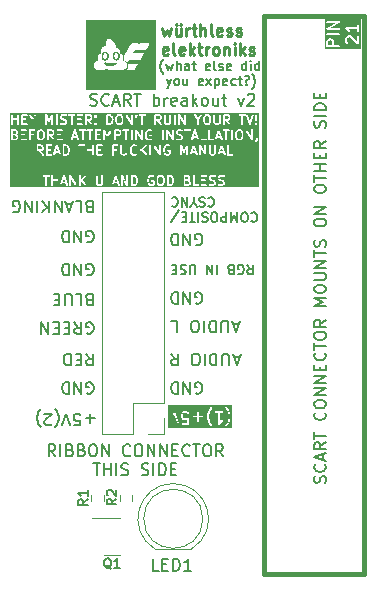
<source format=gbr>
%TF.GenerationSoftware,KiCad,Pcbnew,7.0.8*%
%TF.CreationDate,2024-02-25T14:43:20-05:00*%
%TF.ProjectId,scart breakout,73636172-7420-4627-9265-616b6f75742e,rev?*%
%TF.SameCoordinates,Original*%
%TF.FileFunction,Legend,Top*%
%TF.FilePolarity,Positive*%
%FSLAX46Y46*%
G04 Gerber Fmt 4.6, Leading zero omitted, Abs format (unit mm)*
G04 Created by KiCad (PCBNEW 7.0.8) date 2024-02-25 14:43:20*
%MOMM*%
%LPD*%
G01*
G04 APERTURE LIST*
%ADD10C,0.150000*%
%ADD11C,0.250000*%
%ADD12C,0.381000*%
%ADD13C,0.120000*%
G04 APERTURE END LIST*
D10*
G36*
X47300963Y-14531638D02*
G01*
X47331370Y-14562045D01*
X47365628Y-14630561D01*
X47365628Y-14918808D01*
X46991819Y-14918808D01*
X46991819Y-14630561D01*
X47026077Y-14562045D01*
X47056484Y-14531638D01*
X47125000Y-14497380D01*
X47232447Y-14497380D01*
X47300963Y-14531638D01*
G37*
G36*
X49744676Y-15211665D02*
G01*
X46698962Y-15211665D01*
X46698962Y-14993808D01*
X46841819Y-14993808D01*
X46848482Y-15012116D01*
X46851867Y-15031308D01*
X46857051Y-15035658D01*
X46859366Y-15042017D01*
X46876239Y-15051759D01*
X46891167Y-15064285D01*
X46900909Y-15066002D01*
X46903795Y-15067669D01*
X46907077Y-15067090D01*
X46916819Y-15068808D01*
X47916819Y-15068808D01*
X47965028Y-15051261D01*
X47990680Y-15006832D01*
X47981771Y-14956308D01*
X47942471Y-14923331D01*
X47916819Y-14918808D01*
X47515628Y-14918808D01*
X47515628Y-14612856D01*
X47514094Y-14608642D01*
X47515136Y-14604281D01*
X47510605Y-14589047D01*
X48451819Y-14589047D01*
X48453352Y-14593260D01*
X48452311Y-14597621D01*
X48459737Y-14622588D01*
X48507356Y-14717826D01*
X48508545Y-14718951D01*
X48521405Y-14737318D01*
X48569024Y-14784937D01*
X48615520Y-14806618D01*
X48665075Y-14793341D01*
X48694501Y-14751315D01*
X48690030Y-14700208D01*
X48675090Y-14678871D01*
X48636077Y-14639858D01*
X48601819Y-14571342D01*
X48601819Y-14368657D01*
X48636077Y-14300141D01*
X48666484Y-14269734D01*
X48735000Y-14235476D01*
X48800363Y-14235476D01*
X48914876Y-14273647D01*
X49473786Y-14832556D01*
X49494239Y-14842093D01*
X49513795Y-14853384D01*
X49517175Y-14852787D01*
X49520283Y-14854237D01*
X49542085Y-14848395D01*
X49564319Y-14844475D01*
X49566523Y-14841847D01*
X49569837Y-14840960D01*
X49582785Y-14822468D01*
X49597296Y-14805175D01*
X49598104Y-14800590D01*
X49599264Y-14798934D01*
X49598976Y-14795645D01*
X49601819Y-14779523D01*
X49601819Y-14160476D01*
X49584272Y-14112267D01*
X49539843Y-14086615D01*
X49489319Y-14095524D01*
X49456342Y-14134824D01*
X49451819Y-14160476D01*
X49451819Y-14598457D01*
X49008423Y-14155062D01*
X49004359Y-14153167D01*
X49002012Y-14149346D01*
X48979107Y-14136944D01*
X48836250Y-14089325D01*
X48834615Y-14089369D01*
X48812533Y-14085476D01*
X48717295Y-14085476D01*
X48713081Y-14087009D01*
X48708720Y-14085968D01*
X48683754Y-14093394D01*
X48588516Y-14141013D01*
X48587390Y-14142202D01*
X48569024Y-14155062D01*
X48521405Y-14202681D01*
X48520714Y-14204162D01*
X48507356Y-14222173D01*
X48459737Y-14317411D01*
X48459224Y-14321864D01*
X48456342Y-14325300D01*
X48451819Y-14350952D01*
X48451819Y-14589047D01*
X47510605Y-14589047D01*
X47507710Y-14579315D01*
X47460091Y-14484077D01*
X47458901Y-14482951D01*
X47446042Y-14464585D01*
X47398423Y-14416966D01*
X47396941Y-14416275D01*
X47378931Y-14402917D01*
X47283693Y-14355298D01*
X47279239Y-14354785D01*
X47275804Y-14351903D01*
X47250152Y-14347380D01*
X47107295Y-14347380D01*
X47103081Y-14348913D01*
X47098720Y-14347872D01*
X47073754Y-14355298D01*
X46978516Y-14402917D01*
X46977390Y-14404106D01*
X46959024Y-14416966D01*
X46911405Y-14464585D01*
X46910714Y-14466066D01*
X46897356Y-14484077D01*
X46849737Y-14579315D01*
X46849224Y-14583768D01*
X46846342Y-14587204D01*
X46841819Y-14612856D01*
X46841819Y-14993808D01*
X46698962Y-14993808D01*
X46698962Y-13980784D01*
X46842958Y-13980784D01*
X46851867Y-14031308D01*
X46891167Y-14064285D01*
X46916819Y-14068808D01*
X47916819Y-14068808D01*
X47965028Y-14051261D01*
X47990680Y-14006832D01*
X47981771Y-13956308D01*
X47942471Y-13923331D01*
X47916819Y-13918808D01*
X46916819Y-13918808D01*
X46868610Y-13936355D01*
X46842958Y-13980784D01*
X46698962Y-13980784D01*
X46698962Y-13504594D01*
X46842958Y-13504594D01*
X46846314Y-13523627D01*
X46846228Y-13542955D01*
X46850662Y-13548288D01*
X46851867Y-13555118D01*
X46866673Y-13567542D01*
X46879030Y-13582402D01*
X46885853Y-13583636D01*
X46891167Y-13588095D01*
X46916819Y-13592618D01*
X47916819Y-13592618D01*
X47965028Y-13575071D01*
X47990680Y-13530642D01*
X47983334Y-13488982D01*
X48451974Y-13488982D01*
X48458087Y-13509873D01*
X48461867Y-13531309D01*
X48465170Y-13534081D01*
X48466382Y-13538220D01*
X48485216Y-13556213D01*
X48621894Y-13647331D01*
X48703275Y-13728712D01*
X48745451Y-13813064D01*
X48782705Y-13848336D01*
X48833915Y-13851411D01*
X48875121Y-13820847D01*
X48887041Y-13770948D01*
X48879615Y-13745982D01*
X48831996Y-13650744D01*
X48830809Y-13649620D01*
X48817947Y-13631252D01*
X48755504Y-13568809D01*
X49451819Y-13568809D01*
X49451819Y-13779523D01*
X49469366Y-13827732D01*
X49513795Y-13853384D01*
X49564319Y-13844475D01*
X49597296Y-13805175D01*
X49601819Y-13779523D01*
X49601819Y-13208095D01*
X49584272Y-13159886D01*
X49539843Y-13134234D01*
X49489319Y-13143143D01*
X49456342Y-13182443D01*
X49451819Y-13208095D01*
X49451819Y-13418809D01*
X48526819Y-13418809D01*
X48522765Y-13420284D01*
X48518576Y-13419264D01*
X48499063Y-13428911D01*
X48478610Y-13436356D01*
X48476454Y-13440090D01*
X48472587Y-13442002D01*
X48463840Y-13461936D01*
X48452958Y-13480785D01*
X48453706Y-13485032D01*
X48451974Y-13488982D01*
X47983334Y-13488982D01*
X47981771Y-13480118D01*
X47942471Y-13447141D01*
X47916819Y-13442618D01*
X47199236Y-13442618D01*
X47954030Y-13011308D01*
X47958511Y-13006014D01*
X47965028Y-13003643D01*
X47974691Y-12986905D01*
X47987181Y-12972155D01*
X47987211Y-12965220D01*
X47990680Y-12959214D01*
X47987323Y-12940180D01*
X47987410Y-12920853D01*
X47982975Y-12915519D01*
X47981771Y-12908690D01*
X47966964Y-12896265D01*
X47954608Y-12881406D01*
X47947784Y-12880171D01*
X47942471Y-12875713D01*
X47916819Y-12871190D01*
X46916819Y-12871190D01*
X46868610Y-12888737D01*
X46842958Y-12933166D01*
X46851867Y-12983690D01*
X46891167Y-13016667D01*
X46916819Y-13021190D01*
X47634402Y-13021190D01*
X46879609Y-13452500D01*
X46875127Y-13457792D01*
X46868610Y-13460165D01*
X46858945Y-13476904D01*
X46846457Y-13491653D01*
X46846426Y-13498587D01*
X46842958Y-13504594D01*
X46698962Y-13504594D01*
X46698962Y-12728333D01*
X49744676Y-12728333D01*
X49744676Y-15211665D01*
G37*
X23897485Y-49720219D02*
X23564152Y-49244028D01*
X23326057Y-49720219D02*
X23326057Y-48720219D01*
X23326057Y-48720219D02*
X23707009Y-48720219D01*
X23707009Y-48720219D02*
X23802247Y-48767838D01*
X23802247Y-48767838D02*
X23849866Y-48815457D01*
X23849866Y-48815457D02*
X23897485Y-48910695D01*
X23897485Y-48910695D02*
X23897485Y-49053552D01*
X23897485Y-49053552D02*
X23849866Y-49148790D01*
X23849866Y-49148790D02*
X23802247Y-49196409D01*
X23802247Y-49196409D02*
X23707009Y-49244028D01*
X23707009Y-49244028D02*
X23326057Y-49244028D01*
X24326057Y-49720219D02*
X24326057Y-48720219D01*
X25135580Y-49196409D02*
X25278437Y-49244028D01*
X25278437Y-49244028D02*
X25326056Y-49291647D01*
X25326056Y-49291647D02*
X25373675Y-49386885D01*
X25373675Y-49386885D02*
X25373675Y-49529742D01*
X25373675Y-49529742D02*
X25326056Y-49624980D01*
X25326056Y-49624980D02*
X25278437Y-49672600D01*
X25278437Y-49672600D02*
X25183199Y-49720219D01*
X25183199Y-49720219D02*
X24802247Y-49720219D01*
X24802247Y-49720219D02*
X24802247Y-48720219D01*
X24802247Y-48720219D02*
X25135580Y-48720219D01*
X25135580Y-48720219D02*
X25230818Y-48767838D01*
X25230818Y-48767838D02*
X25278437Y-48815457D01*
X25278437Y-48815457D02*
X25326056Y-48910695D01*
X25326056Y-48910695D02*
X25326056Y-49005933D01*
X25326056Y-49005933D02*
X25278437Y-49101171D01*
X25278437Y-49101171D02*
X25230818Y-49148790D01*
X25230818Y-49148790D02*
X25135580Y-49196409D01*
X25135580Y-49196409D02*
X24802247Y-49196409D01*
X26135580Y-49196409D02*
X26278437Y-49244028D01*
X26278437Y-49244028D02*
X26326056Y-49291647D01*
X26326056Y-49291647D02*
X26373675Y-49386885D01*
X26373675Y-49386885D02*
X26373675Y-49529742D01*
X26373675Y-49529742D02*
X26326056Y-49624980D01*
X26326056Y-49624980D02*
X26278437Y-49672600D01*
X26278437Y-49672600D02*
X26183199Y-49720219D01*
X26183199Y-49720219D02*
X25802247Y-49720219D01*
X25802247Y-49720219D02*
X25802247Y-48720219D01*
X25802247Y-48720219D02*
X26135580Y-48720219D01*
X26135580Y-48720219D02*
X26230818Y-48767838D01*
X26230818Y-48767838D02*
X26278437Y-48815457D01*
X26278437Y-48815457D02*
X26326056Y-48910695D01*
X26326056Y-48910695D02*
X26326056Y-49005933D01*
X26326056Y-49005933D02*
X26278437Y-49101171D01*
X26278437Y-49101171D02*
X26230818Y-49148790D01*
X26230818Y-49148790D02*
X26135580Y-49196409D01*
X26135580Y-49196409D02*
X25802247Y-49196409D01*
X26992723Y-48720219D02*
X27183199Y-48720219D01*
X27183199Y-48720219D02*
X27278437Y-48767838D01*
X27278437Y-48767838D02*
X27373675Y-48863076D01*
X27373675Y-48863076D02*
X27421294Y-49053552D01*
X27421294Y-49053552D02*
X27421294Y-49386885D01*
X27421294Y-49386885D02*
X27373675Y-49577361D01*
X27373675Y-49577361D02*
X27278437Y-49672600D01*
X27278437Y-49672600D02*
X27183199Y-49720219D01*
X27183199Y-49720219D02*
X26992723Y-49720219D01*
X26992723Y-49720219D02*
X26897485Y-49672600D01*
X26897485Y-49672600D02*
X26802247Y-49577361D01*
X26802247Y-49577361D02*
X26754628Y-49386885D01*
X26754628Y-49386885D02*
X26754628Y-49053552D01*
X26754628Y-49053552D02*
X26802247Y-48863076D01*
X26802247Y-48863076D02*
X26897485Y-48767838D01*
X26897485Y-48767838D02*
X26992723Y-48720219D01*
X27849866Y-49720219D02*
X27849866Y-48720219D01*
X27849866Y-48720219D02*
X28421294Y-49720219D01*
X28421294Y-49720219D02*
X28421294Y-48720219D01*
X30230818Y-49624980D02*
X30183199Y-49672600D01*
X30183199Y-49672600D02*
X30040342Y-49720219D01*
X30040342Y-49720219D02*
X29945104Y-49720219D01*
X29945104Y-49720219D02*
X29802247Y-49672600D01*
X29802247Y-49672600D02*
X29707009Y-49577361D01*
X29707009Y-49577361D02*
X29659390Y-49482123D01*
X29659390Y-49482123D02*
X29611771Y-49291647D01*
X29611771Y-49291647D02*
X29611771Y-49148790D01*
X29611771Y-49148790D02*
X29659390Y-48958314D01*
X29659390Y-48958314D02*
X29707009Y-48863076D01*
X29707009Y-48863076D02*
X29802247Y-48767838D01*
X29802247Y-48767838D02*
X29945104Y-48720219D01*
X29945104Y-48720219D02*
X30040342Y-48720219D01*
X30040342Y-48720219D02*
X30183199Y-48767838D01*
X30183199Y-48767838D02*
X30230818Y-48815457D01*
X30849866Y-48720219D02*
X31040342Y-48720219D01*
X31040342Y-48720219D02*
X31135580Y-48767838D01*
X31135580Y-48767838D02*
X31230818Y-48863076D01*
X31230818Y-48863076D02*
X31278437Y-49053552D01*
X31278437Y-49053552D02*
X31278437Y-49386885D01*
X31278437Y-49386885D02*
X31230818Y-49577361D01*
X31230818Y-49577361D02*
X31135580Y-49672600D01*
X31135580Y-49672600D02*
X31040342Y-49720219D01*
X31040342Y-49720219D02*
X30849866Y-49720219D01*
X30849866Y-49720219D02*
X30754628Y-49672600D01*
X30754628Y-49672600D02*
X30659390Y-49577361D01*
X30659390Y-49577361D02*
X30611771Y-49386885D01*
X30611771Y-49386885D02*
X30611771Y-49053552D01*
X30611771Y-49053552D02*
X30659390Y-48863076D01*
X30659390Y-48863076D02*
X30754628Y-48767838D01*
X30754628Y-48767838D02*
X30849866Y-48720219D01*
X31707009Y-49720219D02*
X31707009Y-48720219D01*
X31707009Y-48720219D02*
X32278437Y-49720219D01*
X32278437Y-49720219D02*
X32278437Y-48720219D01*
X32754628Y-49720219D02*
X32754628Y-48720219D01*
X32754628Y-48720219D02*
X33326056Y-49720219D01*
X33326056Y-49720219D02*
X33326056Y-48720219D01*
X33802247Y-49196409D02*
X34135580Y-49196409D01*
X34278437Y-49720219D02*
X33802247Y-49720219D01*
X33802247Y-49720219D02*
X33802247Y-48720219D01*
X33802247Y-48720219D02*
X34278437Y-48720219D01*
X35278437Y-49624980D02*
X35230818Y-49672600D01*
X35230818Y-49672600D02*
X35087961Y-49720219D01*
X35087961Y-49720219D02*
X34992723Y-49720219D01*
X34992723Y-49720219D02*
X34849866Y-49672600D01*
X34849866Y-49672600D02*
X34754628Y-49577361D01*
X34754628Y-49577361D02*
X34707009Y-49482123D01*
X34707009Y-49482123D02*
X34659390Y-49291647D01*
X34659390Y-49291647D02*
X34659390Y-49148790D01*
X34659390Y-49148790D02*
X34707009Y-48958314D01*
X34707009Y-48958314D02*
X34754628Y-48863076D01*
X34754628Y-48863076D02*
X34849866Y-48767838D01*
X34849866Y-48767838D02*
X34992723Y-48720219D01*
X34992723Y-48720219D02*
X35087961Y-48720219D01*
X35087961Y-48720219D02*
X35230818Y-48767838D01*
X35230818Y-48767838D02*
X35278437Y-48815457D01*
X35564152Y-48720219D02*
X36135580Y-48720219D01*
X35849866Y-49720219D02*
X35849866Y-48720219D01*
X36659390Y-48720219D02*
X36849866Y-48720219D01*
X36849866Y-48720219D02*
X36945104Y-48767838D01*
X36945104Y-48767838D02*
X37040342Y-48863076D01*
X37040342Y-48863076D02*
X37087961Y-49053552D01*
X37087961Y-49053552D02*
X37087961Y-49386885D01*
X37087961Y-49386885D02*
X37040342Y-49577361D01*
X37040342Y-49577361D02*
X36945104Y-49672600D01*
X36945104Y-49672600D02*
X36849866Y-49720219D01*
X36849866Y-49720219D02*
X36659390Y-49720219D01*
X36659390Y-49720219D02*
X36564152Y-49672600D01*
X36564152Y-49672600D02*
X36468914Y-49577361D01*
X36468914Y-49577361D02*
X36421295Y-49386885D01*
X36421295Y-49386885D02*
X36421295Y-49053552D01*
X36421295Y-49053552D02*
X36468914Y-48863076D01*
X36468914Y-48863076D02*
X36564152Y-48767838D01*
X36564152Y-48767838D02*
X36659390Y-48720219D01*
X38087961Y-49720219D02*
X37754628Y-49244028D01*
X37516533Y-49720219D02*
X37516533Y-48720219D01*
X37516533Y-48720219D02*
X37897485Y-48720219D01*
X37897485Y-48720219D02*
X37992723Y-48767838D01*
X37992723Y-48767838D02*
X38040342Y-48815457D01*
X38040342Y-48815457D02*
X38087961Y-48910695D01*
X38087961Y-48910695D02*
X38087961Y-49053552D01*
X38087961Y-49053552D02*
X38040342Y-49148790D01*
X38040342Y-49148790D02*
X37992723Y-49196409D01*
X37992723Y-49196409D02*
X37897485Y-49244028D01*
X37897485Y-49244028D02*
X37516533Y-49244028D01*
X27111772Y-50330219D02*
X27683200Y-50330219D01*
X27397486Y-51330219D02*
X27397486Y-50330219D01*
X28016534Y-51330219D02*
X28016534Y-50330219D01*
X28016534Y-50806409D02*
X28587962Y-50806409D01*
X28587962Y-51330219D02*
X28587962Y-50330219D01*
X29064153Y-51330219D02*
X29064153Y-50330219D01*
X29492724Y-51282600D02*
X29635581Y-51330219D01*
X29635581Y-51330219D02*
X29873676Y-51330219D01*
X29873676Y-51330219D02*
X29968914Y-51282600D01*
X29968914Y-51282600D02*
X30016533Y-51234980D01*
X30016533Y-51234980D02*
X30064152Y-51139742D01*
X30064152Y-51139742D02*
X30064152Y-51044504D01*
X30064152Y-51044504D02*
X30016533Y-50949266D01*
X30016533Y-50949266D02*
X29968914Y-50901647D01*
X29968914Y-50901647D02*
X29873676Y-50854028D01*
X29873676Y-50854028D02*
X29683200Y-50806409D01*
X29683200Y-50806409D02*
X29587962Y-50758790D01*
X29587962Y-50758790D02*
X29540343Y-50711171D01*
X29540343Y-50711171D02*
X29492724Y-50615933D01*
X29492724Y-50615933D02*
X29492724Y-50520695D01*
X29492724Y-50520695D02*
X29540343Y-50425457D01*
X29540343Y-50425457D02*
X29587962Y-50377838D01*
X29587962Y-50377838D02*
X29683200Y-50330219D01*
X29683200Y-50330219D02*
X29921295Y-50330219D01*
X29921295Y-50330219D02*
X30064152Y-50377838D01*
X31207010Y-51282600D02*
X31349867Y-51330219D01*
X31349867Y-51330219D02*
X31587962Y-51330219D01*
X31587962Y-51330219D02*
X31683200Y-51282600D01*
X31683200Y-51282600D02*
X31730819Y-51234980D01*
X31730819Y-51234980D02*
X31778438Y-51139742D01*
X31778438Y-51139742D02*
X31778438Y-51044504D01*
X31778438Y-51044504D02*
X31730819Y-50949266D01*
X31730819Y-50949266D02*
X31683200Y-50901647D01*
X31683200Y-50901647D02*
X31587962Y-50854028D01*
X31587962Y-50854028D02*
X31397486Y-50806409D01*
X31397486Y-50806409D02*
X31302248Y-50758790D01*
X31302248Y-50758790D02*
X31254629Y-50711171D01*
X31254629Y-50711171D02*
X31207010Y-50615933D01*
X31207010Y-50615933D02*
X31207010Y-50520695D01*
X31207010Y-50520695D02*
X31254629Y-50425457D01*
X31254629Y-50425457D02*
X31302248Y-50377838D01*
X31302248Y-50377838D02*
X31397486Y-50330219D01*
X31397486Y-50330219D02*
X31635581Y-50330219D01*
X31635581Y-50330219D02*
X31778438Y-50377838D01*
X32207010Y-51330219D02*
X32207010Y-50330219D01*
X32683200Y-51330219D02*
X32683200Y-50330219D01*
X32683200Y-50330219D02*
X32921295Y-50330219D01*
X32921295Y-50330219D02*
X33064152Y-50377838D01*
X33064152Y-50377838D02*
X33159390Y-50473076D01*
X33159390Y-50473076D02*
X33207009Y-50568314D01*
X33207009Y-50568314D02*
X33254628Y-50758790D01*
X33254628Y-50758790D02*
X33254628Y-50901647D01*
X33254628Y-50901647D02*
X33207009Y-51092123D01*
X33207009Y-51092123D02*
X33159390Y-51187361D01*
X33159390Y-51187361D02*
X33064152Y-51282600D01*
X33064152Y-51282600D02*
X32921295Y-51330219D01*
X32921295Y-51330219D02*
X32683200Y-51330219D01*
X33683200Y-50806409D02*
X34016533Y-50806409D01*
X34159390Y-51330219D02*
X33683200Y-51330219D01*
X33683200Y-51330219D02*
X33683200Y-50330219D01*
X33683200Y-50330219D02*
X34159390Y-50330219D01*
X26571411Y-44389561D02*
X26666649Y-44437180D01*
X26666649Y-44437180D02*
X26809506Y-44437180D01*
X26809506Y-44437180D02*
X26952363Y-44389561D01*
X26952363Y-44389561D02*
X27047601Y-44294323D01*
X27047601Y-44294323D02*
X27095220Y-44199085D01*
X27095220Y-44199085D02*
X27142839Y-44008609D01*
X27142839Y-44008609D02*
X27142839Y-43865752D01*
X27142839Y-43865752D02*
X27095220Y-43675276D01*
X27095220Y-43675276D02*
X27047601Y-43580038D01*
X27047601Y-43580038D02*
X26952363Y-43484800D01*
X26952363Y-43484800D02*
X26809506Y-43437180D01*
X26809506Y-43437180D02*
X26714268Y-43437180D01*
X26714268Y-43437180D02*
X26571411Y-43484800D01*
X26571411Y-43484800D02*
X26523792Y-43532419D01*
X26523792Y-43532419D02*
X26523792Y-43865752D01*
X26523792Y-43865752D02*
X26714268Y-43865752D01*
X26095220Y-43437180D02*
X26095220Y-44437180D01*
X26095220Y-44437180D02*
X25523792Y-43437180D01*
X25523792Y-43437180D02*
X25523792Y-44437180D01*
X25047601Y-43437180D02*
X25047601Y-44437180D01*
X25047601Y-44437180D02*
X24809506Y-44437180D01*
X24809506Y-44437180D02*
X24666649Y-44389561D01*
X24666649Y-44389561D02*
X24571411Y-44294323D01*
X24571411Y-44294323D02*
X24523792Y-44199085D01*
X24523792Y-44199085D02*
X24476173Y-44008609D01*
X24476173Y-44008609D02*
X24476173Y-43865752D01*
X24476173Y-43865752D02*
X24523792Y-43675276D01*
X24523792Y-43675276D02*
X24571411Y-43580038D01*
X24571411Y-43580038D02*
X24666649Y-43484800D01*
X24666649Y-43484800D02*
X24809506Y-43437180D01*
X24809506Y-43437180D02*
X25047601Y-43437180D01*
G36*
X38870077Y-47337609D02*
G01*
X33438212Y-47337609D01*
X33438212Y-46953463D01*
X33581069Y-46953463D01*
X33582470Y-47004747D01*
X33616507Y-47043132D01*
X33667256Y-47050657D01*
X33710968Y-47023802D01*
X33723371Y-47000897D01*
X33985553Y-46214350D01*
X34247735Y-47000897D01*
X34279626Y-47041083D01*
X34329887Y-47051369D01*
X34375001Y-47026940D01*
X34393858Y-46979228D01*
X34390037Y-46953463D01*
X34207467Y-46405752D01*
X34529601Y-46405752D01*
X34531134Y-46409965D01*
X34530093Y-46414326D01*
X34537519Y-46439293D01*
X34585138Y-46534531D01*
X34586327Y-46535656D01*
X34599187Y-46554023D01*
X34646806Y-46601642D01*
X34648287Y-46602333D01*
X34666298Y-46615691D01*
X34761536Y-46663310D01*
X34765989Y-46663822D01*
X34769425Y-46666705D01*
X34795077Y-46671228D01*
X35033172Y-46671228D01*
X35037385Y-46669694D01*
X35041746Y-46670736D01*
X35066713Y-46663310D01*
X35085354Y-46653989D01*
X35060536Y-46902180D01*
X34652220Y-46902180D01*
X34604011Y-46919727D01*
X34578359Y-46964156D01*
X34587268Y-47014680D01*
X34626568Y-47047657D01*
X34652220Y-47052180D01*
X35128410Y-47052180D01*
X35143376Y-47046732D01*
X35159261Y-47045541D01*
X35166767Y-47038218D01*
X35176619Y-47034633D01*
X35184582Y-47020839D01*
X35195985Y-47009717D01*
X35200716Y-46992896D01*
X35202271Y-46990204D01*
X35201963Y-46988461D01*
X35203038Y-46984643D01*
X35250657Y-46508453D01*
X35250534Y-46507973D01*
X35250743Y-46507527D01*
X35244218Y-46483176D01*
X35237994Y-46458737D01*
X35237593Y-46458449D01*
X35237466Y-46457972D01*
X35216830Y-46443523D01*
X35196338Y-46428792D01*
X35195844Y-46428829D01*
X35195440Y-46428546D01*
X35170338Y-46430741D01*
X35145178Y-46432629D01*
X35144824Y-46432974D01*
X35144333Y-46433017D01*
X35122996Y-46447957D01*
X35083983Y-46486970D01*
X35015467Y-46521228D01*
X34812782Y-46521228D01*
X34744266Y-46486970D01*
X34713859Y-46456563D01*
X34679601Y-46388047D01*
X34679601Y-46345109D01*
X35530740Y-46345109D01*
X35539649Y-46395633D01*
X35578949Y-46428610D01*
X35604601Y-46433133D01*
X35910553Y-46433133D01*
X35910553Y-46739085D01*
X35928100Y-46787294D01*
X35972529Y-46812946D01*
X36023053Y-46804037D01*
X36056030Y-46764737D01*
X36060553Y-46739085D01*
X36060553Y-46453371D01*
X36767696Y-46453371D01*
X36768890Y-46456653D01*
X36769152Y-46468080D01*
X36816771Y-46706175D01*
X36818168Y-46708473D01*
X36819164Y-46715183D01*
X36866783Y-46858040D01*
X36868617Y-46860351D01*
X36870852Y-46867864D01*
X36918471Y-46963102D01*
X36920422Y-46964949D01*
X36923149Y-46971163D01*
X37018387Y-47114022D01*
X37021204Y-47116092D01*
X37027758Y-47125452D01*
X37075377Y-47173071D01*
X37121873Y-47194752D01*
X37171428Y-47181475D01*
X37200854Y-47139449D01*
X37198584Y-47113502D01*
X38291792Y-47113502D01*
X38305069Y-47163056D01*
X38347095Y-47192483D01*
X38398202Y-47188011D01*
X38419539Y-47173071D01*
X38467158Y-47125452D01*
X38468635Y-47122284D01*
X38476529Y-47114021D01*
X38571767Y-46971163D01*
X38572403Y-46968551D01*
X38576445Y-46963102D01*
X38624064Y-46867864D01*
X38624401Y-46864931D01*
X38628133Y-46858040D01*
X38675752Y-46715184D01*
X38675678Y-46712497D01*
X38678145Y-46706175D01*
X38725764Y-46468080D01*
X38725235Y-46464624D01*
X38727220Y-46453371D01*
X38727220Y-46262895D01*
X38726025Y-46259612D01*
X38725764Y-46248186D01*
X38678145Y-46010091D01*
X38676747Y-46007792D01*
X38675752Y-46001083D01*
X38628133Y-45858225D01*
X38626298Y-45855913D01*
X38624064Y-45848401D01*
X38576445Y-45753163D01*
X38574493Y-45751315D01*
X38571767Y-45745102D01*
X38476529Y-45602244D01*
X38473711Y-45600173D01*
X38467158Y-45590814D01*
X38419539Y-45543195D01*
X38373042Y-45521514D01*
X38323488Y-45534791D01*
X38294061Y-45576817D01*
X38298533Y-45627924D01*
X38313473Y-45649261D01*
X38355839Y-45691627D01*
X38444371Y-45824425D01*
X38487516Y-45910716D01*
X38531971Y-46044081D01*
X38577220Y-46270324D01*
X38577220Y-46445942D01*
X38531971Y-46672184D01*
X38487517Y-46805548D01*
X38444370Y-46891840D01*
X38355840Y-47024637D01*
X38313473Y-47067005D01*
X38291792Y-47113502D01*
X37198584Y-47113502D01*
X37196383Y-47088342D01*
X37181443Y-47067005D01*
X37139075Y-47024637D01*
X37050547Y-46891844D01*
X37007399Y-46805549D01*
X36962944Y-46672184D01*
X36917696Y-46445942D01*
X36917696Y-46270324D01*
X36962944Y-46044081D01*
X36989586Y-45964156D01*
X37387883Y-45964156D01*
X37396792Y-46014680D01*
X37436092Y-46047657D01*
X37461744Y-46052180D01*
X37672458Y-46052180D01*
X37672458Y-46977180D01*
X37673933Y-46981233D01*
X37672913Y-46985423D01*
X37682560Y-47004935D01*
X37690005Y-47025389D01*
X37693739Y-47027544D01*
X37695651Y-47031412D01*
X37715585Y-47040158D01*
X37734434Y-47051041D01*
X37738681Y-47050292D01*
X37742631Y-47052025D01*
X37763522Y-47045911D01*
X37784958Y-47042132D01*
X37787730Y-47038828D01*
X37791869Y-47037617D01*
X37809862Y-47018783D01*
X37900980Y-46882104D01*
X37982361Y-46800724D01*
X38066713Y-46758548D01*
X38101985Y-46721294D01*
X38105060Y-46670084D01*
X38074496Y-46628878D01*
X38024597Y-46616958D01*
X37999631Y-46624384D01*
X37904393Y-46672003D01*
X37903269Y-46673189D01*
X37884901Y-46686052D01*
X37822458Y-46748495D01*
X37822458Y-46052180D01*
X38033172Y-46052180D01*
X38081381Y-46034633D01*
X38107033Y-45990204D01*
X38098124Y-45939680D01*
X38058824Y-45906703D01*
X38033172Y-45902180D01*
X37461744Y-45902180D01*
X37413535Y-45919727D01*
X37387883Y-45964156D01*
X36989586Y-45964156D01*
X37007399Y-45910716D01*
X37050545Y-45824424D01*
X37139075Y-45691628D01*
X37181443Y-45649261D01*
X37203124Y-45602765D01*
X37189847Y-45553210D01*
X37147821Y-45523784D01*
X37096714Y-45528255D01*
X37075377Y-45543195D01*
X37027758Y-45590814D01*
X37026281Y-45593979D01*
X37018387Y-45602244D01*
X36923149Y-45745101D01*
X36922512Y-45747713D01*
X36918471Y-45753163D01*
X36870852Y-45848401D01*
X36870514Y-45851333D01*
X36866783Y-45858225D01*
X36819164Y-46001083D01*
X36819237Y-46003768D01*
X36816771Y-46010091D01*
X36769152Y-46248186D01*
X36769680Y-46251641D01*
X36767696Y-46262895D01*
X36767696Y-46453371D01*
X36060553Y-46453371D01*
X36060553Y-46433133D01*
X36366505Y-46433133D01*
X36414714Y-46415586D01*
X36440366Y-46371157D01*
X36431457Y-46320633D01*
X36392157Y-46287656D01*
X36366505Y-46283133D01*
X36060553Y-46283133D01*
X36060553Y-45977180D01*
X36043006Y-45928971D01*
X35998577Y-45903319D01*
X35948053Y-45912228D01*
X35915076Y-45951528D01*
X35910553Y-45977180D01*
X35910553Y-46283133D01*
X35604601Y-46283133D01*
X35556392Y-46300680D01*
X35530740Y-46345109D01*
X34679601Y-46345109D01*
X34679601Y-46185362D01*
X34713859Y-46116846D01*
X34744265Y-46086439D01*
X34812783Y-46052180D01*
X35015466Y-46052180D01*
X35083982Y-46086438D01*
X35122996Y-46125452D01*
X35169492Y-46147133D01*
X35219047Y-46133856D01*
X35248473Y-46091830D01*
X35244002Y-46040723D01*
X35229062Y-46019386D01*
X35181443Y-45971767D01*
X35179960Y-45971075D01*
X35161952Y-45957718D01*
X35066714Y-45910098D01*
X35062259Y-45909585D01*
X35058824Y-45906703D01*
X35033172Y-45902180D01*
X34795077Y-45902180D01*
X34790863Y-45903713D01*
X34786502Y-45902672D01*
X34761536Y-45910098D01*
X34666297Y-45957718D01*
X34665169Y-45958909D01*
X34646806Y-45971767D01*
X34599187Y-46019386D01*
X34598496Y-46020867D01*
X34585138Y-46038878D01*
X34537519Y-46134116D01*
X34537006Y-46138569D01*
X34534124Y-46142005D01*
X34529601Y-46167657D01*
X34529601Y-46405752D01*
X34207467Y-46405752D01*
X34056704Y-45953463D01*
X34055361Y-45951771D01*
X34055303Y-45949614D01*
X34039561Y-45931861D01*
X34024813Y-45913277D01*
X34022698Y-45912844D01*
X34021265Y-45911228D01*
X33997796Y-45907748D01*
X33974552Y-45902991D01*
X33972652Y-45904019D01*
X33970517Y-45903703D01*
X33950299Y-45916123D01*
X33929438Y-45927420D01*
X33928644Y-45929427D01*
X33926804Y-45930558D01*
X33914402Y-45953463D01*
X33581069Y-46953463D01*
X33438212Y-46953463D01*
X33438212Y-45378657D01*
X38870077Y-45378657D01*
X38870077Y-47337609D01*
G37*
X26571411Y-39309561D02*
X26666649Y-39357180D01*
X26666649Y-39357180D02*
X26809506Y-39357180D01*
X26809506Y-39357180D02*
X26952363Y-39309561D01*
X26952363Y-39309561D02*
X27047601Y-39214323D01*
X27047601Y-39214323D02*
X27095220Y-39119085D01*
X27095220Y-39119085D02*
X27142839Y-38928609D01*
X27142839Y-38928609D02*
X27142839Y-38785752D01*
X27142839Y-38785752D02*
X27095220Y-38595276D01*
X27095220Y-38595276D02*
X27047601Y-38500038D01*
X27047601Y-38500038D02*
X26952363Y-38404800D01*
X26952363Y-38404800D02*
X26809506Y-38357180D01*
X26809506Y-38357180D02*
X26714268Y-38357180D01*
X26714268Y-38357180D02*
X26571411Y-38404800D01*
X26571411Y-38404800D02*
X26523792Y-38452419D01*
X26523792Y-38452419D02*
X26523792Y-38785752D01*
X26523792Y-38785752D02*
X26714268Y-38785752D01*
X25523792Y-38357180D02*
X25857125Y-38833371D01*
X26095220Y-38357180D02*
X26095220Y-39357180D01*
X26095220Y-39357180D02*
X25714268Y-39357180D01*
X25714268Y-39357180D02*
X25619030Y-39309561D01*
X25619030Y-39309561D02*
X25571411Y-39261942D01*
X25571411Y-39261942D02*
X25523792Y-39166704D01*
X25523792Y-39166704D02*
X25523792Y-39023847D01*
X25523792Y-39023847D02*
X25571411Y-38928609D01*
X25571411Y-38928609D02*
X25619030Y-38880990D01*
X25619030Y-38880990D02*
X25714268Y-38833371D01*
X25714268Y-38833371D02*
X26095220Y-38833371D01*
X25095220Y-38880990D02*
X24761887Y-38880990D01*
X24619030Y-38357180D02*
X25095220Y-38357180D01*
X25095220Y-38357180D02*
X25095220Y-39357180D01*
X25095220Y-39357180D02*
X24619030Y-39357180D01*
X24190458Y-38880990D02*
X23857125Y-38880990D01*
X23714268Y-38357180D02*
X24190458Y-38357180D01*
X24190458Y-38357180D02*
X24190458Y-39357180D01*
X24190458Y-39357180D02*
X23714268Y-39357180D01*
X23285696Y-38357180D02*
X23285696Y-39357180D01*
X23285696Y-39357180D02*
X22714268Y-38357180D01*
X22714268Y-38357180D02*
X22714268Y-39357180D01*
X40483826Y-29155895D02*
X40521922Y-29117800D01*
X40521922Y-29117800D02*
X40636207Y-29079704D01*
X40636207Y-29079704D02*
X40712398Y-29079704D01*
X40712398Y-29079704D02*
X40826684Y-29117800D01*
X40826684Y-29117800D02*
X40902874Y-29193990D01*
X40902874Y-29193990D02*
X40940969Y-29270180D01*
X40940969Y-29270180D02*
X40979065Y-29422561D01*
X40979065Y-29422561D02*
X40979065Y-29536847D01*
X40979065Y-29536847D02*
X40940969Y-29689228D01*
X40940969Y-29689228D02*
X40902874Y-29765419D01*
X40902874Y-29765419D02*
X40826684Y-29841609D01*
X40826684Y-29841609D02*
X40712398Y-29879704D01*
X40712398Y-29879704D02*
X40636207Y-29879704D01*
X40636207Y-29879704D02*
X40521922Y-29841609D01*
X40521922Y-29841609D02*
X40483826Y-29803514D01*
X39988588Y-29879704D02*
X39836207Y-29879704D01*
X39836207Y-29879704D02*
X39760017Y-29841609D01*
X39760017Y-29841609D02*
X39683826Y-29765419D01*
X39683826Y-29765419D02*
X39645731Y-29613038D01*
X39645731Y-29613038D02*
X39645731Y-29346371D01*
X39645731Y-29346371D02*
X39683826Y-29193990D01*
X39683826Y-29193990D02*
X39760017Y-29117800D01*
X39760017Y-29117800D02*
X39836207Y-29079704D01*
X39836207Y-29079704D02*
X39988588Y-29079704D01*
X39988588Y-29079704D02*
X40064779Y-29117800D01*
X40064779Y-29117800D02*
X40140969Y-29193990D01*
X40140969Y-29193990D02*
X40179065Y-29346371D01*
X40179065Y-29346371D02*
X40179065Y-29613038D01*
X40179065Y-29613038D02*
X40140969Y-29765419D01*
X40140969Y-29765419D02*
X40064779Y-29841609D01*
X40064779Y-29841609D02*
X39988588Y-29879704D01*
X39302874Y-29079704D02*
X39302874Y-29879704D01*
X39302874Y-29879704D02*
X39036208Y-29308276D01*
X39036208Y-29308276D02*
X38769541Y-29879704D01*
X38769541Y-29879704D02*
X38769541Y-29079704D01*
X38388588Y-29079704D02*
X38388588Y-29879704D01*
X38388588Y-29879704D02*
X38083826Y-29879704D01*
X38083826Y-29879704D02*
X38007636Y-29841609D01*
X38007636Y-29841609D02*
X37969541Y-29803514D01*
X37969541Y-29803514D02*
X37931445Y-29727323D01*
X37931445Y-29727323D02*
X37931445Y-29613038D01*
X37931445Y-29613038D02*
X37969541Y-29536847D01*
X37969541Y-29536847D02*
X38007636Y-29498752D01*
X38007636Y-29498752D02*
X38083826Y-29460657D01*
X38083826Y-29460657D02*
X38388588Y-29460657D01*
X37436207Y-29879704D02*
X37283826Y-29879704D01*
X37283826Y-29879704D02*
X37207636Y-29841609D01*
X37207636Y-29841609D02*
X37131445Y-29765419D01*
X37131445Y-29765419D02*
X37093350Y-29613038D01*
X37093350Y-29613038D02*
X37093350Y-29346371D01*
X37093350Y-29346371D02*
X37131445Y-29193990D01*
X37131445Y-29193990D02*
X37207636Y-29117800D01*
X37207636Y-29117800D02*
X37283826Y-29079704D01*
X37283826Y-29079704D02*
X37436207Y-29079704D01*
X37436207Y-29079704D02*
X37512398Y-29117800D01*
X37512398Y-29117800D02*
X37588588Y-29193990D01*
X37588588Y-29193990D02*
X37626684Y-29346371D01*
X37626684Y-29346371D02*
X37626684Y-29613038D01*
X37626684Y-29613038D02*
X37588588Y-29765419D01*
X37588588Y-29765419D02*
X37512398Y-29841609D01*
X37512398Y-29841609D02*
X37436207Y-29879704D01*
X36788589Y-29117800D02*
X36674303Y-29079704D01*
X36674303Y-29079704D02*
X36483827Y-29079704D01*
X36483827Y-29079704D02*
X36407636Y-29117800D01*
X36407636Y-29117800D02*
X36369541Y-29155895D01*
X36369541Y-29155895D02*
X36331446Y-29232085D01*
X36331446Y-29232085D02*
X36331446Y-29308276D01*
X36331446Y-29308276D02*
X36369541Y-29384466D01*
X36369541Y-29384466D02*
X36407636Y-29422561D01*
X36407636Y-29422561D02*
X36483827Y-29460657D01*
X36483827Y-29460657D02*
X36636208Y-29498752D01*
X36636208Y-29498752D02*
X36712398Y-29536847D01*
X36712398Y-29536847D02*
X36750493Y-29574942D01*
X36750493Y-29574942D02*
X36788589Y-29651133D01*
X36788589Y-29651133D02*
X36788589Y-29727323D01*
X36788589Y-29727323D02*
X36750493Y-29803514D01*
X36750493Y-29803514D02*
X36712398Y-29841609D01*
X36712398Y-29841609D02*
X36636208Y-29879704D01*
X36636208Y-29879704D02*
X36445731Y-29879704D01*
X36445731Y-29879704D02*
X36331446Y-29841609D01*
X35988588Y-29079704D02*
X35988588Y-29879704D01*
X35721922Y-29879704D02*
X35264779Y-29879704D01*
X35493351Y-29079704D02*
X35493351Y-29879704D01*
X34998112Y-29498752D02*
X34731446Y-29498752D01*
X34617160Y-29079704D02*
X34998112Y-29079704D01*
X34998112Y-29079704D02*
X34998112Y-29879704D01*
X34998112Y-29879704D02*
X34617160Y-29879704D01*
X33702874Y-29917800D02*
X34388588Y-28889228D01*
X36864778Y-27867895D02*
X36902874Y-27829800D01*
X36902874Y-27829800D02*
X37017159Y-27791704D01*
X37017159Y-27791704D02*
X37093350Y-27791704D01*
X37093350Y-27791704D02*
X37207636Y-27829800D01*
X37207636Y-27829800D02*
X37283826Y-27905990D01*
X37283826Y-27905990D02*
X37321921Y-27982180D01*
X37321921Y-27982180D02*
X37360017Y-28134561D01*
X37360017Y-28134561D02*
X37360017Y-28248847D01*
X37360017Y-28248847D02*
X37321921Y-28401228D01*
X37321921Y-28401228D02*
X37283826Y-28477419D01*
X37283826Y-28477419D02*
X37207636Y-28553609D01*
X37207636Y-28553609D02*
X37093350Y-28591704D01*
X37093350Y-28591704D02*
X37017159Y-28591704D01*
X37017159Y-28591704D02*
X36902874Y-28553609D01*
X36902874Y-28553609D02*
X36864778Y-28515514D01*
X36560017Y-27829800D02*
X36445731Y-27791704D01*
X36445731Y-27791704D02*
X36255255Y-27791704D01*
X36255255Y-27791704D02*
X36179064Y-27829800D01*
X36179064Y-27829800D02*
X36140969Y-27867895D01*
X36140969Y-27867895D02*
X36102874Y-27944085D01*
X36102874Y-27944085D02*
X36102874Y-28020276D01*
X36102874Y-28020276D02*
X36140969Y-28096466D01*
X36140969Y-28096466D02*
X36179064Y-28134561D01*
X36179064Y-28134561D02*
X36255255Y-28172657D01*
X36255255Y-28172657D02*
X36407636Y-28210752D01*
X36407636Y-28210752D02*
X36483826Y-28248847D01*
X36483826Y-28248847D02*
X36521921Y-28286942D01*
X36521921Y-28286942D02*
X36560017Y-28363133D01*
X36560017Y-28363133D02*
X36560017Y-28439323D01*
X36560017Y-28439323D02*
X36521921Y-28515514D01*
X36521921Y-28515514D02*
X36483826Y-28553609D01*
X36483826Y-28553609D02*
X36407636Y-28591704D01*
X36407636Y-28591704D02*
X36217159Y-28591704D01*
X36217159Y-28591704D02*
X36102874Y-28553609D01*
X35607635Y-28172657D02*
X35607635Y-27791704D01*
X35874302Y-28591704D02*
X35607635Y-28172657D01*
X35607635Y-28172657D02*
X35340969Y-28591704D01*
X35074302Y-27791704D02*
X35074302Y-28591704D01*
X35074302Y-28591704D02*
X34617159Y-27791704D01*
X34617159Y-27791704D02*
X34617159Y-28591704D01*
X33779064Y-27867895D02*
X33817160Y-27829800D01*
X33817160Y-27829800D02*
X33931445Y-27791704D01*
X33931445Y-27791704D02*
X34007636Y-27791704D01*
X34007636Y-27791704D02*
X34121922Y-27829800D01*
X34121922Y-27829800D02*
X34198112Y-27905990D01*
X34198112Y-27905990D02*
X34236207Y-27982180D01*
X34236207Y-27982180D02*
X34274303Y-28134561D01*
X34274303Y-28134561D02*
X34274303Y-28248847D01*
X34274303Y-28248847D02*
X34236207Y-28401228D01*
X34236207Y-28401228D02*
X34198112Y-28477419D01*
X34198112Y-28477419D02*
X34121922Y-28553609D01*
X34121922Y-28553609D02*
X34007636Y-28591704D01*
X34007636Y-28591704D02*
X33931445Y-28591704D01*
X33931445Y-28591704D02*
X33817160Y-28553609D01*
X33817160Y-28553609D02*
X33779064Y-28515514D01*
X35785398Y-31816561D02*
X35880636Y-31864180D01*
X35880636Y-31864180D02*
X36023493Y-31864180D01*
X36023493Y-31864180D02*
X36166350Y-31816561D01*
X36166350Y-31816561D02*
X36261588Y-31721323D01*
X36261588Y-31721323D02*
X36309207Y-31626085D01*
X36309207Y-31626085D02*
X36356826Y-31435609D01*
X36356826Y-31435609D02*
X36356826Y-31292752D01*
X36356826Y-31292752D02*
X36309207Y-31102276D01*
X36309207Y-31102276D02*
X36261588Y-31007038D01*
X36261588Y-31007038D02*
X36166350Y-30911800D01*
X36166350Y-30911800D02*
X36023493Y-30864180D01*
X36023493Y-30864180D02*
X35928255Y-30864180D01*
X35928255Y-30864180D02*
X35785398Y-30911800D01*
X35785398Y-30911800D02*
X35737779Y-30959419D01*
X35737779Y-30959419D02*
X35737779Y-31292752D01*
X35737779Y-31292752D02*
X35928255Y-31292752D01*
X35309207Y-30864180D02*
X35309207Y-31864180D01*
X35309207Y-31864180D02*
X34737779Y-30864180D01*
X34737779Y-30864180D02*
X34737779Y-31864180D01*
X34261588Y-30864180D02*
X34261588Y-31864180D01*
X34261588Y-31864180D02*
X34023493Y-31864180D01*
X34023493Y-31864180D02*
X33880636Y-31816561D01*
X33880636Y-31816561D02*
X33785398Y-31721323D01*
X33785398Y-31721323D02*
X33737779Y-31626085D01*
X33737779Y-31626085D02*
X33690160Y-31435609D01*
X33690160Y-31435609D02*
X33690160Y-31292752D01*
X33690160Y-31292752D02*
X33737779Y-31102276D01*
X33737779Y-31102276D02*
X33785398Y-31007038D01*
X33785398Y-31007038D02*
X33880636Y-30911800D01*
X33880636Y-30911800D02*
X34023493Y-30864180D01*
X34023493Y-30864180D02*
X34261588Y-30864180D01*
X26571411Y-34356561D02*
X26666649Y-34404180D01*
X26666649Y-34404180D02*
X26809506Y-34404180D01*
X26809506Y-34404180D02*
X26952363Y-34356561D01*
X26952363Y-34356561D02*
X27047601Y-34261323D01*
X27047601Y-34261323D02*
X27095220Y-34166085D01*
X27095220Y-34166085D02*
X27142839Y-33975609D01*
X27142839Y-33975609D02*
X27142839Y-33832752D01*
X27142839Y-33832752D02*
X27095220Y-33642276D01*
X27095220Y-33642276D02*
X27047601Y-33547038D01*
X27047601Y-33547038D02*
X26952363Y-33451800D01*
X26952363Y-33451800D02*
X26809506Y-33404180D01*
X26809506Y-33404180D02*
X26714268Y-33404180D01*
X26714268Y-33404180D02*
X26571411Y-33451800D01*
X26571411Y-33451800D02*
X26523792Y-33499419D01*
X26523792Y-33499419D02*
X26523792Y-33832752D01*
X26523792Y-33832752D02*
X26714268Y-33832752D01*
X26095220Y-33404180D02*
X26095220Y-34404180D01*
X26095220Y-34404180D02*
X25523792Y-33404180D01*
X25523792Y-33404180D02*
X25523792Y-34404180D01*
X25047601Y-33404180D02*
X25047601Y-34404180D01*
X25047601Y-34404180D02*
X24809506Y-34404180D01*
X24809506Y-34404180D02*
X24666649Y-34356561D01*
X24666649Y-34356561D02*
X24571411Y-34261323D01*
X24571411Y-34261323D02*
X24523792Y-34166085D01*
X24523792Y-34166085D02*
X24476173Y-33975609D01*
X24476173Y-33975609D02*
X24476173Y-33832752D01*
X24476173Y-33832752D02*
X24523792Y-33642276D01*
X24523792Y-33642276D02*
X24571411Y-33547038D01*
X24571411Y-33547038D02*
X24666649Y-33451800D01*
X24666649Y-33451800D02*
X24809506Y-33404180D01*
X24809506Y-33404180D02*
X25047601Y-33404180D01*
X27222220Y-46485133D02*
X26460316Y-46485133D01*
X26841268Y-46104180D02*
X26841268Y-46866085D01*
X25507935Y-47104180D02*
X25984125Y-47104180D01*
X25984125Y-47104180D02*
X26031744Y-46627990D01*
X26031744Y-46627990D02*
X25984125Y-46675609D01*
X25984125Y-46675609D02*
X25888887Y-46723228D01*
X25888887Y-46723228D02*
X25650792Y-46723228D01*
X25650792Y-46723228D02*
X25555554Y-46675609D01*
X25555554Y-46675609D02*
X25507935Y-46627990D01*
X25507935Y-46627990D02*
X25460316Y-46532752D01*
X25460316Y-46532752D02*
X25460316Y-46294657D01*
X25460316Y-46294657D02*
X25507935Y-46199419D01*
X25507935Y-46199419D02*
X25555554Y-46151800D01*
X25555554Y-46151800D02*
X25650792Y-46104180D01*
X25650792Y-46104180D02*
X25888887Y-46104180D01*
X25888887Y-46104180D02*
X25984125Y-46151800D01*
X25984125Y-46151800D02*
X26031744Y-46199419D01*
X25174601Y-47104180D02*
X24841268Y-46104180D01*
X24841268Y-46104180D02*
X24507935Y-47104180D01*
X23888887Y-45723228D02*
X23936506Y-45770847D01*
X23936506Y-45770847D02*
X24031744Y-45913704D01*
X24031744Y-45913704D02*
X24079363Y-46008942D01*
X24079363Y-46008942D02*
X24126982Y-46151800D01*
X24126982Y-46151800D02*
X24174601Y-46389895D01*
X24174601Y-46389895D02*
X24174601Y-46580371D01*
X24174601Y-46580371D02*
X24126982Y-46818466D01*
X24126982Y-46818466D02*
X24079363Y-46961323D01*
X24079363Y-46961323D02*
X24031744Y-47056561D01*
X24031744Y-47056561D02*
X23936506Y-47199419D01*
X23936506Y-47199419D02*
X23888887Y-47247038D01*
X23555553Y-47008942D02*
X23507934Y-47056561D01*
X23507934Y-47056561D02*
X23412696Y-47104180D01*
X23412696Y-47104180D02*
X23174601Y-47104180D01*
X23174601Y-47104180D02*
X23079363Y-47056561D01*
X23079363Y-47056561D02*
X23031744Y-47008942D01*
X23031744Y-47008942D02*
X22984125Y-46913704D01*
X22984125Y-46913704D02*
X22984125Y-46818466D01*
X22984125Y-46818466D02*
X23031744Y-46675609D01*
X23031744Y-46675609D02*
X23603172Y-46104180D01*
X23603172Y-46104180D02*
X22984125Y-46104180D01*
X22650791Y-45723228D02*
X22603172Y-45770847D01*
X22603172Y-45770847D02*
X22507934Y-45913704D01*
X22507934Y-45913704D02*
X22460315Y-46008942D01*
X22460315Y-46008942D02*
X22412696Y-46151800D01*
X22412696Y-46151800D02*
X22365077Y-46389895D01*
X22365077Y-46389895D02*
X22365077Y-46580371D01*
X22365077Y-46580371D02*
X22412696Y-46818466D01*
X22412696Y-46818466D02*
X22460315Y-46961323D01*
X22460315Y-46961323D02*
X22507934Y-47056561D01*
X22507934Y-47056561D02*
X22603172Y-47199419D01*
X22603172Y-47199419D02*
X22650791Y-47247038D01*
X35785398Y-44389561D02*
X35880636Y-44437180D01*
X35880636Y-44437180D02*
X36023493Y-44437180D01*
X36023493Y-44437180D02*
X36166350Y-44389561D01*
X36166350Y-44389561D02*
X36261588Y-44294323D01*
X36261588Y-44294323D02*
X36309207Y-44199085D01*
X36309207Y-44199085D02*
X36356826Y-44008609D01*
X36356826Y-44008609D02*
X36356826Y-43865752D01*
X36356826Y-43865752D02*
X36309207Y-43675276D01*
X36309207Y-43675276D02*
X36261588Y-43580038D01*
X36261588Y-43580038D02*
X36166350Y-43484800D01*
X36166350Y-43484800D02*
X36023493Y-43437180D01*
X36023493Y-43437180D02*
X35928255Y-43437180D01*
X35928255Y-43437180D02*
X35785398Y-43484800D01*
X35785398Y-43484800D02*
X35737779Y-43532419D01*
X35737779Y-43532419D02*
X35737779Y-43865752D01*
X35737779Y-43865752D02*
X35928255Y-43865752D01*
X35309207Y-43437180D02*
X35309207Y-44437180D01*
X35309207Y-44437180D02*
X34737779Y-43437180D01*
X34737779Y-43437180D02*
X34737779Y-44437180D01*
X34261588Y-43437180D02*
X34261588Y-44437180D01*
X34261588Y-44437180D02*
X34023493Y-44437180D01*
X34023493Y-44437180D02*
X33880636Y-44389561D01*
X33880636Y-44389561D02*
X33785398Y-44294323D01*
X33785398Y-44294323D02*
X33737779Y-44199085D01*
X33737779Y-44199085D02*
X33690160Y-44008609D01*
X33690160Y-44008609D02*
X33690160Y-43865752D01*
X33690160Y-43865752D02*
X33737779Y-43675276D01*
X33737779Y-43675276D02*
X33785398Y-43580038D01*
X33785398Y-43580038D02*
X33880636Y-43484800D01*
X33880636Y-43484800D02*
X34023493Y-43437180D01*
X34023493Y-43437180D02*
X34261588Y-43437180D01*
X26761887Y-36467990D02*
X26619030Y-36420371D01*
X26619030Y-36420371D02*
X26571411Y-36372752D01*
X26571411Y-36372752D02*
X26523792Y-36277514D01*
X26523792Y-36277514D02*
X26523792Y-36134657D01*
X26523792Y-36134657D02*
X26571411Y-36039419D01*
X26571411Y-36039419D02*
X26619030Y-35991800D01*
X26619030Y-35991800D02*
X26714268Y-35944180D01*
X26714268Y-35944180D02*
X27095220Y-35944180D01*
X27095220Y-35944180D02*
X27095220Y-36944180D01*
X27095220Y-36944180D02*
X26761887Y-36944180D01*
X26761887Y-36944180D02*
X26666649Y-36896561D01*
X26666649Y-36896561D02*
X26619030Y-36848942D01*
X26619030Y-36848942D02*
X26571411Y-36753704D01*
X26571411Y-36753704D02*
X26571411Y-36658466D01*
X26571411Y-36658466D02*
X26619030Y-36563228D01*
X26619030Y-36563228D02*
X26666649Y-36515609D01*
X26666649Y-36515609D02*
X26761887Y-36467990D01*
X26761887Y-36467990D02*
X27095220Y-36467990D01*
X25619030Y-35944180D02*
X26095220Y-35944180D01*
X26095220Y-35944180D02*
X26095220Y-36944180D01*
X25285696Y-36944180D02*
X25285696Y-36134657D01*
X25285696Y-36134657D02*
X25238077Y-36039419D01*
X25238077Y-36039419D02*
X25190458Y-35991800D01*
X25190458Y-35991800D02*
X25095220Y-35944180D01*
X25095220Y-35944180D02*
X24904744Y-35944180D01*
X24904744Y-35944180D02*
X24809506Y-35991800D01*
X24809506Y-35991800D02*
X24761887Y-36039419D01*
X24761887Y-36039419D02*
X24714268Y-36134657D01*
X24714268Y-36134657D02*
X24714268Y-36944180D01*
X24238077Y-36467990D02*
X23904744Y-36467990D01*
X23761887Y-35944180D02*
X24238077Y-35944180D01*
X24238077Y-35944180D02*
X24238077Y-36944180D01*
X24238077Y-36944180D02*
X23761887Y-36944180D01*
G36*
X30636323Y-26071142D02*
G01*
X30691387Y-26126206D01*
X30720357Y-26184145D01*
X30754218Y-26319587D01*
X30754218Y-26415402D01*
X30720357Y-26550843D01*
X30691387Y-26608782D01*
X30636322Y-26663848D01*
X30550381Y-26692495D01*
X30447075Y-26692495D01*
X30447075Y-26042495D01*
X30550381Y-26042495D01*
X30636323Y-26071142D01*
G37*
G36*
X32918124Y-26067229D02*
G01*
X32971019Y-26120123D01*
X33001837Y-26243394D01*
X33001837Y-26491594D01*
X32971019Y-26614865D01*
X32918124Y-26667761D01*
X32868656Y-26692495D01*
X32751685Y-26692495D01*
X32702216Y-26667760D01*
X32649321Y-26614865D01*
X32618503Y-26491592D01*
X32618503Y-26243396D01*
X32649321Y-26120123D01*
X32702215Y-26067229D01*
X32751685Y-26042495D01*
X32868656Y-26042495D01*
X32918124Y-26067229D01*
G37*
G36*
X33683942Y-26071142D02*
G01*
X33739006Y-26126206D01*
X33767976Y-26184145D01*
X33801837Y-26319587D01*
X33801837Y-26415402D01*
X33767976Y-26550843D01*
X33739006Y-26608782D01*
X33683941Y-26663848D01*
X33598000Y-26692495D01*
X33494694Y-26692495D01*
X33494694Y-26042495D01*
X33598000Y-26042495D01*
X33683942Y-26071142D01*
G37*
G36*
X35169655Y-26452093D02*
G01*
X35186625Y-26469063D01*
X35211361Y-26518533D01*
X35211361Y-26597408D01*
X35186625Y-26646878D01*
X35165742Y-26667761D01*
X35116275Y-26692495D01*
X34904218Y-26692495D01*
X34904218Y-26423447D01*
X35083714Y-26423447D01*
X35169655Y-26452093D01*
G37*
G36*
X35127648Y-26067229D02*
G01*
X35148530Y-26088111D01*
X35173265Y-26137580D01*
X35173265Y-26178361D01*
X35148530Y-26227830D01*
X35127648Y-26248712D01*
X35078179Y-26273447D01*
X34904218Y-26273447D01*
X34904218Y-26042495D01*
X35078179Y-26042495D01*
X35127648Y-26067229D01*
G37*
G36*
X24706114Y-26463923D02*
G01*
X24533275Y-26463923D01*
X24619694Y-26204665D01*
X24706114Y-26463923D01*
G37*
G36*
X29087066Y-26463923D02*
G01*
X28914227Y-26463923D01*
X29000646Y-26204665D01*
X29087066Y-26463923D01*
G37*
G36*
X24864896Y-23495142D02*
G01*
X24919960Y-23550206D01*
X24948930Y-23608145D01*
X24982791Y-23743587D01*
X24982791Y-23839402D01*
X24948930Y-23974843D01*
X24919960Y-24032782D01*
X24864895Y-24087848D01*
X24778954Y-24116495D01*
X24675648Y-24116495D01*
X24675648Y-23466495D01*
X24778954Y-23466495D01*
X24864896Y-23495142D01*
G37*
G36*
X24153734Y-23887923D02*
G01*
X23980895Y-23887923D01*
X24067314Y-23628665D01*
X24153734Y-23887923D01*
G37*
G36*
X35696591Y-23887923D02*
G01*
X35523752Y-23887923D01*
X35610171Y-23628665D01*
X35696591Y-23887923D01*
G37*
G36*
X38058495Y-23887923D02*
G01*
X37885656Y-23887923D01*
X37972075Y-23628665D01*
X38058495Y-23887923D01*
G37*
G36*
X22727649Y-23491229D02*
G01*
X22748532Y-23512112D01*
X22773267Y-23561581D01*
X22773267Y-23640455D01*
X22748532Y-23689924D01*
X22727649Y-23710808D01*
X22678181Y-23735542D01*
X22466124Y-23735542D01*
X22466124Y-23466495D01*
X22678181Y-23466495D01*
X22727649Y-23491229D01*
G37*
G36*
X20579180Y-22588093D02*
G01*
X20596150Y-22605063D01*
X20620886Y-22654533D01*
X20620886Y-22733408D01*
X20596150Y-22782878D01*
X20575267Y-22803761D01*
X20525800Y-22828495D01*
X20313743Y-22828495D01*
X20313743Y-22559447D01*
X20493239Y-22559447D01*
X20579180Y-22588093D01*
G37*
G36*
X20537173Y-22203229D02*
G01*
X20558055Y-22224111D01*
X20582790Y-22273580D01*
X20582790Y-22314361D01*
X20558055Y-22363830D01*
X20537173Y-22384712D01*
X20487704Y-22409447D01*
X20313743Y-22409447D01*
X20313743Y-22178495D01*
X20487704Y-22178495D01*
X20537173Y-22203229D01*
G37*
G36*
X22784792Y-22203229D02*
G01*
X22837687Y-22256123D01*
X22868505Y-22379394D01*
X22868505Y-22627594D01*
X22837687Y-22750865D01*
X22784792Y-22803761D01*
X22735324Y-22828495D01*
X22618353Y-22828495D01*
X22568884Y-22803760D01*
X22515989Y-22750865D01*
X22485171Y-22627592D01*
X22485171Y-22379396D01*
X22515989Y-22256123D01*
X22568883Y-22203229D01*
X22618353Y-22178495D01*
X22735324Y-22178495D01*
X22784792Y-22203229D01*
G37*
G36*
X39584792Y-22203229D02*
G01*
X39637687Y-22256123D01*
X39668505Y-22379394D01*
X39668505Y-22627594D01*
X39637687Y-22750865D01*
X39584792Y-22803761D01*
X39535324Y-22828495D01*
X39418353Y-22828495D01*
X39368884Y-22803760D01*
X39315989Y-22750865D01*
X39285171Y-22627592D01*
X39285171Y-22379396D01*
X39315989Y-22256123D01*
X39368883Y-22203229D01*
X39418353Y-22178495D01*
X39535324Y-22178495D01*
X39584792Y-22203229D01*
G37*
G36*
X25658496Y-22599923D02*
G01*
X25485657Y-22599923D01*
X25572076Y-22340665D01*
X25658496Y-22599923D01*
G37*
G36*
X35829925Y-22599923D02*
G01*
X35657086Y-22599923D01*
X35743505Y-22340665D01*
X35829925Y-22599923D01*
G37*
G36*
X37810877Y-22599923D02*
G01*
X37638038Y-22599923D01*
X37724457Y-22340665D01*
X37810877Y-22599923D01*
G37*
G36*
X23622887Y-22203229D02*
G01*
X23643770Y-22224112D01*
X23668505Y-22273581D01*
X23668505Y-22352455D01*
X23643770Y-22401924D01*
X23622887Y-22422808D01*
X23573419Y-22447542D01*
X23361362Y-22447542D01*
X23361362Y-22178495D01*
X23573419Y-22178495D01*
X23622887Y-22203229D01*
G37*
G36*
X29299079Y-22203229D02*
G01*
X29319962Y-22224112D01*
X29344697Y-22273581D01*
X29344697Y-22352455D01*
X29319962Y-22401924D01*
X29299079Y-22422808D01*
X29249611Y-22447542D01*
X29037554Y-22447542D01*
X29037554Y-22178495D01*
X29249611Y-22178495D01*
X29299079Y-22203229D01*
G37*
G36*
X28560135Y-20919142D02*
G01*
X28615199Y-20974206D01*
X28644169Y-21032145D01*
X28678030Y-21167587D01*
X28678030Y-21263402D01*
X28644169Y-21398843D01*
X28615199Y-21456782D01*
X28560134Y-21511848D01*
X28474193Y-21540495D01*
X28370887Y-21540495D01*
X28370887Y-20890495D01*
X28474193Y-20890495D01*
X28560135Y-20919142D01*
G37*
G36*
X29432412Y-20915229D02*
G01*
X29485307Y-20968123D01*
X29516125Y-21091394D01*
X29516125Y-21339594D01*
X29485307Y-21462865D01*
X29432412Y-21515761D01*
X29382944Y-21540495D01*
X29265973Y-21540495D01*
X29216504Y-21515760D01*
X29163609Y-21462865D01*
X29132791Y-21339592D01*
X29132791Y-21091396D01*
X29163609Y-20968123D01*
X29216503Y-20915229D01*
X29265973Y-20890495D01*
X29382944Y-20890495D01*
X29432412Y-20915229D01*
G37*
G36*
X36860982Y-20915229D02*
G01*
X36913877Y-20968123D01*
X36944695Y-21091394D01*
X36944695Y-21339594D01*
X36913877Y-21462865D01*
X36860982Y-21515761D01*
X36811514Y-21540495D01*
X36694543Y-21540495D01*
X36645074Y-21515760D01*
X36592179Y-21462865D01*
X36561361Y-21339592D01*
X36561361Y-21091396D01*
X36592179Y-20968123D01*
X36645073Y-20915229D01*
X36694543Y-20890495D01*
X36811514Y-20890495D01*
X36860982Y-20915229D01*
G37*
G36*
X26841936Y-20915229D02*
G01*
X26862819Y-20936112D01*
X26887554Y-20985581D01*
X26887554Y-21064455D01*
X26862819Y-21113924D01*
X26841936Y-21134808D01*
X26792468Y-21159542D01*
X26580411Y-21159542D01*
X26580411Y-20890495D01*
X26792468Y-20890495D01*
X26841936Y-20915229D01*
G37*
G36*
X32708602Y-20915229D02*
G01*
X32729485Y-20936112D01*
X32754220Y-20985581D01*
X32754220Y-21064455D01*
X32729485Y-21113924D01*
X32708602Y-21134808D01*
X32659134Y-21159542D01*
X32447077Y-21159542D01*
X32447077Y-20890495D01*
X32659134Y-20890495D01*
X32708602Y-20915229D01*
G37*
G36*
X38537172Y-20915229D02*
G01*
X38558055Y-20936112D01*
X38582790Y-20985581D01*
X38582790Y-21064455D01*
X38558055Y-21113924D01*
X38537172Y-21134808D01*
X38487704Y-21159542D01*
X38275647Y-21159542D01*
X38275647Y-20890495D01*
X38487704Y-20890495D01*
X38537172Y-20915229D01*
G37*
G36*
X41151838Y-26956781D02*
G01*
X20049457Y-26956781D01*
X20049457Y-25954471D01*
X22831548Y-25954471D01*
X22840457Y-26004995D01*
X22879757Y-26037972D01*
X22905409Y-26042495D01*
X23058980Y-26042495D01*
X23058980Y-26767495D01*
X23076527Y-26815704D01*
X23120956Y-26841356D01*
X23171480Y-26832447D01*
X23204457Y-26793147D01*
X23208980Y-26767495D01*
X23554219Y-26767495D01*
X23571766Y-26815704D01*
X23616195Y-26841356D01*
X23666719Y-26832447D01*
X23699696Y-26793147D01*
X23704219Y-26767495D01*
X23704219Y-26423447D01*
X24011362Y-26423447D01*
X24011362Y-26767495D01*
X24028909Y-26815704D01*
X24073338Y-26841356D01*
X24123862Y-26832447D01*
X24156839Y-26793147D01*
X24161362Y-26767495D01*
X24161362Y-26743778D01*
X24281877Y-26743778D01*
X24283278Y-26795062D01*
X24317315Y-26833447D01*
X24368064Y-26840972D01*
X24411776Y-26814117D01*
X24424179Y-26791212D01*
X24483275Y-26613923D01*
X24756114Y-26613923D01*
X24815210Y-26791212D01*
X24847101Y-26831398D01*
X24897362Y-26841684D01*
X24942476Y-26817256D01*
X24961333Y-26769544D01*
X24961029Y-26767495D01*
X25078028Y-26767495D01*
X25095575Y-26815704D01*
X25140004Y-26841356D01*
X25190528Y-26832447D01*
X25223505Y-26793147D01*
X25228028Y-26767495D01*
X25228028Y-26249911D01*
X25545053Y-26804705D01*
X25550345Y-26809186D01*
X25552718Y-26815704D01*
X25569457Y-26825368D01*
X25584206Y-26837857D01*
X25591140Y-26837887D01*
X25597147Y-26841356D01*
X25616180Y-26837999D01*
X25635508Y-26838086D01*
X25640841Y-26833651D01*
X25647671Y-26832447D01*
X25660095Y-26817640D01*
X25674955Y-26805284D01*
X25676189Y-26798460D01*
X25680648Y-26793147D01*
X25685171Y-26767495D01*
X25916123Y-26767495D01*
X25933670Y-26815704D01*
X25978099Y-26841356D01*
X26028623Y-26832447D01*
X26061600Y-26793147D01*
X26066123Y-26767495D01*
X26066123Y-26455704D01*
X26097293Y-26424533D01*
X26388266Y-26812495D01*
X26431229Y-26840534D01*
X26482163Y-26834398D01*
X26517237Y-26796956D01*
X26520039Y-26745730D01*
X26508266Y-26722495D01*
X26427730Y-26615114D01*
X27325647Y-26615114D01*
X27327180Y-26619327D01*
X27326139Y-26623688D01*
X27333565Y-26648655D01*
X27371660Y-26724845D01*
X27372848Y-26725970D01*
X27385708Y-26744336D01*
X27423803Y-26782432D01*
X27425284Y-26783122D01*
X27443296Y-26796482D01*
X27519487Y-26834577D01*
X27523940Y-26835089D01*
X27527376Y-26837972D01*
X27553028Y-26842495D01*
X27705409Y-26842495D01*
X27709622Y-26840961D01*
X27713983Y-26842003D01*
X27738950Y-26834577D01*
X27815140Y-26796482D01*
X27816264Y-26795294D01*
X27834633Y-26782432D01*
X27872728Y-26744336D01*
X27872988Y-26743778D01*
X28662829Y-26743778D01*
X28664230Y-26795062D01*
X28698267Y-26833447D01*
X28749016Y-26840972D01*
X28792728Y-26814117D01*
X28805131Y-26791212D01*
X28864227Y-26613923D01*
X29137066Y-26613923D01*
X29196162Y-26791212D01*
X29228053Y-26831398D01*
X29278314Y-26841684D01*
X29323428Y-26817256D01*
X29342285Y-26769544D01*
X29341981Y-26767495D01*
X29458980Y-26767495D01*
X29476527Y-26815704D01*
X29520956Y-26841356D01*
X29571480Y-26832447D01*
X29604457Y-26793147D01*
X29608980Y-26767495D01*
X29608980Y-26249911D01*
X29926005Y-26804705D01*
X29931297Y-26809186D01*
X29933670Y-26815704D01*
X29950409Y-26825368D01*
X29965158Y-26837857D01*
X29972092Y-26837887D01*
X29978099Y-26841356D01*
X29997132Y-26837999D01*
X30016460Y-26838086D01*
X30021793Y-26833651D01*
X30028623Y-26832447D01*
X30041047Y-26817640D01*
X30055907Y-26805284D01*
X30057141Y-26798460D01*
X30061600Y-26793147D01*
X30066123Y-26767495D01*
X30297075Y-26767495D01*
X30303738Y-26785803D01*
X30307123Y-26804995D01*
X30312307Y-26809345D01*
X30314622Y-26815704D01*
X30331495Y-26825446D01*
X30346423Y-26837972D01*
X30356165Y-26839689D01*
X30359051Y-26841356D01*
X30362333Y-26840777D01*
X30372075Y-26842495D01*
X30562551Y-26842495D01*
X30564089Y-26841934D01*
X30586268Y-26838646D01*
X30700554Y-26800551D01*
X30704065Y-26797763D01*
X30708534Y-26797373D01*
X30729870Y-26782433D01*
X30806061Y-26706241D01*
X30806752Y-26704758D01*
X30820109Y-26686750D01*
X30858204Y-26610560D01*
X30858609Y-26607033D01*
X30863883Y-26595210D01*
X30901979Y-26442828D01*
X30901618Y-26439379D01*
X30904218Y-26424638D01*
X31668503Y-26424638D01*
X31669688Y-26427895D01*
X31670742Y-26442829D01*
X31708838Y-26595210D01*
X31710827Y-26598155D01*
X31714517Y-26610560D01*
X31752612Y-26686750D01*
X31753798Y-26687873D01*
X31766661Y-26706242D01*
X31842851Y-26782433D01*
X31846914Y-26784327D01*
X31849262Y-26788149D01*
X31872167Y-26800551D01*
X31986453Y-26838646D01*
X31988087Y-26838601D01*
X32010170Y-26842495D01*
X32086361Y-26842495D01*
X32087899Y-26841934D01*
X32110078Y-26838646D01*
X32224363Y-26800551D01*
X32227875Y-26797763D01*
X32232342Y-26797373D01*
X32253679Y-26782433D01*
X32291775Y-26744337D01*
X32298693Y-26729499D01*
X32309219Y-26716956D01*
X32312062Y-26700828D01*
X32313456Y-26697840D01*
X32312933Y-26695889D01*
X32313742Y-26691304D01*
X32313742Y-26500828D01*
X32468503Y-26500828D01*
X32469688Y-26504085D01*
X32470742Y-26519019D01*
X32508838Y-26671400D01*
X32512980Y-26677532D01*
X32513625Y-26684905D01*
X32528566Y-26706242D01*
X32604756Y-26782433D01*
X32606238Y-26783124D01*
X32624248Y-26796482D01*
X32700439Y-26834577D01*
X32704892Y-26835089D01*
X32708328Y-26837972D01*
X32733980Y-26842495D01*
X32886361Y-26842495D01*
X32890574Y-26840961D01*
X32894935Y-26842003D01*
X32919902Y-26834577D01*
X32996092Y-26796482D01*
X32997217Y-26795292D01*
X33015584Y-26782433D01*
X33030522Y-26767495D01*
X33344694Y-26767495D01*
X33351357Y-26785803D01*
X33354742Y-26804995D01*
X33359926Y-26809345D01*
X33362241Y-26815704D01*
X33379114Y-26825446D01*
X33394042Y-26837972D01*
X33403784Y-26839689D01*
X33406670Y-26841356D01*
X33409952Y-26840777D01*
X33419694Y-26842495D01*
X33610170Y-26842495D01*
X33611708Y-26841934D01*
X33633887Y-26838646D01*
X33748173Y-26800551D01*
X33751684Y-26797763D01*
X33756153Y-26797373D01*
X33777489Y-26782433D01*
X33792427Y-26767495D01*
X34754218Y-26767495D01*
X34760881Y-26785803D01*
X34764266Y-26804995D01*
X34769450Y-26809345D01*
X34771765Y-26815704D01*
X34788638Y-26825446D01*
X34803566Y-26837972D01*
X34813308Y-26839689D01*
X34816194Y-26841356D01*
X34819476Y-26840777D01*
X34829218Y-26842495D01*
X35133980Y-26842495D01*
X35138193Y-26840961D01*
X35142554Y-26842003D01*
X35167521Y-26834577D01*
X35243711Y-26796482D01*
X35244835Y-26795294D01*
X35263204Y-26782432D01*
X35278141Y-26767495D01*
X35554218Y-26767495D01*
X35560881Y-26785803D01*
X35564266Y-26804995D01*
X35569450Y-26809345D01*
X35571765Y-26815704D01*
X35588638Y-26825446D01*
X35603566Y-26837972D01*
X35613308Y-26839689D01*
X35616194Y-26841356D01*
X35619476Y-26840777D01*
X35629218Y-26842495D01*
X36010170Y-26842495D01*
X36058379Y-26824948D01*
X36084031Y-26780519D01*
X36081734Y-26767495D01*
X36201837Y-26767495D01*
X36208500Y-26785803D01*
X36211885Y-26804995D01*
X36217069Y-26809345D01*
X36219384Y-26815704D01*
X36236257Y-26825446D01*
X36251185Y-26837972D01*
X36260927Y-26839689D01*
X36263813Y-26841356D01*
X36267095Y-26840777D01*
X36276837Y-26842495D01*
X36657789Y-26842495D01*
X36705998Y-26824948D01*
X36731650Y-26780519D01*
X36722741Y-26729995D01*
X36683441Y-26697018D01*
X36657789Y-26692495D01*
X36351837Y-26692495D01*
X36351837Y-26423447D01*
X36543503Y-26423447D01*
X36591712Y-26405900D01*
X36617364Y-26361471D01*
X36608455Y-26310947D01*
X36569155Y-26277970D01*
X36543503Y-26273447D01*
X36351837Y-26273447D01*
X36351837Y-26196066D01*
X36887551Y-26196066D01*
X36889084Y-26200279D01*
X36888043Y-26204641D01*
X36895469Y-26229607D01*
X36933565Y-26305798D01*
X36934754Y-26306923D01*
X36947614Y-26325290D01*
X36985709Y-26363385D01*
X36987190Y-26364076D01*
X37005201Y-26377434D01*
X37081391Y-26415529D01*
X37084919Y-26415935D01*
X37096742Y-26421208D01*
X37241136Y-26457306D01*
X37299077Y-26486277D01*
X37319960Y-26507160D01*
X37344694Y-26556628D01*
X37344694Y-26597409D01*
X37319959Y-26646877D01*
X37299076Y-26667761D01*
X37249608Y-26692495D01*
X37089007Y-26692495D01*
X36986268Y-26658249D01*
X36934984Y-26659650D01*
X36896599Y-26693688D01*
X36889074Y-26744436D01*
X36915929Y-26788149D01*
X36938834Y-26800551D01*
X37053120Y-26838646D01*
X37054754Y-26838601D01*
X37076837Y-26842495D01*
X37267313Y-26842495D01*
X37271525Y-26840961D01*
X37275887Y-26842004D01*
X37300854Y-26834577D01*
X37377045Y-26796482D01*
X37378169Y-26795294D01*
X37396538Y-26782432D01*
X37434633Y-26744336D01*
X37435324Y-26742853D01*
X37448681Y-26724845D01*
X37486776Y-26648655D01*
X37487288Y-26644201D01*
X37490171Y-26640766D01*
X37494694Y-26615114D01*
X37494694Y-26538923D01*
X37493160Y-26534709D01*
X37494202Y-26530349D01*
X37486776Y-26505382D01*
X37448681Y-26429192D01*
X37447491Y-26428066D01*
X37434632Y-26409700D01*
X37396537Y-26371605D01*
X37395052Y-26370912D01*
X37377045Y-26357556D01*
X37300854Y-26319460D01*
X37297325Y-26319053D01*
X37285503Y-26313781D01*
X37141107Y-26277682D01*
X37083169Y-26248713D01*
X37062286Y-26227830D01*
X37046404Y-26196066D01*
X37649456Y-26196066D01*
X37650989Y-26200279D01*
X37649948Y-26204641D01*
X37657374Y-26229607D01*
X37695470Y-26305798D01*
X37696659Y-26306923D01*
X37709519Y-26325290D01*
X37747614Y-26363385D01*
X37749095Y-26364076D01*
X37767106Y-26377434D01*
X37843296Y-26415529D01*
X37846824Y-26415935D01*
X37858647Y-26421208D01*
X38003041Y-26457306D01*
X38060982Y-26486277D01*
X38081865Y-26507160D01*
X38106599Y-26556628D01*
X38106599Y-26597409D01*
X38081864Y-26646877D01*
X38060981Y-26667761D01*
X38011513Y-26692495D01*
X37850912Y-26692495D01*
X37748173Y-26658249D01*
X37696889Y-26659650D01*
X37658504Y-26693688D01*
X37650979Y-26744436D01*
X37677834Y-26788149D01*
X37700739Y-26800551D01*
X37815025Y-26838646D01*
X37816659Y-26838601D01*
X37838742Y-26842495D01*
X38029218Y-26842495D01*
X38033430Y-26840961D01*
X38037792Y-26842004D01*
X38062759Y-26834577D01*
X38138950Y-26796482D01*
X38140074Y-26795294D01*
X38158443Y-26782432D01*
X38196538Y-26744336D01*
X38197229Y-26742853D01*
X38210586Y-26724845D01*
X38248681Y-26648655D01*
X38249193Y-26644201D01*
X38252076Y-26640766D01*
X38256599Y-26615114D01*
X38256599Y-26538923D01*
X38255065Y-26534709D01*
X38256107Y-26530349D01*
X38248681Y-26505382D01*
X38210586Y-26429192D01*
X38209396Y-26428066D01*
X38196537Y-26409700D01*
X38158442Y-26371605D01*
X38156957Y-26370912D01*
X38138950Y-26357556D01*
X38062759Y-26319460D01*
X38059230Y-26319053D01*
X38047408Y-26313781D01*
X37903012Y-26277682D01*
X37845074Y-26248713D01*
X37824191Y-26227830D01*
X37799456Y-26178360D01*
X37799456Y-26137581D01*
X37824191Y-26088111D01*
X37845074Y-26067229D01*
X37894542Y-26042495D01*
X38055144Y-26042495D01*
X38157882Y-26076741D01*
X38209166Y-26075340D01*
X38247551Y-26041303D01*
X38255076Y-25990554D01*
X38228221Y-25946842D01*
X38205316Y-25934439D01*
X38091031Y-25896344D01*
X38089396Y-25896388D01*
X38067314Y-25892495D01*
X37876837Y-25892495D01*
X37872623Y-25894028D01*
X37868263Y-25892987D01*
X37843296Y-25900413D01*
X37767106Y-25938508D01*
X37765980Y-25939697D01*
X37747614Y-25952557D01*
X37709519Y-25990652D01*
X37708826Y-25992136D01*
X37695470Y-26010144D01*
X37657374Y-26086335D01*
X37656861Y-26090788D01*
X37653979Y-26094224D01*
X37649456Y-26119876D01*
X37649456Y-26196066D01*
X37046404Y-26196066D01*
X37037551Y-26178360D01*
X37037551Y-26137581D01*
X37062286Y-26088111D01*
X37083169Y-26067229D01*
X37132637Y-26042495D01*
X37293239Y-26042495D01*
X37395977Y-26076741D01*
X37447261Y-26075340D01*
X37485646Y-26041303D01*
X37493171Y-25990554D01*
X37466316Y-25946842D01*
X37443411Y-25934439D01*
X37329126Y-25896344D01*
X37327491Y-25896388D01*
X37305409Y-25892495D01*
X37114932Y-25892495D01*
X37110718Y-25894028D01*
X37106358Y-25892987D01*
X37081391Y-25900413D01*
X37005201Y-25938508D01*
X37004075Y-25939697D01*
X36985709Y-25952557D01*
X36947614Y-25990652D01*
X36946921Y-25992136D01*
X36933565Y-26010144D01*
X36895469Y-26086335D01*
X36894956Y-26090788D01*
X36892074Y-26094224D01*
X36887551Y-26119876D01*
X36887551Y-26196066D01*
X36351837Y-26196066D01*
X36351837Y-26042495D01*
X36657789Y-26042495D01*
X36705998Y-26024948D01*
X36731650Y-25980519D01*
X36722741Y-25929995D01*
X36683441Y-25897018D01*
X36657789Y-25892495D01*
X36276837Y-25892495D01*
X36258528Y-25899158D01*
X36239337Y-25902543D01*
X36234986Y-25907727D01*
X36228628Y-25910042D01*
X36218885Y-25926915D01*
X36206360Y-25941843D01*
X36204642Y-25951585D01*
X36202976Y-25954471D01*
X36203554Y-25957753D01*
X36201837Y-25967495D01*
X36201837Y-26767495D01*
X36081734Y-26767495D01*
X36075122Y-26729995D01*
X36035822Y-26697018D01*
X36010170Y-26692495D01*
X35704218Y-26692495D01*
X35704218Y-25967495D01*
X35686671Y-25919286D01*
X35642242Y-25893634D01*
X35591718Y-25902543D01*
X35558741Y-25941843D01*
X35554218Y-25967495D01*
X35554218Y-26767495D01*
X35278141Y-26767495D01*
X35301299Y-26744336D01*
X35301990Y-26742852D01*
X35315347Y-26724846D01*
X35353442Y-26648656D01*
X35353954Y-26644202D01*
X35356838Y-26640766D01*
X35361361Y-26615114D01*
X35361361Y-26500828D01*
X35359827Y-26496613D01*
X35360869Y-26492252D01*
X35353442Y-26467286D01*
X35315347Y-26391096D01*
X35314156Y-26389968D01*
X35301299Y-26371606D01*
X35263204Y-26333510D01*
X35259139Y-26331614D01*
X35258279Y-26330213D01*
X35263203Y-26325290D01*
X35263894Y-26323808D01*
X35277252Y-26305798D01*
X35315347Y-26229607D01*
X35315859Y-26225153D01*
X35318742Y-26221718D01*
X35323265Y-26196066D01*
X35323265Y-26119876D01*
X35321731Y-26115663D01*
X35322774Y-26111302D01*
X35315347Y-26086335D01*
X35277252Y-26010144D01*
X35276062Y-26009018D01*
X35263203Y-25990652D01*
X35225108Y-25952557D01*
X35223626Y-25951866D01*
X35205616Y-25938508D01*
X35129425Y-25900413D01*
X35124971Y-25899900D01*
X35121536Y-25897018D01*
X35095884Y-25892495D01*
X34829218Y-25892495D01*
X34810909Y-25899158D01*
X34791718Y-25902543D01*
X34787367Y-25907727D01*
X34781009Y-25910042D01*
X34771266Y-25926915D01*
X34758741Y-25941843D01*
X34757023Y-25951585D01*
X34755357Y-25954471D01*
X34755935Y-25957753D01*
X34754218Y-25967495D01*
X34754218Y-26767495D01*
X33792427Y-26767495D01*
X33853680Y-26706241D01*
X33854371Y-26704758D01*
X33867728Y-26686750D01*
X33905823Y-26610560D01*
X33906228Y-26607033D01*
X33911502Y-26595210D01*
X33949598Y-26442828D01*
X33949237Y-26439379D01*
X33951837Y-26424638D01*
X33951837Y-26310352D01*
X33950651Y-26307094D01*
X33949598Y-26292162D01*
X33911502Y-26139780D01*
X33909513Y-26136836D01*
X33905823Y-26124430D01*
X33867728Y-26048239D01*
X33866541Y-26047115D01*
X33853679Y-26028747D01*
X33777489Y-25952557D01*
X33773425Y-25950662D01*
X33771078Y-25946841D01*
X33748173Y-25934439D01*
X33633887Y-25896344D01*
X33632252Y-25896388D01*
X33610170Y-25892495D01*
X33419694Y-25892495D01*
X33401385Y-25899158D01*
X33382194Y-25902543D01*
X33377843Y-25907727D01*
X33371485Y-25910042D01*
X33361742Y-25926915D01*
X33349217Y-25941843D01*
X33347499Y-25951585D01*
X33345833Y-25954471D01*
X33346411Y-25957753D01*
X33344694Y-25967495D01*
X33344694Y-26767495D01*
X33030522Y-26767495D01*
X33091775Y-26706242D01*
X33094902Y-26699534D01*
X33100893Y-26695188D01*
X33111503Y-26671399D01*
X33149598Y-26519018D01*
X33149237Y-26515569D01*
X33151837Y-26500828D01*
X33151837Y-26234161D01*
X33150651Y-26230903D01*
X33149598Y-26215971D01*
X33111503Y-26063590D01*
X33107361Y-26057457D01*
X33106716Y-26050084D01*
X33091775Y-26028747D01*
X33015584Y-25952557D01*
X33014102Y-25951866D01*
X32996092Y-25938508D01*
X32919902Y-25900413D01*
X32915448Y-25899900D01*
X32912013Y-25897018D01*
X32886361Y-25892495D01*
X32733980Y-25892495D01*
X32729767Y-25894028D01*
X32725406Y-25892986D01*
X32700439Y-25900413D01*
X32624248Y-25938508D01*
X32623124Y-25939694D01*
X32604756Y-25952557D01*
X32528566Y-26028747D01*
X32525438Y-26035453D01*
X32519448Y-26039800D01*
X32508838Y-26063589D01*
X32470742Y-26215970D01*
X32471102Y-26219418D01*
X32468503Y-26234161D01*
X32468503Y-26500828D01*
X32313742Y-26500828D01*
X32313742Y-26424638D01*
X32307078Y-26406329D01*
X32303694Y-26387138D01*
X32298509Y-26382787D01*
X32296195Y-26376429D01*
X32279321Y-26366686D01*
X32264394Y-26354161D01*
X32254651Y-26352443D01*
X32251766Y-26350777D01*
X32248483Y-26351355D01*
X32238742Y-26349638D01*
X32086361Y-26349638D01*
X32038152Y-26367185D01*
X32012500Y-26411614D01*
X32021409Y-26462138D01*
X32060709Y-26495115D01*
X32086361Y-26499638D01*
X32163742Y-26499638D01*
X32163742Y-26660238D01*
X32160132Y-26663848D01*
X32074191Y-26692495D01*
X32022340Y-26692495D01*
X31936398Y-26663848D01*
X31881333Y-26608782D01*
X31852363Y-26550842D01*
X31818503Y-26415402D01*
X31818503Y-26319587D01*
X31852363Y-26184146D01*
X31881333Y-26126206D01*
X31936397Y-26071142D01*
X32022340Y-26042495D01*
X32106751Y-26042495D01*
X32167105Y-26072672D01*
X32218072Y-26078537D01*
X32260885Y-26050271D01*
X32275511Y-26001096D01*
X32255108Y-25954025D01*
X32234187Y-25938508D01*
X32157997Y-25900413D01*
X32153543Y-25899900D01*
X32150108Y-25897018D01*
X32124456Y-25892495D01*
X32010170Y-25892495D01*
X32008631Y-25893055D01*
X31986453Y-25896344D01*
X31872167Y-25934439D01*
X31868656Y-25937225D01*
X31864188Y-25937616D01*
X31842851Y-25952557D01*
X31766661Y-26028747D01*
X31765970Y-26030228D01*
X31752612Y-26048239D01*
X31714517Y-26124430D01*
X31714111Y-26127956D01*
X31708838Y-26139780D01*
X31670742Y-26292161D01*
X31671102Y-26295609D01*
X31668503Y-26310352D01*
X31668503Y-26424638D01*
X30904218Y-26424638D01*
X30904218Y-26310352D01*
X30903032Y-26307094D01*
X30901979Y-26292162D01*
X30863883Y-26139780D01*
X30861894Y-26136836D01*
X30858204Y-26124430D01*
X30820109Y-26048239D01*
X30818922Y-26047115D01*
X30806060Y-26028747D01*
X30729870Y-25952557D01*
X30725806Y-25950662D01*
X30723459Y-25946841D01*
X30700554Y-25934439D01*
X30586268Y-25896344D01*
X30584633Y-25896388D01*
X30562551Y-25892495D01*
X30372075Y-25892495D01*
X30353766Y-25899158D01*
X30334575Y-25902543D01*
X30330224Y-25907727D01*
X30323866Y-25910042D01*
X30314123Y-25926915D01*
X30301598Y-25941843D01*
X30299880Y-25951585D01*
X30298214Y-25954471D01*
X30298792Y-25957753D01*
X30297075Y-25967495D01*
X30297075Y-26767495D01*
X30066123Y-26767495D01*
X30066123Y-25967495D01*
X30048576Y-25919286D01*
X30004147Y-25893634D01*
X29953623Y-25902543D01*
X29920646Y-25941843D01*
X29916123Y-25967495D01*
X29916123Y-26485078D01*
X29599098Y-25930285D01*
X29593805Y-25925803D01*
X29591433Y-25919286D01*
X29574693Y-25909621D01*
X29559945Y-25897133D01*
X29553010Y-25897102D01*
X29547004Y-25893634D01*
X29527970Y-25896990D01*
X29508643Y-25896904D01*
X29503309Y-25901338D01*
X29496480Y-25902543D01*
X29484055Y-25917349D01*
X29469196Y-25929706D01*
X29467961Y-25936529D01*
X29463503Y-25941843D01*
X29458980Y-25967495D01*
X29458980Y-26767495D01*
X29341981Y-26767495D01*
X29338464Y-26743778D01*
X29071798Y-25943778D01*
X29070455Y-25942086D01*
X29070397Y-25939928D01*
X29054647Y-25922166D01*
X29039907Y-25903592D01*
X29037793Y-25903159D01*
X29036360Y-25901543D01*
X29012889Y-25898062D01*
X28989646Y-25893306D01*
X28987746Y-25894334D01*
X28985611Y-25894018D01*
X28965393Y-25906438D01*
X28944532Y-25917735D01*
X28943738Y-25919742D01*
X28941898Y-25920873D01*
X28929496Y-25943778D01*
X28662829Y-26743778D01*
X27872988Y-26743778D01*
X27873419Y-26742852D01*
X27886776Y-26724846D01*
X27924871Y-26648656D01*
X27925383Y-26644202D01*
X27928267Y-26640766D01*
X27932790Y-26615114D01*
X27932790Y-25967495D01*
X27915243Y-25919286D01*
X27870814Y-25893634D01*
X27820290Y-25902543D01*
X27787313Y-25941843D01*
X27782790Y-25967495D01*
X27782790Y-26597408D01*
X27758054Y-26646878D01*
X27737171Y-26667761D01*
X27687704Y-26692495D01*
X27570733Y-26692495D01*
X27521264Y-26667761D01*
X27500381Y-26646877D01*
X27475647Y-26597409D01*
X27475647Y-25967495D01*
X27458100Y-25919286D01*
X27413671Y-25893634D01*
X27363147Y-25902543D01*
X27330170Y-25941843D01*
X27325647Y-25967495D01*
X27325647Y-26615114D01*
X26427730Y-26615114D01*
X26204436Y-26317390D01*
X26501299Y-26020528D01*
X26522980Y-25974031D01*
X26509703Y-25924477D01*
X26467678Y-25895050D01*
X26416570Y-25899521D01*
X26395233Y-25914462D01*
X26066123Y-26243572D01*
X26066123Y-25967495D01*
X26048576Y-25919286D01*
X26004147Y-25893634D01*
X25953623Y-25902543D01*
X25920646Y-25941843D01*
X25916123Y-25967495D01*
X25916123Y-26767495D01*
X25685171Y-26767495D01*
X25685171Y-25967495D01*
X25667624Y-25919286D01*
X25623195Y-25893634D01*
X25572671Y-25902543D01*
X25539694Y-25941843D01*
X25535171Y-25967495D01*
X25535171Y-26485078D01*
X25218146Y-25930285D01*
X25212853Y-25925803D01*
X25210481Y-25919286D01*
X25193741Y-25909621D01*
X25178993Y-25897133D01*
X25172058Y-25897102D01*
X25166052Y-25893634D01*
X25147018Y-25896990D01*
X25127691Y-25896904D01*
X25122357Y-25901338D01*
X25115528Y-25902543D01*
X25103103Y-25917349D01*
X25088244Y-25929706D01*
X25087009Y-25936529D01*
X25082551Y-25941843D01*
X25078028Y-25967495D01*
X25078028Y-26767495D01*
X24961029Y-26767495D01*
X24957512Y-26743778D01*
X24690846Y-25943778D01*
X24689503Y-25942086D01*
X24689445Y-25939928D01*
X24673695Y-25922166D01*
X24658955Y-25903592D01*
X24656841Y-25903159D01*
X24655408Y-25901543D01*
X24631937Y-25898062D01*
X24608694Y-25893306D01*
X24606794Y-25894334D01*
X24604659Y-25894018D01*
X24584441Y-25906438D01*
X24563580Y-25917735D01*
X24562786Y-25919742D01*
X24560946Y-25920873D01*
X24548544Y-25943778D01*
X24281877Y-26743778D01*
X24161362Y-26743778D01*
X24161362Y-25967495D01*
X24143815Y-25919286D01*
X24099386Y-25893634D01*
X24048862Y-25902543D01*
X24015885Y-25941843D01*
X24011362Y-25967495D01*
X24011362Y-26273447D01*
X23704219Y-26273447D01*
X23704219Y-25967495D01*
X23686672Y-25919286D01*
X23642243Y-25893634D01*
X23591719Y-25902543D01*
X23558742Y-25941843D01*
X23554219Y-25967495D01*
X23554219Y-26767495D01*
X23208980Y-26767495D01*
X23208980Y-26042495D01*
X23362552Y-26042495D01*
X23410761Y-26024948D01*
X23436413Y-25980519D01*
X23427504Y-25929995D01*
X23388204Y-25897018D01*
X23362552Y-25892495D01*
X22905409Y-25892495D01*
X22857200Y-25910042D01*
X22831548Y-25954471D01*
X20049457Y-25954471D01*
X20049457Y-24191495D01*
X22316124Y-24191495D01*
X22333671Y-24239704D01*
X22378100Y-24265356D01*
X22428624Y-24256447D01*
X22461601Y-24217147D01*
X22466124Y-24191495D01*
X22466124Y-23885542D01*
X22542551Y-23885542D01*
X22786824Y-24234504D01*
X22828846Y-24263936D01*
X22879954Y-24259473D01*
X22916236Y-24223201D01*
X22919014Y-24191495D01*
X23116124Y-24191495D01*
X23122787Y-24209803D01*
X23126172Y-24228995D01*
X23131356Y-24233345D01*
X23133671Y-24239704D01*
X23150544Y-24249446D01*
X23165472Y-24261972D01*
X23175214Y-24263689D01*
X23178100Y-24265356D01*
X23181382Y-24264777D01*
X23191124Y-24266495D01*
X23572076Y-24266495D01*
X23620285Y-24248948D01*
X23645937Y-24204519D01*
X23639458Y-24167778D01*
X23729497Y-24167778D01*
X23730898Y-24219062D01*
X23764935Y-24257447D01*
X23815684Y-24264972D01*
X23859396Y-24238117D01*
X23871799Y-24215212D01*
X23930895Y-24037923D01*
X24203734Y-24037923D01*
X24262830Y-24215212D01*
X24294721Y-24255398D01*
X24344982Y-24265684D01*
X24390096Y-24241256D01*
X24408953Y-24193544D01*
X24408649Y-24191495D01*
X24525648Y-24191495D01*
X24532311Y-24209803D01*
X24535696Y-24228995D01*
X24540880Y-24233345D01*
X24543195Y-24239704D01*
X24560068Y-24249446D01*
X24574996Y-24261972D01*
X24584738Y-24263689D01*
X24587624Y-24265356D01*
X24590906Y-24264777D01*
X24600648Y-24266495D01*
X24791124Y-24266495D01*
X24792662Y-24265934D01*
X24814841Y-24262646D01*
X24929127Y-24224551D01*
X24932638Y-24221763D01*
X24937107Y-24221373D01*
X24958443Y-24206433D01*
X25034634Y-24130241D01*
X25035325Y-24128758D01*
X25048682Y-24110750D01*
X25086777Y-24034560D01*
X25087182Y-24031033D01*
X25092456Y-24019210D01*
X25130552Y-23866828D01*
X25130191Y-23863379D01*
X25132791Y-23848638D01*
X25132791Y-23734352D01*
X25131605Y-23731094D01*
X25130552Y-23716162D01*
X25092456Y-23563780D01*
X25090467Y-23560836D01*
X25086777Y-23548430D01*
X25048682Y-23472239D01*
X25047495Y-23471115D01*
X25034633Y-23452747D01*
X24960357Y-23378471D01*
X25822025Y-23378471D01*
X25830934Y-23428995D01*
X25870234Y-23461972D01*
X25895886Y-23466495D01*
X26049457Y-23466495D01*
X26049457Y-24191495D01*
X26067004Y-24239704D01*
X26111433Y-24265356D01*
X26161957Y-24256447D01*
X26194934Y-24217147D01*
X26199457Y-24191495D01*
X26544696Y-24191495D01*
X26562243Y-24239704D01*
X26606672Y-24265356D01*
X26657196Y-24256447D01*
X26690173Y-24217147D01*
X26694696Y-24191495D01*
X26694696Y-23847447D01*
X27001839Y-23847447D01*
X27001839Y-24191495D01*
X27019386Y-24239704D01*
X27063815Y-24265356D01*
X27114339Y-24256447D01*
X27147316Y-24217147D01*
X27151839Y-24191495D01*
X27382791Y-24191495D01*
X27389454Y-24209803D01*
X27392839Y-24228995D01*
X27398023Y-24233345D01*
X27400338Y-24239704D01*
X27417211Y-24249446D01*
X27432139Y-24261972D01*
X27441881Y-24263689D01*
X27444767Y-24265356D01*
X27448049Y-24264777D01*
X27457791Y-24266495D01*
X27838743Y-24266495D01*
X27886952Y-24248948D01*
X27912604Y-24204519D01*
X27910307Y-24191495D01*
X28716125Y-24191495D01*
X28733672Y-24239704D01*
X28778101Y-24265356D01*
X28828625Y-24256447D01*
X28861602Y-24217147D01*
X28866125Y-24191495D01*
X28866125Y-24039114D01*
X29401839Y-24039114D01*
X29403372Y-24043327D01*
X29402331Y-24047688D01*
X29409757Y-24072655D01*
X29447852Y-24148845D01*
X29449040Y-24149970D01*
X29461900Y-24168336D01*
X29499995Y-24206432D01*
X29501476Y-24207122D01*
X29519488Y-24220482D01*
X29595679Y-24258577D01*
X29600132Y-24259089D01*
X29603568Y-24261972D01*
X29629220Y-24266495D01*
X29781601Y-24266495D01*
X29785814Y-24264961D01*
X29790175Y-24266003D01*
X29815142Y-24258577D01*
X29891332Y-24220482D01*
X29892456Y-24219294D01*
X29910825Y-24206432D01*
X29948920Y-24168336D01*
X29949611Y-24166852D01*
X29962968Y-24148846D01*
X30001063Y-24072656D01*
X30001575Y-24068202D01*
X30004459Y-24064766D01*
X30008982Y-24039114D01*
X30008982Y-23848638D01*
X30201838Y-23848638D01*
X30203023Y-23851895D01*
X30204077Y-23866829D01*
X30242173Y-24019210D01*
X30244162Y-24022155D01*
X30247852Y-24034560D01*
X30285947Y-24110750D01*
X30287133Y-24111873D01*
X30299996Y-24130242D01*
X30376186Y-24206433D01*
X30380249Y-24208327D01*
X30382597Y-24212149D01*
X30405502Y-24224551D01*
X30519788Y-24262646D01*
X30521422Y-24262601D01*
X30543505Y-24266495D01*
X30619696Y-24266495D01*
X30621234Y-24265934D01*
X30643413Y-24262646D01*
X30757698Y-24224551D01*
X30761210Y-24221763D01*
X30765677Y-24221373D01*
X30787014Y-24206433D01*
X30801952Y-24191495D01*
X31039934Y-24191495D01*
X31057481Y-24239704D01*
X31101910Y-24265356D01*
X31152434Y-24256447D01*
X31185411Y-24217147D01*
X31189934Y-24191495D01*
X31189934Y-23879704D01*
X31221104Y-23848533D01*
X31512077Y-24236495D01*
X31555040Y-24264534D01*
X31605974Y-24258398D01*
X31641048Y-24220956D01*
X31642659Y-24191495D01*
X31839934Y-24191495D01*
X31857481Y-24239704D01*
X31901910Y-24265356D01*
X31952434Y-24256447D01*
X31985411Y-24217147D01*
X31989934Y-24191495D01*
X32220886Y-24191495D01*
X32238433Y-24239704D01*
X32282862Y-24265356D01*
X32333386Y-24256447D01*
X32366363Y-24217147D01*
X32370886Y-24191495D01*
X32370886Y-23673911D01*
X32687911Y-24228705D01*
X32693203Y-24233186D01*
X32695576Y-24239704D01*
X32712315Y-24249368D01*
X32727064Y-24261857D01*
X32733998Y-24261887D01*
X32740005Y-24265356D01*
X32759038Y-24261999D01*
X32778366Y-24262086D01*
X32783699Y-24257651D01*
X32790529Y-24256447D01*
X32802953Y-24241640D01*
X32817813Y-24229284D01*
X32819047Y-24222460D01*
X32823506Y-24217147D01*
X32828029Y-24191495D01*
X32828029Y-23848638D01*
X33020885Y-23848638D01*
X33022070Y-23851895D01*
X33023124Y-23866829D01*
X33061220Y-24019210D01*
X33063209Y-24022155D01*
X33066899Y-24034560D01*
X33104994Y-24110750D01*
X33106180Y-24111873D01*
X33119043Y-24130242D01*
X33195233Y-24206433D01*
X33199296Y-24208327D01*
X33201644Y-24212149D01*
X33224549Y-24224551D01*
X33338835Y-24262646D01*
X33340469Y-24262601D01*
X33362552Y-24266495D01*
X33438743Y-24266495D01*
X33440281Y-24265934D01*
X33462460Y-24262646D01*
X33576745Y-24224551D01*
X33580257Y-24221763D01*
X33584724Y-24221373D01*
X33606061Y-24206433D01*
X33620999Y-24191495D01*
X34468505Y-24191495D01*
X34486052Y-24239704D01*
X34530481Y-24265356D01*
X34581005Y-24256447D01*
X34613982Y-24217147D01*
X34618505Y-24191495D01*
X34618505Y-23729563D01*
X34742207Y-23994640D01*
X34755974Y-24008399D01*
X34767134Y-24024347D01*
X34773692Y-24026106D01*
X34778495Y-24030906D01*
X34797888Y-24032597D01*
X34816686Y-24037640D01*
X34822838Y-24034773D01*
X34829604Y-24035363D01*
X34845548Y-24024191D01*
X34863188Y-24015972D01*
X34868885Y-24007839D01*
X34871620Y-24005924D01*
X34872480Y-24002709D01*
X34878135Y-23994639D01*
X35001838Y-23729561D01*
X35001838Y-24191495D01*
X35019385Y-24239704D01*
X35063814Y-24265356D01*
X35114338Y-24256447D01*
X35147315Y-24217147D01*
X35151838Y-24191495D01*
X35151838Y-24167778D01*
X35272354Y-24167778D01*
X35273755Y-24219062D01*
X35307792Y-24257447D01*
X35358541Y-24264972D01*
X35402253Y-24238117D01*
X35414656Y-24215212D01*
X35473752Y-24037923D01*
X35746591Y-24037923D01*
X35805687Y-24215212D01*
X35837578Y-24255398D01*
X35887839Y-24265684D01*
X35932953Y-24241256D01*
X35951810Y-24193544D01*
X35951506Y-24191495D01*
X36068505Y-24191495D01*
X36086052Y-24239704D01*
X36130481Y-24265356D01*
X36181005Y-24256447D01*
X36213982Y-24217147D01*
X36218505Y-24191495D01*
X36218505Y-23673911D01*
X36535530Y-24228705D01*
X36540822Y-24233186D01*
X36543195Y-24239704D01*
X36559934Y-24249368D01*
X36574683Y-24261857D01*
X36581617Y-24261887D01*
X36587624Y-24265356D01*
X36606657Y-24261999D01*
X36625985Y-24262086D01*
X36631318Y-24257651D01*
X36638148Y-24256447D01*
X36650572Y-24241640D01*
X36665432Y-24229284D01*
X36666666Y-24222460D01*
X36671125Y-24217147D01*
X36675648Y-24191495D01*
X36675648Y-24039114D01*
X36906600Y-24039114D01*
X36908133Y-24043327D01*
X36907092Y-24047688D01*
X36914518Y-24072655D01*
X36952613Y-24148845D01*
X36953801Y-24149970D01*
X36966661Y-24168336D01*
X37004756Y-24206432D01*
X37006237Y-24207122D01*
X37024249Y-24220482D01*
X37100440Y-24258577D01*
X37104893Y-24259089D01*
X37108329Y-24261972D01*
X37133981Y-24266495D01*
X37286362Y-24266495D01*
X37290575Y-24264961D01*
X37294936Y-24266003D01*
X37319903Y-24258577D01*
X37396093Y-24220482D01*
X37397217Y-24219294D01*
X37415586Y-24206432D01*
X37453681Y-24168336D01*
X37453941Y-24167778D01*
X37634258Y-24167778D01*
X37635659Y-24219062D01*
X37669696Y-24257447D01*
X37720445Y-24264972D01*
X37764157Y-24238117D01*
X37776560Y-24215212D01*
X37835656Y-24037923D01*
X38108495Y-24037923D01*
X38167591Y-24215212D01*
X38199482Y-24255398D01*
X38249743Y-24265684D01*
X38294857Y-24241256D01*
X38313714Y-24193544D01*
X38313410Y-24191495D01*
X38430409Y-24191495D01*
X38437072Y-24209803D01*
X38440457Y-24228995D01*
X38445641Y-24233345D01*
X38447956Y-24239704D01*
X38464829Y-24249446D01*
X38479757Y-24261972D01*
X38489499Y-24263689D01*
X38492385Y-24265356D01*
X38495667Y-24264777D01*
X38505409Y-24266495D01*
X38886361Y-24266495D01*
X38934570Y-24248948D01*
X38960222Y-24204519D01*
X38951313Y-24153995D01*
X38912013Y-24121018D01*
X38886361Y-24116495D01*
X38580409Y-24116495D01*
X38580409Y-23391495D01*
X38562862Y-23343286D01*
X38518433Y-23317634D01*
X38467909Y-23326543D01*
X38434932Y-23365843D01*
X38430409Y-23391495D01*
X38430409Y-24191495D01*
X38313410Y-24191495D01*
X38309893Y-24167778D01*
X38043227Y-23367778D01*
X38041884Y-23366086D01*
X38041826Y-23363928D01*
X38026076Y-23346166D01*
X38011336Y-23327592D01*
X38009222Y-23327159D01*
X38007789Y-23325543D01*
X37984318Y-23322062D01*
X37961075Y-23317306D01*
X37959175Y-23318334D01*
X37957040Y-23318018D01*
X37936822Y-23330438D01*
X37915961Y-23341735D01*
X37915167Y-23343742D01*
X37913327Y-23344873D01*
X37900925Y-23367778D01*
X37634258Y-24167778D01*
X37453941Y-24167778D01*
X37454372Y-24166852D01*
X37467729Y-24148846D01*
X37505824Y-24072656D01*
X37506336Y-24068202D01*
X37509220Y-24064766D01*
X37513743Y-24039114D01*
X37513743Y-23391495D01*
X37496196Y-23343286D01*
X37451767Y-23317634D01*
X37401243Y-23326543D01*
X37368266Y-23365843D01*
X37363743Y-23391495D01*
X37363743Y-24021408D01*
X37339007Y-24070878D01*
X37318124Y-24091761D01*
X37268657Y-24116495D01*
X37151686Y-24116495D01*
X37102217Y-24091761D01*
X37081334Y-24070877D01*
X37056600Y-24021409D01*
X37056600Y-23391495D01*
X37039053Y-23343286D01*
X36994624Y-23317634D01*
X36944100Y-23326543D01*
X36911123Y-23365843D01*
X36906600Y-23391495D01*
X36906600Y-24039114D01*
X36675648Y-24039114D01*
X36675648Y-23391495D01*
X36658101Y-23343286D01*
X36613672Y-23317634D01*
X36563148Y-23326543D01*
X36530171Y-23365843D01*
X36525648Y-23391495D01*
X36525648Y-23909078D01*
X36208623Y-23354285D01*
X36203330Y-23349803D01*
X36200958Y-23343286D01*
X36184218Y-23333621D01*
X36169470Y-23321133D01*
X36162535Y-23321102D01*
X36156529Y-23317634D01*
X36137495Y-23320990D01*
X36118168Y-23320904D01*
X36112834Y-23325338D01*
X36106005Y-23326543D01*
X36093580Y-23341349D01*
X36078721Y-23353706D01*
X36077486Y-23360529D01*
X36073028Y-23365843D01*
X36068505Y-23391495D01*
X36068505Y-24191495D01*
X35951506Y-24191495D01*
X35947989Y-24167778D01*
X35681323Y-23367778D01*
X35679980Y-23366086D01*
X35679922Y-23363928D01*
X35664172Y-23346166D01*
X35649432Y-23327592D01*
X35647318Y-23327159D01*
X35645885Y-23325543D01*
X35622414Y-23322062D01*
X35599171Y-23317306D01*
X35597271Y-23318334D01*
X35595136Y-23318018D01*
X35574918Y-23330438D01*
X35554057Y-23341735D01*
X35553263Y-23343742D01*
X35551423Y-23344873D01*
X35539021Y-23367778D01*
X35272354Y-24167778D01*
X35151838Y-24167778D01*
X35151838Y-23391495D01*
X35148412Y-23382082D01*
X35149288Y-23372105D01*
X35139894Y-23358680D01*
X35134291Y-23343286D01*
X35125618Y-23338278D01*
X35119875Y-23330071D01*
X35104049Y-23325825D01*
X35089862Y-23317634D01*
X35079997Y-23319373D01*
X35070323Y-23316778D01*
X35055471Y-23323698D01*
X35039338Y-23326543D01*
X35032899Y-23334215D01*
X35023821Y-23338446D01*
X35008874Y-23359779D01*
X34810171Y-23785569D01*
X34611469Y-23359779D01*
X34604383Y-23352698D01*
X34600958Y-23343286D01*
X34586768Y-23335093D01*
X34575181Y-23323513D01*
X34565204Y-23322642D01*
X34556529Y-23317634D01*
X34540393Y-23320479D01*
X34524072Y-23319056D01*
X34515868Y-23324803D01*
X34506005Y-23326543D01*
X34495473Y-23339093D01*
X34482056Y-23348495D01*
X34479466Y-23358169D01*
X34473028Y-23365843D01*
X34468505Y-23391495D01*
X34468505Y-24191495D01*
X33620999Y-24191495D01*
X33644157Y-24168337D01*
X33651075Y-24153499D01*
X33661601Y-24140956D01*
X33664444Y-24124828D01*
X33665838Y-24121840D01*
X33665315Y-24119889D01*
X33666124Y-24115304D01*
X33666124Y-23848638D01*
X33659460Y-23830329D01*
X33656076Y-23811138D01*
X33650891Y-23806787D01*
X33648577Y-23800429D01*
X33631703Y-23790686D01*
X33616776Y-23778161D01*
X33607033Y-23776443D01*
X33604148Y-23774777D01*
X33600865Y-23775355D01*
X33591124Y-23773638D01*
X33438743Y-23773638D01*
X33390534Y-23791185D01*
X33364882Y-23835614D01*
X33373791Y-23886138D01*
X33413091Y-23919115D01*
X33438743Y-23923638D01*
X33516124Y-23923638D01*
X33516124Y-24084238D01*
X33512514Y-24087848D01*
X33426573Y-24116495D01*
X33374722Y-24116495D01*
X33288780Y-24087848D01*
X33233715Y-24032782D01*
X33204745Y-23974842D01*
X33170885Y-23839402D01*
X33170885Y-23743587D01*
X33204745Y-23608146D01*
X33233715Y-23550206D01*
X33288779Y-23495142D01*
X33374722Y-23466495D01*
X33459133Y-23466495D01*
X33519487Y-23496672D01*
X33570454Y-23502537D01*
X33613267Y-23474271D01*
X33627893Y-23425096D01*
X33607490Y-23378025D01*
X33586569Y-23362508D01*
X33510379Y-23324413D01*
X33505925Y-23323900D01*
X33502490Y-23321018D01*
X33476838Y-23316495D01*
X33362552Y-23316495D01*
X33361013Y-23317055D01*
X33338835Y-23320344D01*
X33224549Y-23358439D01*
X33221038Y-23361225D01*
X33216570Y-23361616D01*
X33195233Y-23376557D01*
X33119043Y-23452747D01*
X33118352Y-23454228D01*
X33104994Y-23472239D01*
X33066899Y-23548430D01*
X33066493Y-23551956D01*
X33061220Y-23563780D01*
X33023124Y-23716161D01*
X33023484Y-23719609D01*
X33020885Y-23734352D01*
X33020885Y-23848638D01*
X32828029Y-23848638D01*
X32828029Y-23391495D01*
X32810482Y-23343286D01*
X32766053Y-23317634D01*
X32715529Y-23326543D01*
X32682552Y-23365843D01*
X32678029Y-23391495D01*
X32678029Y-23909078D01*
X32361004Y-23354285D01*
X32355711Y-23349803D01*
X32353339Y-23343286D01*
X32336599Y-23333621D01*
X32321851Y-23321133D01*
X32314916Y-23321102D01*
X32308910Y-23317634D01*
X32289876Y-23320990D01*
X32270549Y-23320904D01*
X32265215Y-23325338D01*
X32258386Y-23326543D01*
X32245961Y-23341349D01*
X32231102Y-23353706D01*
X32229867Y-23360529D01*
X32225409Y-23365843D01*
X32220886Y-23391495D01*
X32220886Y-24191495D01*
X31989934Y-24191495D01*
X31989934Y-23391495D01*
X31972387Y-23343286D01*
X31927958Y-23317634D01*
X31877434Y-23326543D01*
X31844457Y-23365843D01*
X31839934Y-23391495D01*
X31839934Y-24191495D01*
X31642659Y-24191495D01*
X31643850Y-24169730D01*
X31632077Y-24146495D01*
X31328247Y-23741390D01*
X31625110Y-23444528D01*
X31646791Y-23398031D01*
X31633514Y-23348477D01*
X31591489Y-23319050D01*
X31540381Y-23323521D01*
X31519044Y-23338462D01*
X31189934Y-23667572D01*
X31189934Y-23391495D01*
X31172387Y-23343286D01*
X31127958Y-23317634D01*
X31077434Y-23326543D01*
X31044457Y-23365843D01*
X31039934Y-23391495D01*
X31039934Y-24191495D01*
X30801952Y-24191495D01*
X30825110Y-24168337D01*
X30846791Y-24121840D01*
X30833514Y-24072286D01*
X30791489Y-24042859D01*
X30740381Y-24047330D01*
X30719044Y-24062271D01*
X30693467Y-24087848D01*
X30607526Y-24116495D01*
X30555675Y-24116495D01*
X30469733Y-24087848D01*
X30414668Y-24032782D01*
X30385698Y-23974842D01*
X30351838Y-23839402D01*
X30351838Y-23743587D01*
X30385698Y-23608146D01*
X30414668Y-23550206D01*
X30469732Y-23495142D01*
X30555675Y-23466495D01*
X30607526Y-23466495D01*
X30693467Y-23495142D01*
X30719045Y-23520719D01*
X30765541Y-23542399D01*
X30815096Y-23529121D01*
X30844522Y-23487095D01*
X30840050Y-23435988D01*
X30825109Y-23414651D01*
X30787013Y-23376556D01*
X30782949Y-23374661D01*
X30780603Y-23370842D01*
X30757698Y-23358439D01*
X30643413Y-23320344D01*
X30641778Y-23320388D01*
X30619696Y-23316495D01*
X30543505Y-23316495D01*
X30541966Y-23317055D01*
X30519788Y-23320344D01*
X30405502Y-23358439D01*
X30401991Y-23361225D01*
X30397523Y-23361616D01*
X30376186Y-23376557D01*
X30299996Y-23452747D01*
X30299305Y-23454228D01*
X30285947Y-23472239D01*
X30247852Y-23548430D01*
X30247446Y-23551956D01*
X30242173Y-23563780D01*
X30204077Y-23716161D01*
X30204437Y-23719609D01*
X30201838Y-23734352D01*
X30201838Y-23848638D01*
X30008982Y-23848638D01*
X30008982Y-23391495D01*
X29991435Y-23343286D01*
X29947006Y-23317634D01*
X29896482Y-23326543D01*
X29863505Y-23365843D01*
X29858982Y-23391495D01*
X29858982Y-24021408D01*
X29834246Y-24070878D01*
X29813363Y-24091761D01*
X29763896Y-24116495D01*
X29646925Y-24116495D01*
X29597456Y-24091761D01*
X29576573Y-24070877D01*
X29551839Y-24021409D01*
X29551839Y-23391495D01*
X29534292Y-23343286D01*
X29489863Y-23317634D01*
X29439339Y-23326543D01*
X29406362Y-23365843D01*
X29401839Y-23391495D01*
X29401839Y-24039114D01*
X28866125Y-24039114D01*
X28866125Y-23847447D01*
X29057791Y-23847447D01*
X29106000Y-23829900D01*
X29131652Y-23785471D01*
X29122743Y-23734947D01*
X29083443Y-23701970D01*
X29057791Y-23697447D01*
X28866125Y-23697447D01*
X28866125Y-23466495D01*
X29172077Y-23466495D01*
X29220286Y-23448948D01*
X29245938Y-23404519D01*
X29237029Y-23353995D01*
X29197729Y-23321018D01*
X29172077Y-23316495D01*
X28791125Y-23316495D01*
X28772816Y-23323158D01*
X28753625Y-23326543D01*
X28749274Y-23331727D01*
X28742916Y-23334042D01*
X28733173Y-23350915D01*
X28720648Y-23365843D01*
X28718930Y-23375585D01*
X28717264Y-23378471D01*
X28717842Y-23381753D01*
X28716125Y-23391495D01*
X28716125Y-24191495D01*
X27910307Y-24191495D01*
X27903695Y-24153995D01*
X27864395Y-24121018D01*
X27838743Y-24116495D01*
X27532791Y-24116495D01*
X27532791Y-23847447D01*
X27724457Y-23847447D01*
X27772666Y-23829900D01*
X27798318Y-23785471D01*
X27789409Y-23734947D01*
X27750109Y-23701970D01*
X27724457Y-23697447D01*
X27532791Y-23697447D01*
X27532791Y-23466495D01*
X27838743Y-23466495D01*
X27886952Y-23448948D01*
X27912604Y-23404519D01*
X27903695Y-23353995D01*
X27864395Y-23321018D01*
X27838743Y-23316495D01*
X27457791Y-23316495D01*
X27439482Y-23323158D01*
X27420291Y-23326543D01*
X27415940Y-23331727D01*
X27409582Y-23334042D01*
X27399839Y-23350915D01*
X27387314Y-23365843D01*
X27385596Y-23375585D01*
X27383930Y-23378471D01*
X27384508Y-23381753D01*
X27382791Y-23391495D01*
X27382791Y-24191495D01*
X27151839Y-24191495D01*
X27151839Y-23391495D01*
X27134292Y-23343286D01*
X27089863Y-23317634D01*
X27039339Y-23326543D01*
X27006362Y-23365843D01*
X27001839Y-23391495D01*
X27001839Y-23697447D01*
X26694696Y-23697447D01*
X26694696Y-23391495D01*
X26677149Y-23343286D01*
X26632720Y-23317634D01*
X26582196Y-23326543D01*
X26549219Y-23365843D01*
X26544696Y-23391495D01*
X26544696Y-24191495D01*
X26199457Y-24191495D01*
X26199457Y-23466495D01*
X26353029Y-23466495D01*
X26401238Y-23448948D01*
X26426890Y-23404519D01*
X26417981Y-23353995D01*
X26378681Y-23321018D01*
X26353029Y-23316495D01*
X25895886Y-23316495D01*
X25847677Y-23334042D01*
X25822025Y-23378471D01*
X24960357Y-23378471D01*
X24958443Y-23376557D01*
X24954379Y-23374662D01*
X24952032Y-23370841D01*
X24929127Y-23358439D01*
X24814841Y-23320344D01*
X24813206Y-23320388D01*
X24791124Y-23316495D01*
X24600648Y-23316495D01*
X24582339Y-23323158D01*
X24563148Y-23326543D01*
X24558797Y-23331727D01*
X24552439Y-23334042D01*
X24542696Y-23350915D01*
X24530171Y-23365843D01*
X24528453Y-23375585D01*
X24526787Y-23378471D01*
X24527365Y-23381753D01*
X24525648Y-23391495D01*
X24525648Y-24191495D01*
X24408649Y-24191495D01*
X24405132Y-24167778D01*
X24138466Y-23367778D01*
X24137123Y-23366086D01*
X24137065Y-23363928D01*
X24121315Y-23346166D01*
X24106575Y-23327592D01*
X24104461Y-23327159D01*
X24103028Y-23325543D01*
X24079557Y-23322062D01*
X24056314Y-23317306D01*
X24054414Y-23318334D01*
X24052279Y-23318018D01*
X24032061Y-23330438D01*
X24011200Y-23341735D01*
X24010406Y-23343742D01*
X24008566Y-23344873D01*
X23996164Y-23367778D01*
X23729497Y-24167778D01*
X23639458Y-24167778D01*
X23637028Y-24153995D01*
X23597728Y-24121018D01*
X23572076Y-24116495D01*
X23266124Y-24116495D01*
X23266124Y-23847447D01*
X23457790Y-23847447D01*
X23505999Y-23829900D01*
X23531651Y-23785471D01*
X23522742Y-23734947D01*
X23483442Y-23701970D01*
X23457790Y-23697447D01*
X23266124Y-23697447D01*
X23266124Y-23466495D01*
X23572076Y-23466495D01*
X23620285Y-23448948D01*
X23645937Y-23404519D01*
X23637028Y-23353995D01*
X23597728Y-23321018D01*
X23572076Y-23316495D01*
X23191124Y-23316495D01*
X23172815Y-23323158D01*
X23153624Y-23326543D01*
X23149273Y-23331727D01*
X23142915Y-23334042D01*
X23133172Y-23350915D01*
X23120647Y-23365843D01*
X23118929Y-23375585D01*
X23117263Y-23378471D01*
X23117841Y-23381753D01*
X23116124Y-23391495D01*
X23116124Y-24191495D01*
X22919014Y-24191495D01*
X22920714Y-24172094D01*
X22909709Y-24148485D01*
X22721712Y-23879918D01*
X22729427Y-23877624D01*
X22805617Y-23839529D01*
X22806742Y-23838339D01*
X22825109Y-23825480D01*
X22863204Y-23787385D01*
X22863896Y-23785899D01*
X22877253Y-23767893D01*
X22915349Y-23691703D01*
X22915861Y-23687248D01*
X22918744Y-23683813D01*
X22923267Y-23658161D01*
X22923267Y-23543876D01*
X22921733Y-23539662D01*
X22922775Y-23535301D01*
X22915349Y-23510334D01*
X22877253Y-23434144D01*
X22876063Y-23433018D01*
X22863204Y-23414652D01*
X22825109Y-23376557D01*
X22823627Y-23375866D01*
X22805617Y-23362508D01*
X22729427Y-23324413D01*
X22724973Y-23323900D01*
X22721538Y-23321018D01*
X22695886Y-23316495D01*
X22391124Y-23316495D01*
X22372815Y-23323158D01*
X22353624Y-23326543D01*
X22349273Y-23331727D01*
X22342915Y-23334042D01*
X22333172Y-23350915D01*
X22320647Y-23365843D01*
X22318929Y-23375585D01*
X22317263Y-23378471D01*
X22317841Y-23381753D01*
X22316124Y-23391495D01*
X22316124Y-24191495D01*
X20049457Y-24191495D01*
X20049457Y-23011243D01*
X40811647Y-23011243D01*
X40824923Y-23060797D01*
X40866949Y-23090224D01*
X40918056Y-23085754D01*
X40939393Y-23070814D01*
X40977489Y-23032719D01*
X40978179Y-23031237D01*
X40991539Y-23013226D01*
X41029634Y-22937036D01*
X41030146Y-22932582D01*
X41033029Y-22929147D01*
X41037552Y-22903495D01*
X41037552Y-22865400D01*
X41020005Y-22817191D01*
X40975576Y-22791539D01*
X40925052Y-22800448D01*
X40892075Y-22839748D01*
X40887552Y-22865400D01*
X40887552Y-22885790D01*
X40862818Y-22935257D01*
X40833329Y-22964746D01*
X40811647Y-23011243D01*
X20049457Y-23011243D01*
X20049457Y-22903495D01*
X20163743Y-22903495D01*
X20170406Y-22921803D01*
X20173791Y-22940995D01*
X20178975Y-22945345D01*
X20181290Y-22951704D01*
X20198163Y-22961446D01*
X20213091Y-22973972D01*
X20222833Y-22975689D01*
X20225719Y-22977356D01*
X20229001Y-22976777D01*
X20238743Y-22978495D01*
X20543505Y-22978495D01*
X20547718Y-22976961D01*
X20552079Y-22978003D01*
X20577046Y-22970577D01*
X20653236Y-22932482D01*
X20654360Y-22931294D01*
X20672729Y-22918432D01*
X20687666Y-22903495D01*
X20963743Y-22903495D01*
X20970406Y-22921803D01*
X20973791Y-22940995D01*
X20978975Y-22945345D01*
X20981290Y-22951704D01*
X20998163Y-22961446D01*
X21013091Y-22973972D01*
X21022833Y-22975689D01*
X21025719Y-22977356D01*
X21029001Y-22976777D01*
X21038743Y-22978495D01*
X21419695Y-22978495D01*
X21467904Y-22960948D01*
X21493556Y-22916519D01*
X21491259Y-22903495D01*
X21687553Y-22903495D01*
X21705100Y-22951704D01*
X21749529Y-22977356D01*
X21800053Y-22968447D01*
X21833030Y-22929147D01*
X21837553Y-22903495D01*
X21837553Y-22636828D01*
X22335171Y-22636828D01*
X22336356Y-22640085D01*
X22337410Y-22655019D01*
X22375506Y-22807400D01*
X22379648Y-22813532D01*
X22380293Y-22820905D01*
X22395234Y-22842242D01*
X22471424Y-22918433D01*
X22472906Y-22919124D01*
X22490916Y-22932482D01*
X22567107Y-22970577D01*
X22571560Y-22971089D01*
X22574996Y-22973972D01*
X22600648Y-22978495D01*
X22753029Y-22978495D01*
X22757242Y-22976961D01*
X22761603Y-22978003D01*
X22786570Y-22970577D01*
X22862760Y-22932482D01*
X22863885Y-22931292D01*
X22882252Y-22918433D01*
X22897190Y-22903495D01*
X23211362Y-22903495D01*
X23228909Y-22951704D01*
X23273338Y-22977356D01*
X23323862Y-22968447D01*
X23356839Y-22929147D01*
X23361362Y-22903495D01*
X23361362Y-22597542D01*
X23437789Y-22597542D01*
X23682062Y-22946504D01*
X23724084Y-22975936D01*
X23775192Y-22971473D01*
X23811474Y-22935201D01*
X23814252Y-22903495D01*
X24011362Y-22903495D01*
X24018025Y-22921803D01*
X24021410Y-22940995D01*
X24026594Y-22945345D01*
X24028909Y-22951704D01*
X24045782Y-22961446D01*
X24060710Y-22973972D01*
X24070452Y-22975689D01*
X24073338Y-22977356D01*
X24076620Y-22976777D01*
X24086362Y-22978495D01*
X24467314Y-22978495D01*
X24515523Y-22960948D01*
X24541175Y-22916519D01*
X24534696Y-22879778D01*
X25234259Y-22879778D01*
X25235660Y-22931062D01*
X25269697Y-22969447D01*
X25320446Y-22976972D01*
X25364158Y-22950117D01*
X25376561Y-22927212D01*
X25435657Y-22749923D01*
X25708496Y-22749923D01*
X25767592Y-22927212D01*
X25799483Y-22967398D01*
X25849744Y-22977684D01*
X25894858Y-22953256D01*
X25913715Y-22905544D01*
X25909894Y-22879778D01*
X25646792Y-22090471D01*
X25917263Y-22090471D01*
X25926172Y-22140995D01*
X25965472Y-22173972D01*
X25991124Y-22178495D01*
X26144695Y-22178495D01*
X26144695Y-22903495D01*
X26162242Y-22951704D01*
X26206671Y-22977356D01*
X26257195Y-22968447D01*
X26290172Y-22929147D01*
X26294695Y-22903495D01*
X26294695Y-22178495D01*
X26448267Y-22178495D01*
X26496476Y-22160948D01*
X26522128Y-22116519D01*
X26517535Y-22090471D01*
X26526787Y-22090471D01*
X26535696Y-22140995D01*
X26574996Y-22173972D01*
X26600648Y-22178495D01*
X26754219Y-22178495D01*
X26754219Y-22903495D01*
X26771766Y-22951704D01*
X26816195Y-22977356D01*
X26866719Y-22968447D01*
X26899696Y-22929147D01*
X26904219Y-22903495D01*
X27249458Y-22903495D01*
X27256121Y-22921803D01*
X27259506Y-22940995D01*
X27264690Y-22945345D01*
X27267005Y-22951704D01*
X27283878Y-22961446D01*
X27298806Y-22973972D01*
X27308548Y-22975689D01*
X27311434Y-22977356D01*
X27314716Y-22976777D01*
X27324458Y-22978495D01*
X27705410Y-22978495D01*
X27753619Y-22960948D01*
X27779271Y-22916519D01*
X27776974Y-22903495D01*
X27973268Y-22903495D01*
X27990815Y-22951704D01*
X28035244Y-22977356D01*
X28085768Y-22968447D01*
X28118745Y-22929147D01*
X28123268Y-22903495D01*
X28123268Y-22441563D01*
X28246970Y-22706640D01*
X28260737Y-22720399D01*
X28271897Y-22736347D01*
X28278455Y-22738106D01*
X28283258Y-22742906D01*
X28302651Y-22744597D01*
X28321449Y-22749640D01*
X28327601Y-22746773D01*
X28334367Y-22747363D01*
X28350311Y-22736191D01*
X28367951Y-22727972D01*
X28373648Y-22719839D01*
X28376383Y-22717924D01*
X28377243Y-22714709D01*
X28382898Y-22706639D01*
X28506601Y-22441561D01*
X28506601Y-22903495D01*
X28524148Y-22951704D01*
X28568577Y-22977356D01*
X28619101Y-22968447D01*
X28652078Y-22929147D01*
X28656601Y-22903495D01*
X28887554Y-22903495D01*
X28905101Y-22951704D01*
X28949530Y-22977356D01*
X29000054Y-22968447D01*
X29033031Y-22929147D01*
X29037554Y-22903495D01*
X29037554Y-22597542D01*
X29267316Y-22597542D01*
X29271529Y-22596008D01*
X29275890Y-22597050D01*
X29300857Y-22589624D01*
X29377047Y-22551529D01*
X29378172Y-22550339D01*
X29396539Y-22537480D01*
X29434634Y-22499385D01*
X29435326Y-22497899D01*
X29448683Y-22479893D01*
X29486779Y-22403703D01*
X29487291Y-22399248D01*
X29490174Y-22395813D01*
X29494697Y-22370161D01*
X29494697Y-22255876D01*
X29493163Y-22251662D01*
X29494205Y-22247301D01*
X29486779Y-22222334D01*
X29448683Y-22146144D01*
X29447493Y-22145018D01*
X29434634Y-22126652D01*
X29398453Y-22090471D01*
X29574407Y-22090471D01*
X29583316Y-22140995D01*
X29622616Y-22173972D01*
X29648268Y-22178495D01*
X29801839Y-22178495D01*
X29801839Y-22903495D01*
X29819386Y-22951704D01*
X29863815Y-22977356D01*
X29914339Y-22968447D01*
X29947316Y-22929147D01*
X29951839Y-22903495D01*
X30297078Y-22903495D01*
X30314625Y-22951704D01*
X30359054Y-22977356D01*
X30409578Y-22968447D01*
X30442555Y-22929147D01*
X30447078Y-22903495D01*
X30678030Y-22903495D01*
X30695577Y-22951704D01*
X30740006Y-22977356D01*
X30790530Y-22968447D01*
X30823507Y-22929147D01*
X30828030Y-22903495D01*
X30828030Y-22385911D01*
X31145055Y-22940705D01*
X31150347Y-22945186D01*
X31152720Y-22951704D01*
X31169459Y-22961368D01*
X31184208Y-22973857D01*
X31191142Y-22973887D01*
X31197149Y-22977356D01*
X31216182Y-22973999D01*
X31235510Y-22974086D01*
X31240843Y-22969651D01*
X31247673Y-22968447D01*
X31260097Y-22953640D01*
X31274957Y-22941284D01*
X31276191Y-22934460D01*
X31280650Y-22929147D01*
X31285173Y-22903495D01*
X31285173Y-22560638D01*
X31478029Y-22560638D01*
X31479214Y-22563895D01*
X31480268Y-22578829D01*
X31518364Y-22731210D01*
X31520353Y-22734155D01*
X31524043Y-22746560D01*
X31562138Y-22822750D01*
X31563324Y-22823873D01*
X31576187Y-22842242D01*
X31652377Y-22918433D01*
X31656440Y-22920327D01*
X31658788Y-22924149D01*
X31681693Y-22936551D01*
X31795979Y-22974646D01*
X31797613Y-22974601D01*
X31819696Y-22978495D01*
X31895887Y-22978495D01*
X31897425Y-22977934D01*
X31919604Y-22974646D01*
X32033889Y-22936551D01*
X32037401Y-22933763D01*
X32041868Y-22933373D01*
X32063205Y-22918433D01*
X32078143Y-22903495D01*
X32925649Y-22903495D01*
X32943196Y-22951704D01*
X32987625Y-22977356D01*
X33038149Y-22968447D01*
X33071126Y-22929147D01*
X33075649Y-22903495D01*
X33306601Y-22903495D01*
X33324148Y-22951704D01*
X33368577Y-22977356D01*
X33419101Y-22968447D01*
X33452078Y-22929147D01*
X33456601Y-22903495D01*
X33456601Y-22385911D01*
X33773626Y-22940705D01*
X33778918Y-22945186D01*
X33781291Y-22951704D01*
X33798030Y-22961368D01*
X33812779Y-22973857D01*
X33819713Y-22973887D01*
X33825720Y-22977356D01*
X33844753Y-22973999D01*
X33864081Y-22974086D01*
X33869414Y-22969651D01*
X33876244Y-22968447D01*
X33888668Y-22953640D01*
X33903528Y-22941284D01*
X33904762Y-22934460D01*
X33909221Y-22929147D01*
X33913744Y-22903495D01*
X33913744Y-22332066D01*
X34106600Y-22332066D01*
X34108133Y-22336279D01*
X34107092Y-22340641D01*
X34114518Y-22365607D01*
X34152614Y-22441798D01*
X34153803Y-22442923D01*
X34166663Y-22461290D01*
X34204758Y-22499385D01*
X34206239Y-22500076D01*
X34224250Y-22513434D01*
X34300440Y-22551529D01*
X34303968Y-22551935D01*
X34315791Y-22557208D01*
X34460185Y-22593306D01*
X34518126Y-22622277D01*
X34539009Y-22643160D01*
X34563743Y-22692628D01*
X34563743Y-22733409D01*
X34539008Y-22782877D01*
X34518125Y-22803761D01*
X34468657Y-22828495D01*
X34308056Y-22828495D01*
X34205317Y-22794249D01*
X34154033Y-22795650D01*
X34115648Y-22829688D01*
X34108123Y-22880436D01*
X34134978Y-22924149D01*
X34157883Y-22936551D01*
X34272169Y-22974646D01*
X34273803Y-22974601D01*
X34295886Y-22978495D01*
X34486362Y-22978495D01*
X34490574Y-22976961D01*
X34494936Y-22978004D01*
X34519903Y-22970577D01*
X34596094Y-22932482D01*
X34597218Y-22931294D01*
X34615587Y-22918432D01*
X34653682Y-22880336D01*
X34654373Y-22878853D01*
X34667730Y-22860845D01*
X34705825Y-22784655D01*
X34706337Y-22780201D01*
X34709220Y-22776766D01*
X34713743Y-22751114D01*
X34713743Y-22674923D01*
X34712209Y-22670709D01*
X34713251Y-22666349D01*
X34705825Y-22641382D01*
X34667730Y-22565192D01*
X34666540Y-22564066D01*
X34653681Y-22545700D01*
X34615586Y-22507605D01*
X34614101Y-22506912D01*
X34596094Y-22493556D01*
X34519903Y-22455460D01*
X34516374Y-22455053D01*
X34504552Y-22449781D01*
X34360156Y-22413682D01*
X34302218Y-22384713D01*
X34281335Y-22363830D01*
X34256600Y-22314360D01*
X34256600Y-22273581D01*
X34281335Y-22224111D01*
X34302218Y-22203229D01*
X34351686Y-22178495D01*
X34512288Y-22178495D01*
X34615026Y-22212741D01*
X34666310Y-22211340D01*
X34704695Y-22177303D01*
X34712220Y-22126554D01*
X34690052Y-22090471D01*
X34793454Y-22090471D01*
X34802363Y-22140995D01*
X34841663Y-22173972D01*
X34867315Y-22178495D01*
X35020886Y-22178495D01*
X35020886Y-22903495D01*
X35038433Y-22951704D01*
X35082862Y-22977356D01*
X35133386Y-22968447D01*
X35166363Y-22929147D01*
X35170886Y-22903495D01*
X35170886Y-22879778D01*
X35405688Y-22879778D01*
X35407089Y-22931062D01*
X35441126Y-22969447D01*
X35491875Y-22976972D01*
X35535587Y-22950117D01*
X35547990Y-22927212D01*
X35607086Y-22749923D01*
X35879925Y-22749923D01*
X35939021Y-22927212D01*
X35970912Y-22967398D01*
X36021173Y-22977684D01*
X36066287Y-22953256D01*
X36085144Y-22905544D01*
X36084840Y-22903495D01*
X36201839Y-22903495D01*
X36208502Y-22921803D01*
X36211887Y-22940995D01*
X36217071Y-22945345D01*
X36219386Y-22951704D01*
X36236259Y-22961446D01*
X36251187Y-22973972D01*
X36260929Y-22975689D01*
X36263815Y-22977356D01*
X36267097Y-22976777D01*
X36276839Y-22978495D01*
X36657791Y-22978495D01*
X36706000Y-22960948D01*
X36731652Y-22916519D01*
X36729355Y-22903495D01*
X36849458Y-22903495D01*
X36856121Y-22921803D01*
X36859506Y-22940995D01*
X36864690Y-22945345D01*
X36867005Y-22951704D01*
X36883878Y-22961446D01*
X36898806Y-22973972D01*
X36908548Y-22975689D01*
X36911434Y-22977356D01*
X36914716Y-22976777D01*
X36924458Y-22978495D01*
X37305410Y-22978495D01*
X37353619Y-22960948D01*
X37379271Y-22916519D01*
X37372792Y-22879778D01*
X37386640Y-22879778D01*
X37388041Y-22931062D01*
X37422078Y-22969447D01*
X37472827Y-22976972D01*
X37516539Y-22950117D01*
X37528942Y-22927212D01*
X37588038Y-22749923D01*
X37860877Y-22749923D01*
X37919973Y-22927212D01*
X37951864Y-22967398D01*
X38002125Y-22977684D01*
X38047239Y-22953256D01*
X38066096Y-22905544D01*
X38062275Y-22879778D01*
X37799173Y-22090471D01*
X38069644Y-22090471D01*
X38078553Y-22140995D01*
X38117853Y-22173972D01*
X38143505Y-22178495D01*
X38297076Y-22178495D01*
X38297076Y-22903495D01*
X38314623Y-22951704D01*
X38359052Y-22977356D01*
X38409576Y-22968447D01*
X38442553Y-22929147D01*
X38447076Y-22903495D01*
X38792315Y-22903495D01*
X38809862Y-22951704D01*
X38854291Y-22977356D01*
X38904815Y-22968447D01*
X38937792Y-22929147D01*
X38942315Y-22903495D01*
X38942315Y-22636828D01*
X39135171Y-22636828D01*
X39136356Y-22640085D01*
X39137410Y-22655019D01*
X39175506Y-22807400D01*
X39179648Y-22813532D01*
X39180293Y-22820905D01*
X39195234Y-22842242D01*
X39271424Y-22918433D01*
X39272906Y-22919124D01*
X39290916Y-22932482D01*
X39367107Y-22970577D01*
X39371560Y-22971089D01*
X39374996Y-22973972D01*
X39400648Y-22978495D01*
X39553029Y-22978495D01*
X39557242Y-22976961D01*
X39561603Y-22978003D01*
X39586570Y-22970577D01*
X39662760Y-22932482D01*
X39663885Y-22931292D01*
X39682252Y-22918433D01*
X39697190Y-22903495D01*
X40011362Y-22903495D01*
X40028909Y-22951704D01*
X40073338Y-22977356D01*
X40123862Y-22968447D01*
X40156839Y-22929147D01*
X40161362Y-22903495D01*
X40161362Y-22385911D01*
X40478387Y-22940705D01*
X40483679Y-22945186D01*
X40486052Y-22951704D01*
X40502791Y-22961368D01*
X40517540Y-22973857D01*
X40524474Y-22973887D01*
X40530481Y-22977356D01*
X40549514Y-22973999D01*
X40568842Y-22974086D01*
X40574175Y-22969651D01*
X40581005Y-22968447D01*
X40593429Y-22953640D01*
X40608289Y-22941284D01*
X40609523Y-22934460D01*
X40613982Y-22929147D01*
X40618505Y-22903495D01*
X40618505Y-22103495D01*
X40600958Y-22055286D01*
X40556529Y-22029634D01*
X40506005Y-22038543D01*
X40473028Y-22077843D01*
X40468505Y-22103495D01*
X40468505Y-22621078D01*
X40151480Y-22066285D01*
X40146187Y-22061803D01*
X40143815Y-22055286D01*
X40127075Y-22045621D01*
X40112327Y-22033133D01*
X40105392Y-22033102D01*
X40099386Y-22029634D01*
X40080352Y-22032990D01*
X40061025Y-22032904D01*
X40055691Y-22037338D01*
X40048862Y-22038543D01*
X40036437Y-22053349D01*
X40021578Y-22065706D01*
X40020343Y-22072529D01*
X40015885Y-22077843D01*
X40011362Y-22103495D01*
X40011362Y-22903495D01*
X39697190Y-22903495D01*
X39758443Y-22842242D01*
X39761570Y-22835534D01*
X39767561Y-22831188D01*
X39778171Y-22807399D01*
X39816266Y-22655018D01*
X39815905Y-22651569D01*
X39818505Y-22636828D01*
X39818505Y-22370161D01*
X39817319Y-22366903D01*
X39816266Y-22351971D01*
X39778171Y-22199590D01*
X39774029Y-22193457D01*
X39773384Y-22186084D01*
X39758443Y-22164747D01*
X39682252Y-22088557D01*
X39680770Y-22087866D01*
X39662760Y-22074508D01*
X39586570Y-22036413D01*
X39582116Y-22035900D01*
X39578681Y-22033018D01*
X39553029Y-22028495D01*
X39400648Y-22028495D01*
X39396435Y-22030028D01*
X39392074Y-22028986D01*
X39367107Y-22036413D01*
X39290916Y-22074508D01*
X39289792Y-22075694D01*
X39271424Y-22088557D01*
X39195234Y-22164747D01*
X39192106Y-22171453D01*
X39186116Y-22175800D01*
X39175506Y-22199589D01*
X39137410Y-22351970D01*
X39137770Y-22355418D01*
X39135171Y-22370161D01*
X39135171Y-22636828D01*
X38942315Y-22636828D01*
X38942315Y-22103495D01*
X38924768Y-22055286D01*
X38880339Y-22029634D01*
X38829815Y-22038543D01*
X38796838Y-22077843D01*
X38792315Y-22103495D01*
X38792315Y-22903495D01*
X38447076Y-22903495D01*
X38447076Y-22178495D01*
X38600648Y-22178495D01*
X38648857Y-22160948D01*
X38674509Y-22116519D01*
X38665600Y-22065995D01*
X38626300Y-22033018D01*
X38600648Y-22028495D01*
X38143505Y-22028495D01*
X38095296Y-22046042D01*
X38069644Y-22090471D01*
X37799173Y-22090471D01*
X37795609Y-22079778D01*
X37794266Y-22078086D01*
X37794208Y-22075928D01*
X37778458Y-22058166D01*
X37763718Y-22039592D01*
X37761604Y-22039159D01*
X37760171Y-22037543D01*
X37736700Y-22034062D01*
X37713457Y-22029306D01*
X37711557Y-22030334D01*
X37709422Y-22030018D01*
X37689204Y-22042438D01*
X37668343Y-22053735D01*
X37667549Y-22055742D01*
X37665709Y-22056873D01*
X37653307Y-22079778D01*
X37386640Y-22879778D01*
X37372792Y-22879778D01*
X37370362Y-22865995D01*
X37331062Y-22833018D01*
X37305410Y-22828495D01*
X36999458Y-22828495D01*
X36999458Y-22103495D01*
X36981911Y-22055286D01*
X36937482Y-22029634D01*
X36886958Y-22038543D01*
X36853981Y-22077843D01*
X36849458Y-22103495D01*
X36849458Y-22903495D01*
X36729355Y-22903495D01*
X36722743Y-22865995D01*
X36683443Y-22833018D01*
X36657791Y-22828495D01*
X36351839Y-22828495D01*
X36351839Y-22103495D01*
X36334292Y-22055286D01*
X36289863Y-22029634D01*
X36239339Y-22038543D01*
X36206362Y-22077843D01*
X36201839Y-22103495D01*
X36201839Y-22903495D01*
X36084840Y-22903495D01*
X36081323Y-22879778D01*
X35814657Y-22079778D01*
X35813314Y-22078086D01*
X35813256Y-22075928D01*
X35797506Y-22058166D01*
X35782766Y-22039592D01*
X35780652Y-22039159D01*
X35779219Y-22037543D01*
X35755748Y-22034062D01*
X35732505Y-22029306D01*
X35730605Y-22030334D01*
X35728470Y-22030018D01*
X35708252Y-22042438D01*
X35687391Y-22053735D01*
X35686597Y-22055742D01*
X35684757Y-22056873D01*
X35672355Y-22079778D01*
X35405688Y-22879778D01*
X35170886Y-22879778D01*
X35170886Y-22178495D01*
X35324458Y-22178495D01*
X35372667Y-22160948D01*
X35398319Y-22116519D01*
X35389410Y-22065995D01*
X35350110Y-22033018D01*
X35324458Y-22028495D01*
X34867315Y-22028495D01*
X34819106Y-22046042D01*
X34793454Y-22090471D01*
X34690052Y-22090471D01*
X34685365Y-22082842D01*
X34662460Y-22070439D01*
X34548175Y-22032344D01*
X34546540Y-22032388D01*
X34524458Y-22028495D01*
X34333981Y-22028495D01*
X34329767Y-22030028D01*
X34325407Y-22028987D01*
X34300440Y-22036413D01*
X34224250Y-22074508D01*
X34223124Y-22075697D01*
X34204758Y-22088557D01*
X34166663Y-22126652D01*
X34165970Y-22128136D01*
X34152614Y-22146144D01*
X34114518Y-22222335D01*
X34114005Y-22226788D01*
X34111123Y-22230224D01*
X34106600Y-22255876D01*
X34106600Y-22332066D01*
X33913744Y-22332066D01*
X33913744Y-22103495D01*
X33896197Y-22055286D01*
X33851768Y-22029634D01*
X33801244Y-22038543D01*
X33768267Y-22077843D01*
X33763744Y-22103495D01*
X33763744Y-22621078D01*
X33446719Y-22066285D01*
X33441426Y-22061803D01*
X33439054Y-22055286D01*
X33422314Y-22045621D01*
X33407566Y-22033133D01*
X33400631Y-22033102D01*
X33394625Y-22029634D01*
X33375591Y-22032990D01*
X33356264Y-22032904D01*
X33350930Y-22037338D01*
X33344101Y-22038543D01*
X33331676Y-22053349D01*
X33316817Y-22065706D01*
X33315582Y-22072529D01*
X33311124Y-22077843D01*
X33306601Y-22103495D01*
X33306601Y-22903495D01*
X33075649Y-22903495D01*
X33075649Y-22103495D01*
X33058102Y-22055286D01*
X33013673Y-22029634D01*
X32963149Y-22038543D01*
X32930172Y-22077843D01*
X32925649Y-22103495D01*
X32925649Y-22903495D01*
X32078143Y-22903495D01*
X32101301Y-22880337D01*
X32108219Y-22865499D01*
X32118745Y-22852956D01*
X32121588Y-22836828D01*
X32122982Y-22833840D01*
X32122459Y-22831889D01*
X32123268Y-22827304D01*
X32123268Y-22560638D01*
X32116604Y-22542329D01*
X32113220Y-22523138D01*
X32108035Y-22518787D01*
X32105721Y-22512429D01*
X32088847Y-22502686D01*
X32073920Y-22490161D01*
X32064177Y-22488443D01*
X32061292Y-22486777D01*
X32058009Y-22487355D01*
X32048268Y-22485638D01*
X31895887Y-22485638D01*
X31847678Y-22503185D01*
X31822026Y-22547614D01*
X31830935Y-22598138D01*
X31870235Y-22631115D01*
X31895887Y-22635638D01*
X31973268Y-22635638D01*
X31973268Y-22796238D01*
X31969658Y-22799848D01*
X31883717Y-22828495D01*
X31831866Y-22828495D01*
X31745924Y-22799848D01*
X31690859Y-22744782D01*
X31661889Y-22686842D01*
X31628029Y-22551402D01*
X31628029Y-22455587D01*
X31661889Y-22320146D01*
X31690859Y-22262206D01*
X31745923Y-22207142D01*
X31831866Y-22178495D01*
X31916277Y-22178495D01*
X31976631Y-22208672D01*
X32027598Y-22214537D01*
X32070411Y-22186271D01*
X32085037Y-22137096D01*
X32064634Y-22090025D01*
X32043713Y-22074508D01*
X31967523Y-22036413D01*
X31963069Y-22035900D01*
X31959634Y-22033018D01*
X31933982Y-22028495D01*
X31819696Y-22028495D01*
X31818157Y-22029055D01*
X31795979Y-22032344D01*
X31681693Y-22070439D01*
X31678182Y-22073225D01*
X31673714Y-22073616D01*
X31652377Y-22088557D01*
X31576187Y-22164747D01*
X31575496Y-22166228D01*
X31562138Y-22184239D01*
X31524043Y-22260430D01*
X31523637Y-22263956D01*
X31518364Y-22275780D01*
X31480268Y-22428161D01*
X31480628Y-22431609D01*
X31478029Y-22446352D01*
X31478029Y-22560638D01*
X31285173Y-22560638D01*
X31285173Y-22103495D01*
X31267626Y-22055286D01*
X31223197Y-22029634D01*
X31172673Y-22038543D01*
X31139696Y-22077843D01*
X31135173Y-22103495D01*
X31135173Y-22621078D01*
X30818148Y-22066285D01*
X30812855Y-22061803D01*
X30810483Y-22055286D01*
X30793743Y-22045621D01*
X30778995Y-22033133D01*
X30772060Y-22033102D01*
X30766054Y-22029634D01*
X30747020Y-22032990D01*
X30727693Y-22032904D01*
X30722359Y-22037338D01*
X30715530Y-22038543D01*
X30703105Y-22053349D01*
X30688246Y-22065706D01*
X30687011Y-22072529D01*
X30682553Y-22077843D01*
X30678030Y-22103495D01*
X30678030Y-22903495D01*
X30447078Y-22903495D01*
X30447078Y-22103495D01*
X30429531Y-22055286D01*
X30385102Y-22029634D01*
X30334578Y-22038543D01*
X30301601Y-22077843D01*
X30297078Y-22103495D01*
X30297078Y-22903495D01*
X29951839Y-22903495D01*
X29951839Y-22178495D01*
X30105411Y-22178495D01*
X30153620Y-22160948D01*
X30179272Y-22116519D01*
X30170363Y-22065995D01*
X30131063Y-22033018D01*
X30105411Y-22028495D01*
X29648268Y-22028495D01*
X29600059Y-22046042D01*
X29574407Y-22090471D01*
X29398453Y-22090471D01*
X29396539Y-22088557D01*
X29395057Y-22087866D01*
X29377047Y-22074508D01*
X29300857Y-22036413D01*
X29296403Y-22035900D01*
X29292968Y-22033018D01*
X29267316Y-22028495D01*
X28962554Y-22028495D01*
X28944245Y-22035158D01*
X28925054Y-22038543D01*
X28920703Y-22043727D01*
X28914345Y-22046042D01*
X28904602Y-22062915D01*
X28892077Y-22077843D01*
X28890359Y-22087585D01*
X28888693Y-22090471D01*
X28889271Y-22093753D01*
X28887554Y-22103495D01*
X28887554Y-22903495D01*
X28656601Y-22903495D01*
X28656601Y-22103495D01*
X28653175Y-22094082D01*
X28654051Y-22084105D01*
X28644657Y-22070680D01*
X28639054Y-22055286D01*
X28630381Y-22050278D01*
X28624638Y-22042071D01*
X28608812Y-22037825D01*
X28594625Y-22029634D01*
X28584760Y-22031373D01*
X28575086Y-22028778D01*
X28560234Y-22035698D01*
X28544101Y-22038543D01*
X28537662Y-22046215D01*
X28528584Y-22050446D01*
X28513637Y-22071779D01*
X28314934Y-22497569D01*
X28116232Y-22071779D01*
X28109146Y-22064698D01*
X28105721Y-22055286D01*
X28091531Y-22047093D01*
X28079944Y-22035513D01*
X28069967Y-22034642D01*
X28061292Y-22029634D01*
X28045156Y-22032479D01*
X28028835Y-22031056D01*
X28020631Y-22036803D01*
X28010768Y-22038543D01*
X28000236Y-22051093D01*
X27986819Y-22060495D01*
X27984229Y-22070169D01*
X27977791Y-22077843D01*
X27973268Y-22103495D01*
X27973268Y-22903495D01*
X27776974Y-22903495D01*
X27770362Y-22865995D01*
X27731062Y-22833018D01*
X27705410Y-22828495D01*
X27399458Y-22828495D01*
X27399458Y-22559447D01*
X27591124Y-22559447D01*
X27639333Y-22541900D01*
X27664985Y-22497471D01*
X27656076Y-22446947D01*
X27616776Y-22413970D01*
X27591124Y-22409447D01*
X27399458Y-22409447D01*
X27399458Y-22178495D01*
X27705410Y-22178495D01*
X27753619Y-22160948D01*
X27779271Y-22116519D01*
X27770362Y-22065995D01*
X27731062Y-22033018D01*
X27705410Y-22028495D01*
X27324458Y-22028495D01*
X27306149Y-22035158D01*
X27286958Y-22038543D01*
X27282607Y-22043727D01*
X27276249Y-22046042D01*
X27266506Y-22062915D01*
X27253981Y-22077843D01*
X27252263Y-22087585D01*
X27250597Y-22090471D01*
X27251175Y-22093753D01*
X27249458Y-22103495D01*
X27249458Y-22903495D01*
X26904219Y-22903495D01*
X26904219Y-22178495D01*
X27057791Y-22178495D01*
X27106000Y-22160948D01*
X27131652Y-22116519D01*
X27122743Y-22065995D01*
X27083443Y-22033018D01*
X27057791Y-22028495D01*
X26600648Y-22028495D01*
X26552439Y-22046042D01*
X26526787Y-22090471D01*
X26517535Y-22090471D01*
X26513219Y-22065995D01*
X26473919Y-22033018D01*
X26448267Y-22028495D01*
X25991124Y-22028495D01*
X25942915Y-22046042D01*
X25917263Y-22090471D01*
X25646792Y-22090471D01*
X25643228Y-22079778D01*
X25641885Y-22078086D01*
X25641827Y-22075928D01*
X25626077Y-22058166D01*
X25611337Y-22039592D01*
X25609223Y-22039159D01*
X25607790Y-22037543D01*
X25584319Y-22034062D01*
X25561076Y-22029306D01*
X25559176Y-22030334D01*
X25557041Y-22030018D01*
X25536823Y-22042438D01*
X25515962Y-22053735D01*
X25515168Y-22055742D01*
X25513328Y-22056873D01*
X25500926Y-22079778D01*
X25234259Y-22879778D01*
X24534696Y-22879778D01*
X24532266Y-22865995D01*
X24492966Y-22833018D01*
X24467314Y-22828495D01*
X24161362Y-22828495D01*
X24161362Y-22559447D01*
X24353028Y-22559447D01*
X24401237Y-22541900D01*
X24426889Y-22497471D01*
X24417980Y-22446947D01*
X24378680Y-22413970D01*
X24353028Y-22409447D01*
X24161362Y-22409447D01*
X24161362Y-22178495D01*
X24467314Y-22178495D01*
X24515523Y-22160948D01*
X24541175Y-22116519D01*
X24532266Y-22065995D01*
X24492966Y-22033018D01*
X24467314Y-22028495D01*
X24086362Y-22028495D01*
X24068053Y-22035158D01*
X24048862Y-22038543D01*
X24044511Y-22043727D01*
X24038153Y-22046042D01*
X24028410Y-22062915D01*
X24015885Y-22077843D01*
X24014167Y-22087585D01*
X24012501Y-22090471D01*
X24013079Y-22093753D01*
X24011362Y-22103495D01*
X24011362Y-22903495D01*
X23814252Y-22903495D01*
X23815952Y-22884094D01*
X23804947Y-22860485D01*
X23616950Y-22591918D01*
X23624665Y-22589624D01*
X23700855Y-22551529D01*
X23701980Y-22550339D01*
X23720347Y-22537480D01*
X23758442Y-22499385D01*
X23759134Y-22497899D01*
X23772491Y-22479893D01*
X23810587Y-22403703D01*
X23811099Y-22399248D01*
X23813982Y-22395813D01*
X23818505Y-22370161D01*
X23818505Y-22255876D01*
X23816971Y-22251662D01*
X23818013Y-22247301D01*
X23810587Y-22222334D01*
X23772491Y-22146144D01*
X23771301Y-22145018D01*
X23758442Y-22126652D01*
X23720347Y-22088557D01*
X23718865Y-22087866D01*
X23700855Y-22074508D01*
X23624665Y-22036413D01*
X23620211Y-22035900D01*
X23616776Y-22033018D01*
X23591124Y-22028495D01*
X23286362Y-22028495D01*
X23268053Y-22035158D01*
X23248862Y-22038543D01*
X23244511Y-22043727D01*
X23238153Y-22046042D01*
X23228410Y-22062915D01*
X23215885Y-22077843D01*
X23214167Y-22087585D01*
X23212501Y-22090471D01*
X23213079Y-22093753D01*
X23211362Y-22103495D01*
X23211362Y-22903495D01*
X22897190Y-22903495D01*
X22958443Y-22842242D01*
X22961570Y-22835534D01*
X22967561Y-22831188D01*
X22978171Y-22807399D01*
X23016266Y-22655018D01*
X23015905Y-22651569D01*
X23018505Y-22636828D01*
X23018505Y-22370161D01*
X23017319Y-22366903D01*
X23016266Y-22351971D01*
X22978171Y-22199590D01*
X22974029Y-22193457D01*
X22973384Y-22186084D01*
X22958443Y-22164747D01*
X22882252Y-22088557D01*
X22880770Y-22087866D01*
X22862760Y-22074508D01*
X22786570Y-22036413D01*
X22782116Y-22035900D01*
X22778681Y-22033018D01*
X22753029Y-22028495D01*
X22600648Y-22028495D01*
X22596435Y-22030028D01*
X22592074Y-22028986D01*
X22567107Y-22036413D01*
X22490916Y-22074508D01*
X22489792Y-22075694D01*
X22471424Y-22088557D01*
X22395234Y-22164747D01*
X22392106Y-22171453D01*
X22386116Y-22175800D01*
X22375506Y-22199589D01*
X22337410Y-22351970D01*
X22337770Y-22355418D01*
X22335171Y-22370161D01*
X22335171Y-22636828D01*
X21837553Y-22636828D01*
X21837553Y-22559447D01*
X22029219Y-22559447D01*
X22077428Y-22541900D01*
X22103080Y-22497471D01*
X22094171Y-22446947D01*
X22054871Y-22413970D01*
X22029219Y-22409447D01*
X21837553Y-22409447D01*
X21837553Y-22178495D01*
X22143505Y-22178495D01*
X22191714Y-22160948D01*
X22217366Y-22116519D01*
X22208457Y-22065995D01*
X22169157Y-22033018D01*
X22143505Y-22028495D01*
X21762553Y-22028495D01*
X21744244Y-22035158D01*
X21725053Y-22038543D01*
X21720702Y-22043727D01*
X21714344Y-22046042D01*
X21704601Y-22062915D01*
X21692076Y-22077843D01*
X21690358Y-22087585D01*
X21688692Y-22090471D01*
X21689270Y-22093753D01*
X21687553Y-22103495D01*
X21687553Y-22903495D01*
X21491259Y-22903495D01*
X21484647Y-22865995D01*
X21445347Y-22833018D01*
X21419695Y-22828495D01*
X21113743Y-22828495D01*
X21113743Y-22559447D01*
X21305409Y-22559447D01*
X21353618Y-22541900D01*
X21379270Y-22497471D01*
X21370361Y-22446947D01*
X21331061Y-22413970D01*
X21305409Y-22409447D01*
X21113743Y-22409447D01*
X21113743Y-22178495D01*
X21419695Y-22178495D01*
X21467904Y-22160948D01*
X21493556Y-22116519D01*
X21484647Y-22065995D01*
X21445347Y-22033018D01*
X21419695Y-22028495D01*
X21038743Y-22028495D01*
X21020434Y-22035158D01*
X21001243Y-22038543D01*
X20996892Y-22043727D01*
X20990534Y-22046042D01*
X20980791Y-22062915D01*
X20968266Y-22077843D01*
X20966548Y-22087585D01*
X20964882Y-22090471D01*
X20965460Y-22093753D01*
X20963743Y-22103495D01*
X20963743Y-22903495D01*
X20687666Y-22903495D01*
X20710824Y-22880336D01*
X20711515Y-22878852D01*
X20724872Y-22860846D01*
X20762967Y-22784656D01*
X20763479Y-22780202D01*
X20766363Y-22776766D01*
X20770886Y-22751114D01*
X20770886Y-22636828D01*
X20769352Y-22632613D01*
X20770394Y-22628252D01*
X20762967Y-22603286D01*
X20724872Y-22527096D01*
X20723681Y-22525968D01*
X20710824Y-22507606D01*
X20672729Y-22469510D01*
X20668664Y-22467614D01*
X20667804Y-22466213D01*
X20672728Y-22461290D01*
X20673419Y-22459808D01*
X20686777Y-22441798D01*
X20724872Y-22365607D01*
X20725384Y-22361153D01*
X20728267Y-22357718D01*
X20732790Y-22332066D01*
X20732790Y-22255876D01*
X20731256Y-22251663D01*
X20732299Y-22247302D01*
X20724872Y-22222335D01*
X20686777Y-22146144D01*
X20685587Y-22145018D01*
X20672728Y-22126652D01*
X20634633Y-22088557D01*
X20633151Y-22087866D01*
X20615141Y-22074508D01*
X20538950Y-22036413D01*
X20534496Y-22035900D01*
X20531061Y-22033018D01*
X20505409Y-22028495D01*
X20238743Y-22028495D01*
X20220434Y-22035158D01*
X20201243Y-22038543D01*
X20196892Y-22043727D01*
X20190534Y-22046042D01*
X20180791Y-22062915D01*
X20168266Y-22077843D01*
X20166548Y-22087585D01*
X20164882Y-22090471D01*
X20165460Y-22093753D01*
X20163743Y-22103495D01*
X20163743Y-22903495D01*
X20049457Y-22903495D01*
X20049457Y-21615495D01*
X20182791Y-21615495D01*
X20200338Y-21663704D01*
X20244767Y-21689356D01*
X20295291Y-21680447D01*
X20328268Y-21641147D01*
X20332791Y-21615495D01*
X20332791Y-21271447D01*
X20639934Y-21271447D01*
X20639934Y-21615495D01*
X20657481Y-21663704D01*
X20701910Y-21689356D01*
X20752434Y-21680447D01*
X20785411Y-21641147D01*
X20789934Y-21615495D01*
X21020886Y-21615495D01*
X21027549Y-21633803D01*
X21030934Y-21652995D01*
X21036118Y-21657345D01*
X21038433Y-21663704D01*
X21055306Y-21673446D01*
X21070234Y-21685972D01*
X21079976Y-21687689D01*
X21082862Y-21689356D01*
X21086144Y-21688777D01*
X21095886Y-21690495D01*
X21476838Y-21690495D01*
X21525047Y-21672948D01*
X21550699Y-21628519D01*
X21541790Y-21577995D01*
X21502490Y-21545018D01*
X21476838Y-21540495D01*
X21170886Y-21540495D01*
X21170886Y-21271447D01*
X21362552Y-21271447D01*
X21410761Y-21253900D01*
X21436413Y-21209471D01*
X21427504Y-21158947D01*
X21388204Y-21125970D01*
X21362552Y-21121447D01*
X21170886Y-21121447D01*
X21170886Y-20890495D01*
X21476838Y-20890495D01*
X21525047Y-20872948D01*
X21548868Y-20831691D01*
X21632179Y-20831691D01*
X21642135Y-20855761D01*
X21897077Y-21256381D01*
X21897077Y-21615495D01*
X21914624Y-21663704D01*
X21959053Y-21689356D01*
X22009577Y-21680447D01*
X22042554Y-21641147D01*
X22047077Y-21615495D01*
X23039934Y-21615495D01*
X23057481Y-21663704D01*
X23101910Y-21689356D01*
X23152434Y-21680447D01*
X23185411Y-21641147D01*
X23189934Y-21615495D01*
X23189934Y-21153563D01*
X23313636Y-21418640D01*
X23327403Y-21432399D01*
X23338563Y-21448347D01*
X23345121Y-21450106D01*
X23349924Y-21454906D01*
X23369317Y-21456597D01*
X23388115Y-21461640D01*
X23394267Y-21458773D01*
X23401033Y-21459363D01*
X23416977Y-21448191D01*
X23434617Y-21439972D01*
X23440314Y-21431839D01*
X23443049Y-21429924D01*
X23443909Y-21426709D01*
X23449564Y-21418639D01*
X23573267Y-21153561D01*
X23573267Y-21615495D01*
X23590814Y-21663704D01*
X23635243Y-21689356D01*
X23685767Y-21680447D01*
X23718744Y-21641147D01*
X23723267Y-21615495D01*
X23954220Y-21615495D01*
X23971767Y-21663704D01*
X24016196Y-21689356D01*
X24066720Y-21680447D01*
X24099697Y-21641147D01*
X24104220Y-21615495D01*
X24104220Y-21044066D01*
X24297076Y-21044066D01*
X24298609Y-21048279D01*
X24297568Y-21052641D01*
X24304994Y-21077607D01*
X24343090Y-21153798D01*
X24344279Y-21154923D01*
X24357139Y-21173290D01*
X24395234Y-21211385D01*
X24396715Y-21212076D01*
X24414726Y-21225434D01*
X24490916Y-21263529D01*
X24494444Y-21263935D01*
X24506267Y-21269208D01*
X24650661Y-21305306D01*
X24708602Y-21334277D01*
X24729485Y-21355160D01*
X24754219Y-21404628D01*
X24754219Y-21445409D01*
X24729484Y-21494877D01*
X24708601Y-21515761D01*
X24659133Y-21540495D01*
X24498532Y-21540495D01*
X24395793Y-21506249D01*
X24344509Y-21507650D01*
X24306124Y-21541688D01*
X24298599Y-21592436D01*
X24325454Y-21636149D01*
X24348359Y-21648551D01*
X24462645Y-21686646D01*
X24464279Y-21686601D01*
X24486362Y-21690495D01*
X24676838Y-21690495D01*
X24681050Y-21688961D01*
X24685412Y-21690004D01*
X24710379Y-21682577D01*
X24786570Y-21644482D01*
X24787694Y-21643294D01*
X24806063Y-21630432D01*
X24844158Y-21592336D01*
X24844849Y-21590853D01*
X24858206Y-21572845D01*
X24896301Y-21496655D01*
X24896813Y-21492201D01*
X24899696Y-21488766D01*
X24904219Y-21463114D01*
X24904219Y-21386923D01*
X24902685Y-21382709D01*
X24903727Y-21378349D01*
X24896301Y-21353382D01*
X24858206Y-21277192D01*
X24857016Y-21276066D01*
X24844157Y-21257700D01*
X24806062Y-21219605D01*
X24804577Y-21218912D01*
X24786570Y-21205556D01*
X24710379Y-21167460D01*
X24706850Y-21167053D01*
X24695028Y-21161781D01*
X24550632Y-21125682D01*
X24492694Y-21096713D01*
X24471811Y-21075830D01*
X24447076Y-21026360D01*
X24447076Y-20985581D01*
X24471811Y-20936111D01*
X24492694Y-20915229D01*
X24542162Y-20890495D01*
X24702764Y-20890495D01*
X24805502Y-20924741D01*
X24856786Y-20923340D01*
X24895171Y-20889303D01*
X24902696Y-20838554D01*
X24880528Y-20802471D01*
X24983930Y-20802471D01*
X24992839Y-20852995D01*
X25032139Y-20885972D01*
X25057791Y-20890495D01*
X25211362Y-20890495D01*
X25211362Y-21615495D01*
X25228909Y-21663704D01*
X25273338Y-21689356D01*
X25323862Y-21680447D01*
X25356839Y-21641147D01*
X25361362Y-21615495D01*
X25706601Y-21615495D01*
X25713264Y-21633803D01*
X25716649Y-21652995D01*
X25721833Y-21657345D01*
X25724148Y-21663704D01*
X25741021Y-21673446D01*
X25755949Y-21685972D01*
X25765691Y-21687689D01*
X25768577Y-21689356D01*
X25771859Y-21688777D01*
X25781601Y-21690495D01*
X26162553Y-21690495D01*
X26210762Y-21672948D01*
X26236414Y-21628519D01*
X26234117Y-21615495D01*
X26430411Y-21615495D01*
X26447958Y-21663704D01*
X26492387Y-21689356D01*
X26542911Y-21680447D01*
X26575888Y-21641147D01*
X26580411Y-21615495D01*
X26580411Y-21309542D01*
X26656838Y-21309542D01*
X26901111Y-21658504D01*
X26943133Y-21687936D01*
X26994241Y-21683473D01*
X27030523Y-21647201D01*
X27035001Y-21596094D01*
X27023996Y-21572485D01*
X27022861Y-21570864D01*
X27192601Y-21570864D01*
X27197643Y-21589683D01*
X27199342Y-21609097D01*
X27205015Y-21617199D01*
X27205878Y-21620418D01*
X27208607Y-21622329D01*
X27214283Y-21630434D01*
X27252379Y-21668529D01*
X27270036Y-21676762D01*
X27286000Y-21687940D01*
X27289416Y-21687641D01*
X27292387Y-21689356D01*
X27295767Y-21688759D01*
X27298875Y-21690209D01*
X27317693Y-21685166D01*
X27337107Y-21683468D01*
X27340920Y-21680798D01*
X27342911Y-21680447D01*
X27345032Y-21677918D01*
X27345211Y-21677793D01*
X27348430Y-21676931D01*
X27350341Y-21674201D01*
X27358444Y-21668528D01*
X27396539Y-21630433D01*
X27403504Y-21615495D01*
X28220887Y-21615495D01*
X28227550Y-21633803D01*
X28230935Y-21652995D01*
X28236119Y-21657345D01*
X28238434Y-21663704D01*
X28255307Y-21673446D01*
X28270235Y-21685972D01*
X28279977Y-21687689D01*
X28282863Y-21689356D01*
X28286145Y-21688777D01*
X28295887Y-21690495D01*
X28486363Y-21690495D01*
X28487901Y-21689934D01*
X28510080Y-21686646D01*
X28624366Y-21648551D01*
X28627877Y-21645763D01*
X28632346Y-21645373D01*
X28653682Y-21630433D01*
X28729873Y-21554241D01*
X28730564Y-21552758D01*
X28743921Y-21534750D01*
X28782016Y-21458560D01*
X28782421Y-21455033D01*
X28787695Y-21443210D01*
X28811291Y-21348828D01*
X28982791Y-21348828D01*
X28983976Y-21352085D01*
X28985030Y-21367019D01*
X29023126Y-21519400D01*
X29027268Y-21525532D01*
X29027913Y-21532905D01*
X29042854Y-21554242D01*
X29119044Y-21630433D01*
X29120526Y-21631124D01*
X29138536Y-21644482D01*
X29214727Y-21682577D01*
X29219180Y-21683089D01*
X29222616Y-21685972D01*
X29248268Y-21690495D01*
X29400649Y-21690495D01*
X29404862Y-21688961D01*
X29409223Y-21690003D01*
X29434190Y-21682577D01*
X29510380Y-21644482D01*
X29511505Y-21643292D01*
X29529872Y-21630433D01*
X29544810Y-21615495D01*
X29858982Y-21615495D01*
X29876529Y-21663704D01*
X29920958Y-21689356D01*
X29971482Y-21680447D01*
X30004459Y-21641147D01*
X30008982Y-21615495D01*
X30008982Y-21097911D01*
X30326007Y-21652705D01*
X30331299Y-21657186D01*
X30333672Y-21663704D01*
X30350411Y-21673368D01*
X30365160Y-21685857D01*
X30372094Y-21685887D01*
X30378101Y-21689356D01*
X30397134Y-21685999D01*
X30416462Y-21686086D01*
X30421795Y-21681651D01*
X30428625Y-21680447D01*
X30441049Y-21665640D01*
X30455909Y-21653284D01*
X30457143Y-21646460D01*
X30461602Y-21641147D01*
X30466125Y-21615495D01*
X30466125Y-20985301D01*
X30661034Y-20985301D01*
X30689300Y-21028115D01*
X30738474Y-21042741D01*
X30785545Y-21022338D01*
X30801063Y-21001417D01*
X30877254Y-20849037D01*
X30882613Y-20802471D01*
X30964882Y-20802471D01*
X30973791Y-20852995D01*
X31013091Y-20885972D01*
X31038743Y-20890495D01*
X31192314Y-20890495D01*
X31192314Y-21615495D01*
X31209861Y-21663704D01*
X31254290Y-21689356D01*
X31304814Y-21680447D01*
X31337791Y-21641147D01*
X31342314Y-21615495D01*
X32297077Y-21615495D01*
X32314624Y-21663704D01*
X32359053Y-21689356D01*
X32409577Y-21680447D01*
X32442554Y-21641147D01*
X32447077Y-21615495D01*
X32447077Y-21309542D01*
X32523504Y-21309542D01*
X32767777Y-21658504D01*
X32809799Y-21687936D01*
X32860907Y-21683473D01*
X32897189Y-21647201D01*
X32901667Y-21596094D01*
X32890662Y-21572485D01*
X32814102Y-21463114D01*
X33097077Y-21463114D01*
X33098610Y-21467327D01*
X33097569Y-21471688D01*
X33104995Y-21496655D01*
X33143090Y-21572845D01*
X33144278Y-21573970D01*
X33157138Y-21592336D01*
X33195233Y-21630432D01*
X33196714Y-21631122D01*
X33214726Y-21644482D01*
X33290917Y-21682577D01*
X33295370Y-21683089D01*
X33298806Y-21685972D01*
X33324458Y-21690495D01*
X33476839Y-21690495D01*
X33481052Y-21688961D01*
X33485413Y-21690003D01*
X33510380Y-21682577D01*
X33586570Y-21644482D01*
X33587694Y-21643294D01*
X33606063Y-21630432D01*
X33621000Y-21615495D01*
X33935172Y-21615495D01*
X33952719Y-21663704D01*
X33997148Y-21689356D01*
X34047672Y-21680447D01*
X34080649Y-21641147D01*
X34085172Y-21615495D01*
X34316124Y-21615495D01*
X34333671Y-21663704D01*
X34378100Y-21689356D01*
X34428624Y-21680447D01*
X34461601Y-21641147D01*
X34466124Y-21615495D01*
X34466124Y-21097911D01*
X34783149Y-21652705D01*
X34788441Y-21657186D01*
X34790814Y-21663704D01*
X34807553Y-21673368D01*
X34822302Y-21685857D01*
X34829236Y-21685887D01*
X34835243Y-21689356D01*
X34854276Y-21685999D01*
X34873604Y-21686086D01*
X34878937Y-21681651D01*
X34885767Y-21680447D01*
X34898191Y-21665640D01*
X34913051Y-21653284D01*
X34914285Y-21646460D01*
X34918744Y-21641147D01*
X34923267Y-21615495D01*
X34923267Y-20831691D01*
X35651226Y-20831691D01*
X35661182Y-20855761D01*
X35916124Y-21256381D01*
X35916124Y-21615495D01*
X35933671Y-21663704D01*
X35978100Y-21689356D01*
X36028624Y-21680447D01*
X36061601Y-21641147D01*
X36066124Y-21615495D01*
X36066124Y-21348828D01*
X36411361Y-21348828D01*
X36412546Y-21352085D01*
X36413600Y-21367019D01*
X36451696Y-21519400D01*
X36455838Y-21525532D01*
X36456483Y-21532905D01*
X36471424Y-21554242D01*
X36547614Y-21630433D01*
X36549096Y-21631124D01*
X36567106Y-21644482D01*
X36643297Y-21682577D01*
X36647750Y-21683089D01*
X36651186Y-21685972D01*
X36676838Y-21690495D01*
X36829219Y-21690495D01*
X36833432Y-21688961D01*
X36837793Y-21690003D01*
X36862760Y-21682577D01*
X36938950Y-21644482D01*
X36940075Y-21643292D01*
X36958442Y-21630433D01*
X37034633Y-21554242D01*
X37037760Y-21547534D01*
X37043751Y-21543188D01*
X37054361Y-21519399D01*
X37068432Y-21463114D01*
X37287552Y-21463114D01*
X37289085Y-21467327D01*
X37288044Y-21471688D01*
X37295470Y-21496655D01*
X37333565Y-21572845D01*
X37334753Y-21573970D01*
X37347613Y-21592336D01*
X37385708Y-21630432D01*
X37387189Y-21631122D01*
X37405201Y-21644482D01*
X37481392Y-21682577D01*
X37485845Y-21683089D01*
X37489281Y-21685972D01*
X37514933Y-21690495D01*
X37667314Y-21690495D01*
X37671527Y-21688961D01*
X37675888Y-21690003D01*
X37700855Y-21682577D01*
X37777045Y-21644482D01*
X37778169Y-21643294D01*
X37796538Y-21630432D01*
X37811475Y-21615495D01*
X38125647Y-21615495D01*
X38143194Y-21663704D01*
X38187623Y-21689356D01*
X38238147Y-21680447D01*
X38271124Y-21641147D01*
X38275647Y-21615495D01*
X38275647Y-21309542D01*
X38352074Y-21309542D01*
X38596347Y-21658504D01*
X38638369Y-21687936D01*
X38689477Y-21683473D01*
X38725759Y-21647201D01*
X38730237Y-21596094D01*
X38719232Y-21572485D01*
X38531235Y-21303918D01*
X38538950Y-21301624D01*
X38615140Y-21263529D01*
X38616265Y-21262339D01*
X38634632Y-21249480D01*
X38672727Y-21211385D01*
X38673419Y-21209899D01*
X38686776Y-21191893D01*
X38724872Y-21115703D01*
X38725384Y-21111248D01*
X38728267Y-21107813D01*
X38732790Y-21082161D01*
X38732790Y-20967876D01*
X38731256Y-20963662D01*
X38732298Y-20959301D01*
X38724872Y-20934334D01*
X38686776Y-20858144D01*
X38685586Y-20857018D01*
X38672727Y-20838652D01*
X38636546Y-20802471D01*
X39422024Y-20802471D01*
X39430933Y-20852995D01*
X39470233Y-20885972D01*
X39495885Y-20890495D01*
X39649456Y-20890495D01*
X39649456Y-21615495D01*
X39667003Y-21663704D01*
X39711432Y-21689356D01*
X39761956Y-21680447D01*
X39794933Y-21641147D01*
X39799456Y-21615495D01*
X39799456Y-20890495D01*
X39953028Y-20890495D01*
X40001237Y-20872948D01*
X40026889Y-20828519D01*
X40024231Y-20813446D01*
X40030437Y-20813446D01*
X40034258Y-20839212D01*
X40300925Y-21639212D01*
X40302267Y-21640903D01*
X40302326Y-21643062D01*
X40318075Y-21660823D01*
X40332816Y-21679398D01*
X40334929Y-21679830D01*
X40336363Y-21681447D01*
X40359833Y-21684927D01*
X40383077Y-21689684D01*
X40384976Y-21688655D01*
X40387112Y-21688972D01*
X40407329Y-21676551D01*
X40428191Y-21665255D01*
X40428984Y-21663247D01*
X40430825Y-21662117D01*
X40443227Y-21639212D01*
X40466010Y-21570864D01*
X40792599Y-21570864D01*
X40797641Y-21589683D01*
X40799340Y-21609097D01*
X40805013Y-21617199D01*
X40805876Y-21620418D01*
X40808605Y-21622329D01*
X40814281Y-21630434D01*
X40852377Y-21668529D01*
X40870034Y-21676762D01*
X40885998Y-21687940D01*
X40889414Y-21687641D01*
X40892385Y-21689356D01*
X40895765Y-21688759D01*
X40898873Y-21690209D01*
X40917691Y-21685166D01*
X40937105Y-21683468D01*
X40940918Y-21680798D01*
X40942909Y-21680447D01*
X40945030Y-21677918D01*
X40945209Y-21677793D01*
X40948428Y-21676931D01*
X40950339Y-21674201D01*
X40958442Y-21668528D01*
X40996537Y-21630433D01*
X41004772Y-21612772D01*
X41015948Y-21596812D01*
X41015358Y-21590069D01*
X41018218Y-21583937D01*
X41013175Y-21565118D01*
X41011478Y-21545705D01*
X41005803Y-21537600D01*
X41004941Y-21534382D01*
X41002211Y-21532470D01*
X40996538Y-21524368D01*
X40958443Y-21486272D01*
X40940787Y-21478038D01*
X40924821Y-21466859D01*
X40921403Y-21467157D01*
X40918433Y-21465443D01*
X40915053Y-21466038D01*
X40911946Y-21464590D01*
X40893127Y-21469631D01*
X40873713Y-21471330D01*
X40869898Y-21474001D01*
X40867909Y-21474352D01*
X40865788Y-21476878D01*
X40865610Y-21477003D01*
X40862392Y-21477866D01*
X40860480Y-21480595D01*
X40852376Y-21486271D01*
X40814280Y-21524367D01*
X40806046Y-21542023D01*
X40794868Y-21557989D01*
X40795458Y-21564732D01*
X40792599Y-21570864D01*
X40466010Y-21570864D01*
X40703024Y-20859819D01*
X40792572Y-20859819D01*
X40830668Y-21316962D01*
X40838953Y-21334922D01*
X40844151Y-21354004D01*
X40846837Y-21355868D01*
X40847956Y-21358942D01*
X40850787Y-21360577D01*
X40852158Y-21363547D01*
X40870050Y-21371980D01*
X40886296Y-21383257D01*
X40889552Y-21382958D01*
X40892385Y-21384594D01*
X40895604Y-21384026D01*
X40898564Y-21385421D01*
X40917693Y-21380379D01*
X40937386Y-21378575D01*
X40939689Y-21376252D01*
X40942909Y-21375685D01*
X40945010Y-21373180D01*
X40948174Y-21372347D01*
X40959587Y-21356189D01*
X40973512Y-21342149D01*
X40974639Y-21337870D01*
X40975886Y-21336385D01*
X40976654Y-21332027D01*
X40977773Y-21330444D01*
X40978400Y-21323601D01*
X40980150Y-21316961D01*
X41018245Y-20859818D01*
X41013162Y-20841157D01*
X41011477Y-20821894D01*
X41005647Y-20813568D01*
X41004762Y-20810318D01*
X41002056Y-20808440D01*
X40996537Y-20800557D01*
X40958442Y-20762462D01*
X40940782Y-20754227D01*
X40924821Y-20743051D01*
X40921404Y-20743349D01*
X40918433Y-20741634D01*
X40915052Y-20742230D01*
X40911945Y-20740781D01*
X40893126Y-20745823D01*
X40873714Y-20747521D01*
X40869899Y-20750192D01*
X40867909Y-20750543D01*
X40865787Y-20753070D01*
X40865609Y-20753195D01*
X40862391Y-20754058D01*
X40860479Y-20756787D01*
X40852377Y-20762461D01*
X40814281Y-20800556D01*
X40806108Y-20818081D01*
X40794949Y-20833880D01*
X40794021Y-20844002D01*
X40792599Y-20847053D01*
X40793450Y-20850231D01*
X40792572Y-20859819D01*
X40703024Y-20859819D01*
X40709893Y-20839212D01*
X40708492Y-20787928D01*
X40674455Y-20749543D01*
X40623706Y-20742017D01*
X40579994Y-20768872D01*
X40567591Y-20791778D01*
X40372075Y-21378324D01*
X40176560Y-20791778D01*
X40144669Y-20751592D01*
X40094408Y-20741306D01*
X40049294Y-20765735D01*
X40030437Y-20813446D01*
X40024231Y-20813446D01*
X40017980Y-20777995D01*
X39978680Y-20745018D01*
X39953028Y-20740495D01*
X39495885Y-20740495D01*
X39447676Y-20758042D01*
X39422024Y-20802471D01*
X38636546Y-20802471D01*
X38634632Y-20800557D01*
X38633150Y-20799866D01*
X38615140Y-20786508D01*
X38538950Y-20748413D01*
X38534496Y-20747900D01*
X38531061Y-20745018D01*
X38505409Y-20740495D01*
X38200647Y-20740495D01*
X38182338Y-20747158D01*
X38163147Y-20750543D01*
X38158796Y-20755727D01*
X38152438Y-20758042D01*
X38142695Y-20774915D01*
X38130170Y-20789843D01*
X38128452Y-20799585D01*
X38126786Y-20802471D01*
X38127364Y-20805753D01*
X38125647Y-20815495D01*
X38125647Y-21615495D01*
X37811475Y-21615495D01*
X37834633Y-21592336D01*
X37835324Y-21590852D01*
X37848681Y-21572846D01*
X37886776Y-21496656D01*
X37887288Y-21492202D01*
X37890172Y-21488766D01*
X37894695Y-21463114D01*
X37894695Y-20815495D01*
X37877148Y-20767286D01*
X37832719Y-20741634D01*
X37782195Y-20750543D01*
X37749218Y-20789843D01*
X37744695Y-20815495D01*
X37744695Y-21445408D01*
X37719959Y-21494878D01*
X37699076Y-21515761D01*
X37649609Y-21540495D01*
X37532638Y-21540495D01*
X37483169Y-21515761D01*
X37462286Y-21494877D01*
X37437552Y-21445409D01*
X37437552Y-20815495D01*
X37420005Y-20767286D01*
X37375576Y-20741634D01*
X37325052Y-20750543D01*
X37292075Y-20789843D01*
X37287552Y-20815495D01*
X37287552Y-21463114D01*
X37068432Y-21463114D01*
X37092456Y-21367018D01*
X37092095Y-21363569D01*
X37094695Y-21348828D01*
X37094695Y-21082161D01*
X37093509Y-21078903D01*
X37092456Y-21063971D01*
X37054361Y-20911590D01*
X37050219Y-20905457D01*
X37049574Y-20898084D01*
X37034633Y-20876747D01*
X36958442Y-20800557D01*
X36956960Y-20799866D01*
X36938950Y-20786508D01*
X36862760Y-20748413D01*
X36858306Y-20747900D01*
X36854871Y-20745018D01*
X36829219Y-20740495D01*
X36676838Y-20740495D01*
X36672625Y-20742028D01*
X36668264Y-20740986D01*
X36643297Y-20748413D01*
X36567106Y-20786508D01*
X36565982Y-20787694D01*
X36547614Y-20800557D01*
X36471424Y-20876747D01*
X36468296Y-20883453D01*
X36462306Y-20887800D01*
X36451696Y-20911589D01*
X36413600Y-21063970D01*
X36413960Y-21067418D01*
X36411361Y-21082161D01*
X36411361Y-21348828D01*
X36066124Y-21348828D01*
X36066124Y-21256382D01*
X36321064Y-20855761D01*
X36332143Y-20805668D01*
X36308432Y-20760174D01*
X36261024Y-20740565D01*
X36212103Y-20756016D01*
X36194515Y-20775230D01*
X35991123Y-21094844D01*
X35787732Y-20775229D01*
X35747046Y-20743978D01*
X35695791Y-20746189D01*
X35657949Y-20780830D01*
X35651226Y-20831691D01*
X34923267Y-20831691D01*
X34923267Y-20815495D01*
X34905720Y-20767286D01*
X34861291Y-20741634D01*
X34810767Y-20750543D01*
X34777790Y-20789843D01*
X34773267Y-20815495D01*
X34773267Y-21333078D01*
X34456242Y-20778285D01*
X34450949Y-20773803D01*
X34448577Y-20767286D01*
X34431837Y-20757621D01*
X34417089Y-20745133D01*
X34410154Y-20745102D01*
X34404148Y-20741634D01*
X34385114Y-20744990D01*
X34365787Y-20744904D01*
X34360453Y-20749338D01*
X34353624Y-20750543D01*
X34341199Y-20765349D01*
X34326340Y-20777706D01*
X34325105Y-20784529D01*
X34320647Y-20789843D01*
X34316124Y-20815495D01*
X34316124Y-21615495D01*
X34085172Y-21615495D01*
X34085172Y-20815495D01*
X34067625Y-20767286D01*
X34023196Y-20741634D01*
X33972672Y-20750543D01*
X33939695Y-20789843D01*
X33935172Y-20815495D01*
X33935172Y-21615495D01*
X33621000Y-21615495D01*
X33644158Y-21592336D01*
X33644849Y-21590852D01*
X33658206Y-21572846D01*
X33696301Y-21496656D01*
X33696813Y-21492202D01*
X33699697Y-21488766D01*
X33704220Y-21463114D01*
X33704220Y-20815495D01*
X33686673Y-20767286D01*
X33642244Y-20741634D01*
X33591720Y-20750543D01*
X33558743Y-20789843D01*
X33554220Y-20815495D01*
X33554220Y-21445408D01*
X33529484Y-21494878D01*
X33508601Y-21515761D01*
X33459134Y-21540495D01*
X33342163Y-21540495D01*
X33292694Y-21515761D01*
X33271811Y-21494877D01*
X33247077Y-21445409D01*
X33247077Y-20815495D01*
X33229530Y-20767286D01*
X33185101Y-20741634D01*
X33134577Y-20750543D01*
X33101600Y-20789843D01*
X33097077Y-20815495D01*
X33097077Y-21463114D01*
X32814102Y-21463114D01*
X32702665Y-21303918D01*
X32710380Y-21301624D01*
X32786570Y-21263529D01*
X32787695Y-21262339D01*
X32806062Y-21249480D01*
X32844157Y-21211385D01*
X32844849Y-21209899D01*
X32858206Y-21191893D01*
X32896302Y-21115703D01*
X32896814Y-21111248D01*
X32899697Y-21107813D01*
X32904220Y-21082161D01*
X32904220Y-20967876D01*
X32902686Y-20963662D01*
X32903728Y-20959301D01*
X32896302Y-20934334D01*
X32858206Y-20858144D01*
X32857016Y-20857018D01*
X32844157Y-20838652D01*
X32806062Y-20800557D01*
X32804580Y-20799866D01*
X32786570Y-20786508D01*
X32710380Y-20748413D01*
X32705926Y-20747900D01*
X32702491Y-20745018D01*
X32676839Y-20740495D01*
X32372077Y-20740495D01*
X32353768Y-20747158D01*
X32334577Y-20750543D01*
X32330226Y-20755727D01*
X32323868Y-20758042D01*
X32314125Y-20774915D01*
X32301600Y-20789843D01*
X32299882Y-20799585D01*
X32298216Y-20802471D01*
X32298794Y-20805753D01*
X32297077Y-20815495D01*
X32297077Y-21615495D01*
X31342314Y-21615495D01*
X31342314Y-20890495D01*
X31495886Y-20890495D01*
X31544095Y-20872948D01*
X31569747Y-20828519D01*
X31560838Y-20777995D01*
X31521538Y-20745018D01*
X31495886Y-20740495D01*
X31038743Y-20740495D01*
X30990534Y-20758042D01*
X30964882Y-20802471D01*
X30882613Y-20802471D01*
X30883119Y-20798070D01*
X30854853Y-20755257D01*
X30805678Y-20740630D01*
X30758607Y-20761033D01*
X30743090Y-20781954D01*
X30666899Y-20934335D01*
X30661034Y-20985301D01*
X30466125Y-20985301D01*
X30466125Y-20815495D01*
X30448578Y-20767286D01*
X30404149Y-20741634D01*
X30353625Y-20750543D01*
X30320648Y-20789843D01*
X30316125Y-20815495D01*
X30316125Y-21333078D01*
X29999100Y-20778285D01*
X29993807Y-20773803D01*
X29991435Y-20767286D01*
X29974695Y-20757621D01*
X29959947Y-20745133D01*
X29953012Y-20745102D01*
X29947006Y-20741634D01*
X29927972Y-20744990D01*
X29908645Y-20744904D01*
X29903311Y-20749338D01*
X29896482Y-20750543D01*
X29884057Y-20765349D01*
X29869198Y-20777706D01*
X29867963Y-20784529D01*
X29863505Y-20789843D01*
X29858982Y-20815495D01*
X29858982Y-21615495D01*
X29544810Y-21615495D01*
X29606063Y-21554242D01*
X29609190Y-21547534D01*
X29615181Y-21543188D01*
X29625791Y-21519399D01*
X29663886Y-21367018D01*
X29663525Y-21363569D01*
X29666125Y-21348828D01*
X29666125Y-21082161D01*
X29664939Y-21078903D01*
X29663886Y-21063971D01*
X29625791Y-20911590D01*
X29621649Y-20905457D01*
X29621004Y-20898084D01*
X29606063Y-20876747D01*
X29529872Y-20800557D01*
X29528390Y-20799866D01*
X29510380Y-20786508D01*
X29434190Y-20748413D01*
X29429736Y-20747900D01*
X29426301Y-20745018D01*
X29400649Y-20740495D01*
X29248268Y-20740495D01*
X29244055Y-20742028D01*
X29239694Y-20740986D01*
X29214727Y-20748413D01*
X29138536Y-20786508D01*
X29137412Y-20787694D01*
X29119044Y-20800557D01*
X29042854Y-20876747D01*
X29039726Y-20883453D01*
X29033736Y-20887800D01*
X29023126Y-20911589D01*
X28985030Y-21063970D01*
X28985390Y-21067418D01*
X28982791Y-21082161D01*
X28982791Y-21348828D01*
X28811291Y-21348828D01*
X28825791Y-21290828D01*
X28825430Y-21287379D01*
X28828030Y-21272638D01*
X28828030Y-21158352D01*
X28826844Y-21155094D01*
X28825791Y-21140162D01*
X28787695Y-20987780D01*
X28785706Y-20984836D01*
X28782016Y-20972430D01*
X28743921Y-20896239D01*
X28742734Y-20895115D01*
X28729872Y-20876747D01*
X28653682Y-20800557D01*
X28649618Y-20798662D01*
X28647271Y-20794841D01*
X28624366Y-20782439D01*
X28510080Y-20744344D01*
X28508445Y-20744388D01*
X28486363Y-20740495D01*
X28295887Y-20740495D01*
X28277578Y-20747158D01*
X28258387Y-20750543D01*
X28254036Y-20755727D01*
X28247678Y-20758042D01*
X28237935Y-20774915D01*
X28225410Y-20789843D01*
X28223692Y-20799585D01*
X28222026Y-20802471D01*
X28222604Y-20805753D01*
X28220887Y-20815495D01*
X28220887Y-21615495D01*
X27403504Y-21615495D01*
X27404774Y-21612772D01*
X27415950Y-21596812D01*
X27415360Y-21590069D01*
X27418220Y-21583937D01*
X27413177Y-21565118D01*
X27411480Y-21545705D01*
X27405805Y-21537600D01*
X27404943Y-21534382D01*
X27402213Y-21532470D01*
X27396540Y-21524368D01*
X27358445Y-21486272D01*
X27340789Y-21478038D01*
X27324823Y-21466859D01*
X27321405Y-21467157D01*
X27318435Y-21465443D01*
X27315055Y-21466038D01*
X27311948Y-21464590D01*
X27293129Y-21469631D01*
X27273715Y-21471330D01*
X27269900Y-21474001D01*
X27267911Y-21474352D01*
X27265790Y-21476878D01*
X27265612Y-21477003D01*
X27262394Y-21477866D01*
X27260482Y-21480595D01*
X27252378Y-21486271D01*
X27214282Y-21524367D01*
X27206048Y-21542023D01*
X27194870Y-21557989D01*
X27195460Y-21564732D01*
X27192601Y-21570864D01*
X27022861Y-21570864D01*
X26835999Y-21303918D01*
X26843714Y-21301624D01*
X26919904Y-21263529D01*
X26921029Y-21262339D01*
X26939396Y-21249480D01*
X26977491Y-21211385D01*
X26978183Y-21209899D01*
X26991540Y-21191893D01*
X27029636Y-21115703D01*
X27030148Y-21111248D01*
X27033031Y-21107813D01*
X27037554Y-21082161D01*
X27037554Y-20967876D01*
X27036020Y-20963662D01*
X27037062Y-20959301D01*
X27029636Y-20934334D01*
X26992378Y-20859819D01*
X27192574Y-20859819D01*
X27230670Y-21316962D01*
X27238955Y-21334922D01*
X27244153Y-21354004D01*
X27246839Y-21355868D01*
X27247958Y-21358942D01*
X27250789Y-21360577D01*
X27252160Y-21363547D01*
X27270052Y-21371980D01*
X27286298Y-21383257D01*
X27289554Y-21382958D01*
X27292387Y-21384594D01*
X27295606Y-21384026D01*
X27298566Y-21385421D01*
X27317695Y-21380379D01*
X27337388Y-21378575D01*
X27339691Y-21376252D01*
X27342911Y-21375685D01*
X27345012Y-21373180D01*
X27348176Y-21372347D01*
X27359589Y-21356189D01*
X27373514Y-21342149D01*
X27374641Y-21337870D01*
X27375888Y-21336385D01*
X27376656Y-21332027D01*
X27377775Y-21330444D01*
X27378402Y-21323601D01*
X27380152Y-21316961D01*
X27418247Y-20859818D01*
X27413164Y-20841157D01*
X27411479Y-20821894D01*
X27405649Y-20813568D01*
X27404764Y-20810318D01*
X27402058Y-20808440D01*
X27396539Y-20800557D01*
X27358444Y-20762462D01*
X27340784Y-20754227D01*
X27324823Y-20743051D01*
X27321406Y-20743349D01*
X27318435Y-20741634D01*
X27315054Y-20742230D01*
X27311947Y-20740781D01*
X27293128Y-20745823D01*
X27273716Y-20747521D01*
X27269901Y-20750192D01*
X27267911Y-20750543D01*
X27265789Y-20753070D01*
X27265611Y-20753195D01*
X27262393Y-20754058D01*
X27260481Y-20756787D01*
X27252379Y-20762461D01*
X27214283Y-20800556D01*
X27206110Y-20818081D01*
X27194951Y-20833880D01*
X27194023Y-20844002D01*
X27192601Y-20847053D01*
X27193452Y-20850231D01*
X27192574Y-20859819D01*
X26992378Y-20859819D01*
X26991540Y-20858144D01*
X26990350Y-20857018D01*
X26977491Y-20838652D01*
X26939396Y-20800557D01*
X26937914Y-20799866D01*
X26919904Y-20786508D01*
X26843714Y-20748413D01*
X26839260Y-20747900D01*
X26835825Y-20745018D01*
X26810173Y-20740495D01*
X26505411Y-20740495D01*
X26487102Y-20747158D01*
X26467911Y-20750543D01*
X26463560Y-20755727D01*
X26457202Y-20758042D01*
X26447459Y-20774915D01*
X26434934Y-20789843D01*
X26433216Y-20799585D01*
X26431550Y-20802471D01*
X26432128Y-20805753D01*
X26430411Y-20815495D01*
X26430411Y-21615495D01*
X26234117Y-21615495D01*
X26227505Y-21577995D01*
X26188205Y-21545018D01*
X26162553Y-21540495D01*
X25856601Y-21540495D01*
X25856601Y-21271447D01*
X26048267Y-21271447D01*
X26096476Y-21253900D01*
X26122128Y-21209471D01*
X26113219Y-21158947D01*
X26073919Y-21125970D01*
X26048267Y-21121447D01*
X25856601Y-21121447D01*
X25856601Y-20890495D01*
X26162553Y-20890495D01*
X26210762Y-20872948D01*
X26236414Y-20828519D01*
X26227505Y-20777995D01*
X26188205Y-20745018D01*
X26162553Y-20740495D01*
X25781601Y-20740495D01*
X25763292Y-20747158D01*
X25744101Y-20750543D01*
X25739750Y-20755727D01*
X25733392Y-20758042D01*
X25723649Y-20774915D01*
X25711124Y-20789843D01*
X25709406Y-20799585D01*
X25707740Y-20802471D01*
X25708318Y-20805753D01*
X25706601Y-20815495D01*
X25706601Y-21615495D01*
X25361362Y-21615495D01*
X25361362Y-20890495D01*
X25514934Y-20890495D01*
X25563143Y-20872948D01*
X25588795Y-20828519D01*
X25579886Y-20777995D01*
X25540586Y-20745018D01*
X25514934Y-20740495D01*
X25057791Y-20740495D01*
X25009582Y-20758042D01*
X24983930Y-20802471D01*
X24880528Y-20802471D01*
X24875841Y-20794842D01*
X24852936Y-20782439D01*
X24738651Y-20744344D01*
X24737016Y-20744388D01*
X24714934Y-20740495D01*
X24524457Y-20740495D01*
X24520243Y-20742028D01*
X24515883Y-20740987D01*
X24490916Y-20748413D01*
X24414726Y-20786508D01*
X24413600Y-20787697D01*
X24395234Y-20800557D01*
X24357139Y-20838652D01*
X24356446Y-20840136D01*
X24343090Y-20858144D01*
X24304994Y-20934335D01*
X24304481Y-20938788D01*
X24301599Y-20942224D01*
X24297076Y-20967876D01*
X24297076Y-21044066D01*
X24104220Y-21044066D01*
X24104220Y-20815495D01*
X24086673Y-20767286D01*
X24042244Y-20741634D01*
X23991720Y-20750543D01*
X23958743Y-20789843D01*
X23954220Y-20815495D01*
X23954220Y-21615495D01*
X23723267Y-21615495D01*
X23723267Y-20815495D01*
X23719841Y-20806082D01*
X23720717Y-20796105D01*
X23711323Y-20782680D01*
X23705720Y-20767286D01*
X23697047Y-20762278D01*
X23691304Y-20754071D01*
X23675478Y-20749825D01*
X23661291Y-20741634D01*
X23651426Y-20743373D01*
X23641752Y-20740778D01*
X23626900Y-20747698D01*
X23610767Y-20750543D01*
X23604328Y-20758215D01*
X23595250Y-20762446D01*
X23580303Y-20783779D01*
X23381600Y-21209569D01*
X23182898Y-20783779D01*
X23175812Y-20776698D01*
X23172387Y-20767286D01*
X23158197Y-20759093D01*
X23146610Y-20747513D01*
X23136633Y-20746642D01*
X23127958Y-20741634D01*
X23111822Y-20744479D01*
X23095501Y-20743056D01*
X23087297Y-20748803D01*
X23077434Y-20750543D01*
X23066902Y-20763093D01*
X23053485Y-20772495D01*
X23050895Y-20782169D01*
X23044457Y-20789843D01*
X23039934Y-20815495D01*
X23039934Y-21615495D01*
X22047077Y-21615495D01*
X22047077Y-21256382D01*
X22302017Y-20855761D01*
X22313096Y-20805668D01*
X22289385Y-20760174D01*
X22241977Y-20740565D01*
X22193056Y-20756016D01*
X22175468Y-20775230D01*
X21972076Y-21094844D01*
X21768685Y-20775229D01*
X21727999Y-20743978D01*
X21676744Y-20746189D01*
X21638902Y-20780830D01*
X21632179Y-20831691D01*
X21548868Y-20831691D01*
X21550699Y-20828519D01*
X21541790Y-20777995D01*
X21502490Y-20745018D01*
X21476838Y-20740495D01*
X21095886Y-20740495D01*
X21077577Y-20747158D01*
X21058386Y-20750543D01*
X21054035Y-20755727D01*
X21047677Y-20758042D01*
X21037934Y-20774915D01*
X21025409Y-20789843D01*
X21023691Y-20799585D01*
X21022025Y-20802471D01*
X21022603Y-20805753D01*
X21020886Y-20815495D01*
X21020886Y-21615495D01*
X20789934Y-21615495D01*
X20789934Y-20815495D01*
X20772387Y-20767286D01*
X20727958Y-20741634D01*
X20677434Y-20750543D01*
X20644457Y-20789843D01*
X20639934Y-20815495D01*
X20639934Y-21121447D01*
X20332791Y-21121447D01*
X20332791Y-20815495D01*
X20315244Y-20767286D01*
X20270815Y-20741634D01*
X20220291Y-20750543D01*
X20187314Y-20789843D01*
X20182791Y-20815495D01*
X20182791Y-21615495D01*
X20049457Y-21615495D01*
X20049457Y-20626209D01*
X41151838Y-20626209D01*
X41151838Y-26956781D01*
G37*
X40140969Y-33506704D02*
X40407636Y-33887657D01*
X40598112Y-33506704D02*
X40598112Y-34306704D01*
X40598112Y-34306704D02*
X40293350Y-34306704D01*
X40293350Y-34306704D02*
X40217160Y-34268609D01*
X40217160Y-34268609D02*
X40179065Y-34230514D01*
X40179065Y-34230514D02*
X40140969Y-34154323D01*
X40140969Y-34154323D02*
X40140969Y-34040038D01*
X40140969Y-34040038D02*
X40179065Y-33963847D01*
X40179065Y-33963847D02*
X40217160Y-33925752D01*
X40217160Y-33925752D02*
X40293350Y-33887657D01*
X40293350Y-33887657D02*
X40598112Y-33887657D01*
X39379065Y-34268609D02*
X39455255Y-34306704D01*
X39455255Y-34306704D02*
X39569541Y-34306704D01*
X39569541Y-34306704D02*
X39683827Y-34268609D01*
X39683827Y-34268609D02*
X39760017Y-34192419D01*
X39760017Y-34192419D02*
X39798112Y-34116228D01*
X39798112Y-34116228D02*
X39836208Y-33963847D01*
X39836208Y-33963847D02*
X39836208Y-33849561D01*
X39836208Y-33849561D02*
X39798112Y-33697180D01*
X39798112Y-33697180D02*
X39760017Y-33620990D01*
X39760017Y-33620990D02*
X39683827Y-33544800D01*
X39683827Y-33544800D02*
X39569541Y-33506704D01*
X39569541Y-33506704D02*
X39493350Y-33506704D01*
X39493350Y-33506704D02*
X39379065Y-33544800D01*
X39379065Y-33544800D02*
X39340969Y-33582895D01*
X39340969Y-33582895D02*
X39340969Y-33849561D01*
X39340969Y-33849561D02*
X39493350Y-33849561D01*
X38731446Y-33925752D02*
X38617160Y-33887657D01*
X38617160Y-33887657D02*
X38579065Y-33849561D01*
X38579065Y-33849561D02*
X38540969Y-33773371D01*
X38540969Y-33773371D02*
X38540969Y-33659085D01*
X38540969Y-33659085D02*
X38579065Y-33582895D01*
X38579065Y-33582895D02*
X38617160Y-33544800D01*
X38617160Y-33544800D02*
X38693350Y-33506704D01*
X38693350Y-33506704D02*
X38998112Y-33506704D01*
X38998112Y-33506704D02*
X38998112Y-34306704D01*
X38998112Y-34306704D02*
X38731446Y-34306704D01*
X38731446Y-34306704D02*
X38655255Y-34268609D01*
X38655255Y-34268609D02*
X38617160Y-34230514D01*
X38617160Y-34230514D02*
X38579065Y-34154323D01*
X38579065Y-34154323D02*
X38579065Y-34078133D01*
X38579065Y-34078133D02*
X38617160Y-34001942D01*
X38617160Y-34001942D02*
X38655255Y-33963847D01*
X38655255Y-33963847D02*
X38731446Y-33925752D01*
X38731446Y-33925752D02*
X38998112Y-33925752D01*
X37588588Y-33506704D02*
X37588588Y-34306704D01*
X37207636Y-33506704D02*
X37207636Y-34306704D01*
X37207636Y-34306704D02*
X36750493Y-33506704D01*
X36750493Y-33506704D02*
X36750493Y-34306704D01*
X35760017Y-34306704D02*
X35760017Y-33659085D01*
X35760017Y-33659085D02*
X35721922Y-33582895D01*
X35721922Y-33582895D02*
X35683827Y-33544800D01*
X35683827Y-33544800D02*
X35607636Y-33506704D01*
X35607636Y-33506704D02*
X35455255Y-33506704D01*
X35455255Y-33506704D02*
X35379065Y-33544800D01*
X35379065Y-33544800D02*
X35340970Y-33582895D01*
X35340970Y-33582895D02*
X35302874Y-33659085D01*
X35302874Y-33659085D02*
X35302874Y-34306704D01*
X34960018Y-33544800D02*
X34845732Y-33506704D01*
X34845732Y-33506704D02*
X34655256Y-33506704D01*
X34655256Y-33506704D02*
X34579065Y-33544800D01*
X34579065Y-33544800D02*
X34540970Y-33582895D01*
X34540970Y-33582895D02*
X34502875Y-33659085D01*
X34502875Y-33659085D02*
X34502875Y-33735276D01*
X34502875Y-33735276D02*
X34540970Y-33811466D01*
X34540970Y-33811466D02*
X34579065Y-33849561D01*
X34579065Y-33849561D02*
X34655256Y-33887657D01*
X34655256Y-33887657D02*
X34807637Y-33925752D01*
X34807637Y-33925752D02*
X34883827Y-33963847D01*
X34883827Y-33963847D02*
X34921922Y-34001942D01*
X34921922Y-34001942D02*
X34960018Y-34078133D01*
X34960018Y-34078133D02*
X34960018Y-34154323D01*
X34960018Y-34154323D02*
X34921922Y-34230514D01*
X34921922Y-34230514D02*
X34883827Y-34268609D01*
X34883827Y-34268609D02*
X34807637Y-34306704D01*
X34807637Y-34306704D02*
X34617160Y-34306704D01*
X34617160Y-34306704D02*
X34502875Y-34268609D01*
X34160017Y-33925752D02*
X33893351Y-33925752D01*
X33779065Y-33506704D02*
X34160017Y-33506704D01*
X34160017Y-33506704D02*
X34160017Y-34306704D01*
X34160017Y-34306704D02*
X33779065Y-34306704D01*
X26761887Y-28593990D02*
X26619030Y-28546371D01*
X26619030Y-28546371D02*
X26571411Y-28498752D01*
X26571411Y-28498752D02*
X26523792Y-28403514D01*
X26523792Y-28403514D02*
X26523792Y-28260657D01*
X26523792Y-28260657D02*
X26571411Y-28165419D01*
X26571411Y-28165419D02*
X26619030Y-28117800D01*
X26619030Y-28117800D02*
X26714268Y-28070180D01*
X26714268Y-28070180D02*
X27095220Y-28070180D01*
X27095220Y-28070180D02*
X27095220Y-29070180D01*
X27095220Y-29070180D02*
X26761887Y-29070180D01*
X26761887Y-29070180D02*
X26666649Y-29022561D01*
X26666649Y-29022561D02*
X26619030Y-28974942D01*
X26619030Y-28974942D02*
X26571411Y-28879704D01*
X26571411Y-28879704D02*
X26571411Y-28784466D01*
X26571411Y-28784466D02*
X26619030Y-28689228D01*
X26619030Y-28689228D02*
X26666649Y-28641609D01*
X26666649Y-28641609D02*
X26761887Y-28593990D01*
X26761887Y-28593990D02*
X27095220Y-28593990D01*
X25619030Y-28070180D02*
X26095220Y-28070180D01*
X26095220Y-28070180D02*
X26095220Y-29070180D01*
X25333315Y-28355895D02*
X24857125Y-28355895D01*
X25428553Y-28070180D02*
X25095220Y-29070180D01*
X25095220Y-29070180D02*
X24761887Y-28070180D01*
X24428553Y-28070180D02*
X24428553Y-29070180D01*
X24428553Y-29070180D02*
X23857125Y-28070180D01*
X23857125Y-28070180D02*
X23857125Y-29070180D01*
X23380934Y-28070180D02*
X23380934Y-29070180D01*
X22809506Y-28070180D02*
X23238077Y-28641609D01*
X22809506Y-29070180D02*
X23380934Y-28498752D01*
X22380934Y-28070180D02*
X22380934Y-29070180D01*
X21904744Y-28070180D02*
X21904744Y-29070180D01*
X21904744Y-29070180D02*
X21333316Y-28070180D01*
X21333316Y-28070180D02*
X21333316Y-29070180D01*
X20333316Y-29022561D02*
X20428554Y-29070180D01*
X20428554Y-29070180D02*
X20571411Y-29070180D01*
X20571411Y-29070180D02*
X20714268Y-29022561D01*
X20714268Y-29022561D02*
X20809506Y-28927323D01*
X20809506Y-28927323D02*
X20857125Y-28832085D01*
X20857125Y-28832085D02*
X20904744Y-28641609D01*
X20904744Y-28641609D02*
X20904744Y-28498752D01*
X20904744Y-28498752D02*
X20857125Y-28308276D01*
X20857125Y-28308276D02*
X20809506Y-28213038D01*
X20809506Y-28213038D02*
X20714268Y-28117800D01*
X20714268Y-28117800D02*
X20571411Y-28070180D01*
X20571411Y-28070180D02*
X20476173Y-28070180D01*
X20476173Y-28070180D02*
X20333316Y-28117800D01*
X20333316Y-28117800D02*
X20285697Y-28165419D01*
X20285697Y-28165419D02*
X20285697Y-28498752D01*
X20285697Y-28498752D02*
X20476173Y-28498752D01*
X26523792Y-41024180D02*
X26857125Y-41500371D01*
X27095220Y-41024180D02*
X27095220Y-42024180D01*
X27095220Y-42024180D02*
X26714268Y-42024180D01*
X26714268Y-42024180D02*
X26619030Y-41976561D01*
X26619030Y-41976561D02*
X26571411Y-41928942D01*
X26571411Y-41928942D02*
X26523792Y-41833704D01*
X26523792Y-41833704D02*
X26523792Y-41690847D01*
X26523792Y-41690847D02*
X26571411Y-41595609D01*
X26571411Y-41595609D02*
X26619030Y-41547990D01*
X26619030Y-41547990D02*
X26714268Y-41500371D01*
X26714268Y-41500371D02*
X27095220Y-41500371D01*
X26095220Y-41547990D02*
X25761887Y-41547990D01*
X25619030Y-41024180D02*
X26095220Y-41024180D01*
X26095220Y-41024180D02*
X26095220Y-42024180D01*
X26095220Y-42024180D02*
X25619030Y-42024180D01*
X25190458Y-41024180D02*
X25190458Y-42024180D01*
X25190458Y-42024180D02*
X24952363Y-42024180D01*
X24952363Y-42024180D02*
X24809506Y-41976561D01*
X24809506Y-41976561D02*
X24714268Y-41881323D01*
X24714268Y-41881323D02*
X24666649Y-41786085D01*
X24666649Y-41786085D02*
X24619030Y-41595609D01*
X24619030Y-41595609D02*
X24619030Y-41452752D01*
X24619030Y-41452752D02*
X24666649Y-41262276D01*
X24666649Y-41262276D02*
X24714268Y-41167038D01*
X24714268Y-41167038D02*
X24809506Y-41071800D01*
X24809506Y-41071800D02*
X24952363Y-41024180D01*
X24952363Y-41024180D02*
X25190458Y-41024180D01*
X26857560Y-19989800D02*
X27000417Y-20037419D01*
X27000417Y-20037419D02*
X27238512Y-20037419D01*
X27238512Y-20037419D02*
X27333750Y-19989800D01*
X27333750Y-19989800D02*
X27381369Y-19942180D01*
X27381369Y-19942180D02*
X27428988Y-19846942D01*
X27428988Y-19846942D02*
X27428988Y-19751704D01*
X27428988Y-19751704D02*
X27381369Y-19656466D01*
X27381369Y-19656466D02*
X27333750Y-19608847D01*
X27333750Y-19608847D02*
X27238512Y-19561228D01*
X27238512Y-19561228D02*
X27048036Y-19513609D01*
X27048036Y-19513609D02*
X26952798Y-19465990D01*
X26952798Y-19465990D02*
X26905179Y-19418371D01*
X26905179Y-19418371D02*
X26857560Y-19323133D01*
X26857560Y-19323133D02*
X26857560Y-19227895D01*
X26857560Y-19227895D02*
X26905179Y-19132657D01*
X26905179Y-19132657D02*
X26952798Y-19085038D01*
X26952798Y-19085038D02*
X27048036Y-19037419D01*
X27048036Y-19037419D02*
X27286131Y-19037419D01*
X27286131Y-19037419D02*
X27428988Y-19085038D01*
X28428988Y-19942180D02*
X28381369Y-19989800D01*
X28381369Y-19989800D02*
X28238512Y-20037419D01*
X28238512Y-20037419D02*
X28143274Y-20037419D01*
X28143274Y-20037419D02*
X28000417Y-19989800D01*
X28000417Y-19989800D02*
X27905179Y-19894561D01*
X27905179Y-19894561D02*
X27857560Y-19799323D01*
X27857560Y-19799323D02*
X27809941Y-19608847D01*
X27809941Y-19608847D02*
X27809941Y-19465990D01*
X27809941Y-19465990D02*
X27857560Y-19275514D01*
X27857560Y-19275514D02*
X27905179Y-19180276D01*
X27905179Y-19180276D02*
X28000417Y-19085038D01*
X28000417Y-19085038D02*
X28143274Y-19037419D01*
X28143274Y-19037419D02*
X28238512Y-19037419D01*
X28238512Y-19037419D02*
X28381369Y-19085038D01*
X28381369Y-19085038D02*
X28428988Y-19132657D01*
X28809941Y-19751704D02*
X29286131Y-19751704D01*
X28714703Y-20037419D02*
X29048036Y-19037419D01*
X29048036Y-19037419D02*
X29381369Y-20037419D01*
X30286131Y-20037419D02*
X29952798Y-19561228D01*
X29714703Y-20037419D02*
X29714703Y-19037419D01*
X29714703Y-19037419D02*
X30095655Y-19037419D01*
X30095655Y-19037419D02*
X30190893Y-19085038D01*
X30190893Y-19085038D02*
X30238512Y-19132657D01*
X30238512Y-19132657D02*
X30286131Y-19227895D01*
X30286131Y-19227895D02*
X30286131Y-19370752D01*
X30286131Y-19370752D02*
X30238512Y-19465990D01*
X30238512Y-19465990D02*
X30190893Y-19513609D01*
X30190893Y-19513609D02*
X30095655Y-19561228D01*
X30095655Y-19561228D02*
X29714703Y-19561228D01*
X30571846Y-19037419D02*
X31143274Y-19037419D01*
X30857560Y-20037419D02*
X30857560Y-19037419D01*
X32238513Y-20037419D02*
X32238513Y-19037419D01*
X32238513Y-19418371D02*
X32333751Y-19370752D01*
X32333751Y-19370752D02*
X32524227Y-19370752D01*
X32524227Y-19370752D02*
X32619465Y-19418371D01*
X32619465Y-19418371D02*
X32667084Y-19465990D01*
X32667084Y-19465990D02*
X32714703Y-19561228D01*
X32714703Y-19561228D02*
X32714703Y-19846942D01*
X32714703Y-19846942D02*
X32667084Y-19942180D01*
X32667084Y-19942180D02*
X32619465Y-19989800D01*
X32619465Y-19989800D02*
X32524227Y-20037419D01*
X32524227Y-20037419D02*
X32333751Y-20037419D01*
X32333751Y-20037419D02*
X32238513Y-19989800D01*
X33143275Y-20037419D02*
X33143275Y-19370752D01*
X33143275Y-19561228D02*
X33190894Y-19465990D01*
X33190894Y-19465990D02*
X33238513Y-19418371D01*
X33238513Y-19418371D02*
X33333751Y-19370752D01*
X33333751Y-19370752D02*
X33428989Y-19370752D01*
X34143275Y-19989800D02*
X34048037Y-20037419D01*
X34048037Y-20037419D02*
X33857561Y-20037419D01*
X33857561Y-20037419D02*
X33762323Y-19989800D01*
X33762323Y-19989800D02*
X33714704Y-19894561D01*
X33714704Y-19894561D02*
X33714704Y-19513609D01*
X33714704Y-19513609D02*
X33762323Y-19418371D01*
X33762323Y-19418371D02*
X33857561Y-19370752D01*
X33857561Y-19370752D02*
X34048037Y-19370752D01*
X34048037Y-19370752D02*
X34143275Y-19418371D01*
X34143275Y-19418371D02*
X34190894Y-19513609D01*
X34190894Y-19513609D02*
X34190894Y-19608847D01*
X34190894Y-19608847D02*
X33714704Y-19704085D01*
X35048037Y-20037419D02*
X35048037Y-19513609D01*
X35048037Y-19513609D02*
X35000418Y-19418371D01*
X35000418Y-19418371D02*
X34905180Y-19370752D01*
X34905180Y-19370752D02*
X34714704Y-19370752D01*
X34714704Y-19370752D02*
X34619466Y-19418371D01*
X35048037Y-19989800D02*
X34952799Y-20037419D01*
X34952799Y-20037419D02*
X34714704Y-20037419D01*
X34714704Y-20037419D02*
X34619466Y-19989800D01*
X34619466Y-19989800D02*
X34571847Y-19894561D01*
X34571847Y-19894561D02*
X34571847Y-19799323D01*
X34571847Y-19799323D02*
X34619466Y-19704085D01*
X34619466Y-19704085D02*
X34714704Y-19656466D01*
X34714704Y-19656466D02*
X34952799Y-19656466D01*
X34952799Y-19656466D02*
X35048037Y-19608847D01*
X35524228Y-20037419D02*
X35524228Y-19037419D01*
X35619466Y-19656466D02*
X35905180Y-20037419D01*
X35905180Y-19370752D02*
X35524228Y-19751704D01*
X36476609Y-20037419D02*
X36381371Y-19989800D01*
X36381371Y-19989800D02*
X36333752Y-19942180D01*
X36333752Y-19942180D02*
X36286133Y-19846942D01*
X36286133Y-19846942D02*
X36286133Y-19561228D01*
X36286133Y-19561228D02*
X36333752Y-19465990D01*
X36333752Y-19465990D02*
X36381371Y-19418371D01*
X36381371Y-19418371D02*
X36476609Y-19370752D01*
X36476609Y-19370752D02*
X36619466Y-19370752D01*
X36619466Y-19370752D02*
X36714704Y-19418371D01*
X36714704Y-19418371D02*
X36762323Y-19465990D01*
X36762323Y-19465990D02*
X36809942Y-19561228D01*
X36809942Y-19561228D02*
X36809942Y-19846942D01*
X36809942Y-19846942D02*
X36762323Y-19942180D01*
X36762323Y-19942180D02*
X36714704Y-19989800D01*
X36714704Y-19989800D02*
X36619466Y-20037419D01*
X36619466Y-20037419D02*
X36476609Y-20037419D01*
X37667085Y-19370752D02*
X37667085Y-20037419D01*
X37238514Y-19370752D02*
X37238514Y-19894561D01*
X37238514Y-19894561D02*
X37286133Y-19989800D01*
X37286133Y-19989800D02*
X37381371Y-20037419D01*
X37381371Y-20037419D02*
X37524228Y-20037419D01*
X37524228Y-20037419D02*
X37619466Y-19989800D01*
X37619466Y-19989800D02*
X37667085Y-19942180D01*
X38000419Y-19370752D02*
X38381371Y-19370752D01*
X38143276Y-19037419D02*
X38143276Y-19894561D01*
X38143276Y-19894561D02*
X38190895Y-19989800D01*
X38190895Y-19989800D02*
X38286133Y-20037419D01*
X38286133Y-20037419D02*
X38381371Y-20037419D01*
X39381372Y-19370752D02*
X39619467Y-20037419D01*
X39619467Y-20037419D02*
X39857562Y-19370752D01*
X40190896Y-19132657D02*
X40238515Y-19085038D01*
X40238515Y-19085038D02*
X40333753Y-19037419D01*
X40333753Y-19037419D02*
X40571848Y-19037419D01*
X40571848Y-19037419D02*
X40667086Y-19085038D01*
X40667086Y-19085038D02*
X40714705Y-19132657D01*
X40714705Y-19132657D02*
X40762324Y-19227895D01*
X40762324Y-19227895D02*
X40762324Y-19323133D01*
X40762324Y-19323133D02*
X40714705Y-19465990D01*
X40714705Y-19465990D02*
X40143277Y-20037419D01*
X40143277Y-20037419D02*
X40762324Y-20037419D01*
X39499683Y-41309895D02*
X39023493Y-41309895D01*
X39594921Y-41024180D02*
X39261588Y-42024180D01*
X39261588Y-42024180D02*
X38928255Y-41024180D01*
X38594921Y-42024180D02*
X38594921Y-41214657D01*
X38594921Y-41214657D02*
X38547302Y-41119419D01*
X38547302Y-41119419D02*
X38499683Y-41071800D01*
X38499683Y-41071800D02*
X38404445Y-41024180D01*
X38404445Y-41024180D02*
X38213969Y-41024180D01*
X38213969Y-41024180D02*
X38118731Y-41071800D01*
X38118731Y-41071800D02*
X38071112Y-41119419D01*
X38071112Y-41119419D02*
X38023493Y-41214657D01*
X38023493Y-41214657D02*
X38023493Y-42024180D01*
X37547302Y-41024180D02*
X37547302Y-42024180D01*
X37547302Y-42024180D02*
X37309207Y-42024180D01*
X37309207Y-42024180D02*
X37166350Y-41976561D01*
X37166350Y-41976561D02*
X37071112Y-41881323D01*
X37071112Y-41881323D02*
X37023493Y-41786085D01*
X37023493Y-41786085D02*
X36975874Y-41595609D01*
X36975874Y-41595609D02*
X36975874Y-41452752D01*
X36975874Y-41452752D02*
X37023493Y-41262276D01*
X37023493Y-41262276D02*
X37071112Y-41167038D01*
X37071112Y-41167038D02*
X37166350Y-41071800D01*
X37166350Y-41071800D02*
X37309207Y-41024180D01*
X37309207Y-41024180D02*
X37547302Y-41024180D01*
X36547302Y-41024180D02*
X36547302Y-42024180D01*
X35880636Y-42024180D02*
X35690160Y-42024180D01*
X35690160Y-42024180D02*
X35594922Y-41976561D01*
X35594922Y-41976561D02*
X35499684Y-41881323D01*
X35499684Y-41881323D02*
X35452065Y-41690847D01*
X35452065Y-41690847D02*
X35452065Y-41357514D01*
X35452065Y-41357514D02*
X35499684Y-41167038D01*
X35499684Y-41167038D02*
X35594922Y-41071800D01*
X35594922Y-41071800D02*
X35690160Y-41024180D01*
X35690160Y-41024180D02*
X35880636Y-41024180D01*
X35880636Y-41024180D02*
X35975874Y-41071800D01*
X35975874Y-41071800D02*
X36071112Y-41167038D01*
X36071112Y-41167038D02*
X36118731Y-41357514D01*
X36118731Y-41357514D02*
X36118731Y-41690847D01*
X36118731Y-41690847D02*
X36071112Y-41881323D01*
X36071112Y-41881323D02*
X35975874Y-41976561D01*
X35975874Y-41976561D02*
X35880636Y-42024180D01*
X33690160Y-41024180D02*
X34023493Y-41500371D01*
X34261588Y-41024180D02*
X34261588Y-42024180D01*
X34261588Y-42024180D02*
X33880636Y-42024180D01*
X33880636Y-42024180D02*
X33785398Y-41976561D01*
X33785398Y-41976561D02*
X33737779Y-41928942D01*
X33737779Y-41928942D02*
X33690160Y-41833704D01*
X33690160Y-41833704D02*
X33690160Y-41690847D01*
X33690160Y-41690847D02*
X33737779Y-41595609D01*
X33737779Y-41595609D02*
X33785398Y-41547990D01*
X33785398Y-41547990D02*
X33880636Y-41500371D01*
X33880636Y-41500371D02*
X34261588Y-41500371D01*
X46761400Y-51984039D02*
X46809019Y-51841182D01*
X46809019Y-51841182D02*
X46809019Y-51603087D01*
X46809019Y-51603087D02*
X46761400Y-51507849D01*
X46761400Y-51507849D02*
X46713780Y-51460230D01*
X46713780Y-51460230D02*
X46618542Y-51412611D01*
X46618542Y-51412611D02*
X46523304Y-51412611D01*
X46523304Y-51412611D02*
X46428066Y-51460230D01*
X46428066Y-51460230D02*
X46380447Y-51507849D01*
X46380447Y-51507849D02*
X46332828Y-51603087D01*
X46332828Y-51603087D02*
X46285209Y-51793563D01*
X46285209Y-51793563D02*
X46237590Y-51888801D01*
X46237590Y-51888801D02*
X46189971Y-51936420D01*
X46189971Y-51936420D02*
X46094733Y-51984039D01*
X46094733Y-51984039D02*
X45999495Y-51984039D01*
X45999495Y-51984039D02*
X45904257Y-51936420D01*
X45904257Y-51936420D02*
X45856638Y-51888801D01*
X45856638Y-51888801D02*
X45809019Y-51793563D01*
X45809019Y-51793563D02*
X45809019Y-51555468D01*
X45809019Y-51555468D02*
X45856638Y-51412611D01*
X46713780Y-50412611D02*
X46761400Y-50460230D01*
X46761400Y-50460230D02*
X46809019Y-50603087D01*
X46809019Y-50603087D02*
X46809019Y-50698325D01*
X46809019Y-50698325D02*
X46761400Y-50841182D01*
X46761400Y-50841182D02*
X46666161Y-50936420D01*
X46666161Y-50936420D02*
X46570923Y-50984039D01*
X46570923Y-50984039D02*
X46380447Y-51031658D01*
X46380447Y-51031658D02*
X46237590Y-51031658D01*
X46237590Y-51031658D02*
X46047114Y-50984039D01*
X46047114Y-50984039D02*
X45951876Y-50936420D01*
X45951876Y-50936420D02*
X45856638Y-50841182D01*
X45856638Y-50841182D02*
X45809019Y-50698325D01*
X45809019Y-50698325D02*
X45809019Y-50603087D01*
X45809019Y-50603087D02*
X45856638Y-50460230D01*
X45856638Y-50460230D02*
X45904257Y-50412611D01*
X46523304Y-50031658D02*
X46523304Y-49555468D01*
X46809019Y-50126896D02*
X45809019Y-49793563D01*
X45809019Y-49793563D02*
X46809019Y-49460230D01*
X46809019Y-48555468D02*
X46332828Y-48888801D01*
X46809019Y-49126896D02*
X45809019Y-49126896D01*
X45809019Y-49126896D02*
X45809019Y-48745944D01*
X45809019Y-48745944D02*
X45856638Y-48650706D01*
X45856638Y-48650706D02*
X45904257Y-48603087D01*
X45904257Y-48603087D02*
X45999495Y-48555468D01*
X45999495Y-48555468D02*
X46142352Y-48555468D01*
X46142352Y-48555468D02*
X46237590Y-48603087D01*
X46237590Y-48603087D02*
X46285209Y-48650706D01*
X46285209Y-48650706D02*
X46332828Y-48745944D01*
X46332828Y-48745944D02*
X46332828Y-49126896D01*
X45809019Y-48269753D02*
X45809019Y-47698325D01*
X46809019Y-47984039D02*
X45809019Y-47984039D01*
X46713780Y-46031658D02*
X46761400Y-46079277D01*
X46761400Y-46079277D02*
X46809019Y-46222134D01*
X46809019Y-46222134D02*
X46809019Y-46317372D01*
X46809019Y-46317372D02*
X46761400Y-46460229D01*
X46761400Y-46460229D02*
X46666161Y-46555467D01*
X46666161Y-46555467D02*
X46570923Y-46603086D01*
X46570923Y-46603086D02*
X46380447Y-46650705D01*
X46380447Y-46650705D02*
X46237590Y-46650705D01*
X46237590Y-46650705D02*
X46047114Y-46603086D01*
X46047114Y-46603086D02*
X45951876Y-46555467D01*
X45951876Y-46555467D02*
X45856638Y-46460229D01*
X45856638Y-46460229D02*
X45809019Y-46317372D01*
X45809019Y-46317372D02*
X45809019Y-46222134D01*
X45809019Y-46222134D02*
X45856638Y-46079277D01*
X45856638Y-46079277D02*
X45904257Y-46031658D01*
X45809019Y-45412610D02*
X45809019Y-45222134D01*
X45809019Y-45222134D02*
X45856638Y-45126896D01*
X45856638Y-45126896D02*
X45951876Y-45031658D01*
X45951876Y-45031658D02*
X46142352Y-44984039D01*
X46142352Y-44984039D02*
X46475685Y-44984039D01*
X46475685Y-44984039D02*
X46666161Y-45031658D01*
X46666161Y-45031658D02*
X46761400Y-45126896D01*
X46761400Y-45126896D02*
X46809019Y-45222134D01*
X46809019Y-45222134D02*
X46809019Y-45412610D01*
X46809019Y-45412610D02*
X46761400Y-45507848D01*
X46761400Y-45507848D02*
X46666161Y-45603086D01*
X46666161Y-45603086D02*
X46475685Y-45650705D01*
X46475685Y-45650705D02*
X46142352Y-45650705D01*
X46142352Y-45650705D02*
X45951876Y-45603086D01*
X45951876Y-45603086D02*
X45856638Y-45507848D01*
X45856638Y-45507848D02*
X45809019Y-45412610D01*
X46809019Y-44555467D02*
X45809019Y-44555467D01*
X45809019Y-44555467D02*
X46809019Y-43984039D01*
X46809019Y-43984039D02*
X45809019Y-43984039D01*
X46809019Y-43507848D02*
X45809019Y-43507848D01*
X45809019Y-43507848D02*
X46809019Y-42936420D01*
X46809019Y-42936420D02*
X45809019Y-42936420D01*
X46285209Y-42460229D02*
X46285209Y-42126896D01*
X46809019Y-41984039D02*
X46809019Y-42460229D01*
X46809019Y-42460229D02*
X45809019Y-42460229D01*
X45809019Y-42460229D02*
X45809019Y-41984039D01*
X46713780Y-40984039D02*
X46761400Y-41031658D01*
X46761400Y-41031658D02*
X46809019Y-41174515D01*
X46809019Y-41174515D02*
X46809019Y-41269753D01*
X46809019Y-41269753D02*
X46761400Y-41412610D01*
X46761400Y-41412610D02*
X46666161Y-41507848D01*
X46666161Y-41507848D02*
X46570923Y-41555467D01*
X46570923Y-41555467D02*
X46380447Y-41603086D01*
X46380447Y-41603086D02*
X46237590Y-41603086D01*
X46237590Y-41603086D02*
X46047114Y-41555467D01*
X46047114Y-41555467D02*
X45951876Y-41507848D01*
X45951876Y-41507848D02*
X45856638Y-41412610D01*
X45856638Y-41412610D02*
X45809019Y-41269753D01*
X45809019Y-41269753D02*
X45809019Y-41174515D01*
X45809019Y-41174515D02*
X45856638Y-41031658D01*
X45856638Y-41031658D02*
X45904257Y-40984039D01*
X45809019Y-40698324D02*
X45809019Y-40126896D01*
X46809019Y-40412610D02*
X45809019Y-40412610D01*
X45809019Y-39603086D02*
X45809019Y-39412610D01*
X45809019Y-39412610D02*
X45856638Y-39317372D01*
X45856638Y-39317372D02*
X45951876Y-39222134D01*
X45951876Y-39222134D02*
X46142352Y-39174515D01*
X46142352Y-39174515D02*
X46475685Y-39174515D01*
X46475685Y-39174515D02*
X46666161Y-39222134D01*
X46666161Y-39222134D02*
X46761400Y-39317372D01*
X46761400Y-39317372D02*
X46809019Y-39412610D01*
X46809019Y-39412610D02*
X46809019Y-39603086D01*
X46809019Y-39603086D02*
X46761400Y-39698324D01*
X46761400Y-39698324D02*
X46666161Y-39793562D01*
X46666161Y-39793562D02*
X46475685Y-39841181D01*
X46475685Y-39841181D02*
X46142352Y-39841181D01*
X46142352Y-39841181D02*
X45951876Y-39793562D01*
X45951876Y-39793562D02*
X45856638Y-39698324D01*
X45856638Y-39698324D02*
X45809019Y-39603086D01*
X46809019Y-38174515D02*
X46332828Y-38507848D01*
X46809019Y-38745943D02*
X45809019Y-38745943D01*
X45809019Y-38745943D02*
X45809019Y-38364991D01*
X45809019Y-38364991D02*
X45856638Y-38269753D01*
X45856638Y-38269753D02*
X45904257Y-38222134D01*
X45904257Y-38222134D02*
X45999495Y-38174515D01*
X45999495Y-38174515D02*
X46142352Y-38174515D01*
X46142352Y-38174515D02*
X46237590Y-38222134D01*
X46237590Y-38222134D02*
X46285209Y-38269753D01*
X46285209Y-38269753D02*
X46332828Y-38364991D01*
X46332828Y-38364991D02*
X46332828Y-38745943D01*
X46809019Y-36984038D02*
X45809019Y-36984038D01*
X45809019Y-36984038D02*
X46523304Y-36650705D01*
X46523304Y-36650705D02*
X45809019Y-36317372D01*
X45809019Y-36317372D02*
X46809019Y-36317372D01*
X45809019Y-35650705D02*
X45809019Y-35460229D01*
X45809019Y-35460229D02*
X45856638Y-35364991D01*
X45856638Y-35364991D02*
X45951876Y-35269753D01*
X45951876Y-35269753D02*
X46142352Y-35222134D01*
X46142352Y-35222134D02*
X46475685Y-35222134D01*
X46475685Y-35222134D02*
X46666161Y-35269753D01*
X46666161Y-35269753D02*
X46761400Y-35364991D01*
X46761400Y-35364991D02*
X46809019Y-35460229D01*
X46809019Y-35460229D02*
X46809019Y-35650705D01*
X46809019Y-35650705D02*
X46761400Y-35745943D01*
X46761400Y-35745943D02*
X46666161Y-35841181D01*
X46666161Y-35841181D02*
X46475685Y-35888800D01*
X46475685Y-35888800D02*
X46142352Y-35888800D01*
X46142352Y-35888800D02*
X45951876Y-35841181D01*
X45951876Y-35841181D02*
X45856638Y-35745943D01*
X45856638Y-35745943D02*
X45809019Y-35650705D01*
X45809019Y-34793562D02*
X46618542Y-34793562D01*
X46618542Y-34793562D02*
X46713780Y-34745943D01*
X46713780Y-34745943D02*
X46761400Y-34698324D01*
X46761400Y-34698324D02*
X46809019Y-34603086D01*
X46809019Y-34603086D02*
X46809019Y-34412610D01*
X46809019Y-34412610D02*
X46761400Y-34317372D01*
X46761400Y-34317372D02*
X46713780Y-34269753D01*
X46713780Y-34269753D02*
X46618542Y-34222134D01*
X46618542Y-34222134D02*
X45809019Y-34222134D01*
X46809019Y-33745943D02*
X45809019Y-33745943D01*
X45809019Y-33745943D02*
X46809019Y-33174515D01*
X46809019Y-33174515D02*
X45809019Y-33174515D01*
X45809019Y-32841181D02*
X45809019Y-32269753D01*
X46809019Y-32555467D02*
X45809019Y-32555467D01*
X46761400Y-31984038D02*
X46809019Y-31841181D01*
X46809019Y-31841181D02*
X46809019Y-31603086D01*
X46809019Y-31603086D02*
X46761400Y-31507848D01*
X46761400Y-31507848D02*
X46713780Y-31460229D01*
X46713780Y-31460229D02*
X46618542Y-31412610D01*
X46618542Y-31412610D02*
X46523304Y-31412610D01*
X46523304Y-31412610D02*
X46428066Y-31460229D01*
X46428066Y-31460229D02*
X46380447Y-31507848D01*
X46380447Y-31507848D02*
X46332828Y-31603086D01*
X46332828Y-31603086D02*
X46285209Y-31793562D01*
X46285209Y-31793562D02*
X46237590Y-31888800D01*
X46237590Y-31888800D02*
X46189971Y-31936419D01*
X46189971Y-31936419D02*
X46094733Y-31984038D01*
X46094733Y-31984038D02*
X45999495Y-31984038D01*
X45999495Y-31984038D02*
X45904257Y-31936419D01*
X45904257Y-31936419D02*
X45856638Y-31888800D01*
X45856638Y-31888800D02*
X45809019Y-31793562D01*
X45809019Y-31793562D02*
X45809019Y-31555467D01*
X45809019Y-31555467D02*
X45856638Y-31412610D01*
X45809019Y-30031657D02*
X45809019Y-29841181D01*
X45809019Y-29841181D02*
X45856638Y-29745943D01*
X45856638Y-29745943D02*
X45951876Y-29650705D01*
X45951876Y-29650705D02*
X46142352Y-29603086D01*
X46142352Y-29603086D02*
X46475685Y-29603086D01*
X46475685Y-29603086D02*
X46666161Y-29650705D01*
X46666161Y-29650705D02*
X46761400Y-29745943D01*
X46761400Y-29745943D02*
X46809019Y-29841181D01*
X46809019Y-29841181D02*
X46809019Y-30031657D01*
X46809019Y-30031657D02*
X46761400Y-30126895D01*
X46761400Y-30126895D02*
X46666161Y-30222133D01*
X46666161Y-30222133D02*
X46475685Y-30269752D01*
X46475685Y-30269752D02*
X46142352Y-30269752D01*
X46142352Y-30269752D02*
X45951876Y-30222133D01*
X45951876Y-30222133D02*
X45856638Y-30126895D01*
X45856638Y-30126895D02*
X45809019Y-30031657D01*
X46809019Y-29174514D02*
X45809019Y-29174514D01*
X45809019Y-29174514D02*
X46809019Y-28603086D01*
X46809019Y-28603086D02*
X45809019Y-28603086D01*
X45809019Y-27174514D02*
X45809019Y-26984038D01*
X45809019Y-26984038D02*
X45856638Y-26888800D01*
X45856638Y-26888800D02*
X45951876Y-26793562D01*
X45951876Y-26793562D02*
X46142352Y-26745943D01*
X46142352Y-26745943D02*
X46475685Y-26745943D01*
X46475685Y-26745943D02*
X46666161Y-26793562D01*
X46666161Y-26793562D02*
X46761400Y-26888800D01*
X46761400Y-26888800D02*
X46809019Y-26984038D01*
X46809019Y-26984038D02*
X46809019Y-27174514D01*
X46809019Y-27174514D02*
X46761400Y-27269752D01*
X46761400Y-27269752D02*
X46666161Y-27364990D01*
X46666161Y-27364990D02*
X46475685Y-27412609D01*
X46475685Y-27412609D02*
X46142352Y-27412609D01*
X46142352Y-27412609D02*
X45951876Y-27364990D01*
X45951876Y-27364990D02*
X45856638Y-27269752D01*
X45856638Y-27269752D02*
X45809019Y-27174514D01*
X45809019Y-26460228D02*
X45809019Y-25888800D01*
X46809019Y-26174514D02*
X45809019Y-26174514D01*
X46809019Y-25555466D02*
X45809019Y-25555466D01*
X46285209Y-25555466D02*
X46285209Y-24984038D01*
X46809019Y-24984038D02*
X45809019Y-24984038D01*
X46285209Y-24507847D02*
X46285209Y-24174514D01*
X46809019Y-24031657D02*
X46809019Y-24507847D01*
X46809019Y-24507847D02*
X45809019Y-24507847D01*
X45809019Y-24507847D02*
X45809019Y-24031657D01*
X46809019Y-23031657D02*
X46332828Y-23364990D01*
X46809019Y-23603085D02*
X45809019Y-23603085D01*
X45809019Y-23603085D02*
X45809019Y-23222133D01*
X45809019Y-23222133D02*
X45856638Y-23126895D01*
X45856638Y-23126895D02*
X45904257Y-23079276D01*
X45904257Y-23079276D02*
X45999495Y-23031657D01*
X45999495Y-23031657D02*
X46142352Y-23031657D01*
X46142352Y-23031657D02*
X46237590Y-23079276D01*
X46237590Y-23079276D02*
X46285209Y-23126895D01*
X46285209Y-23126895D02*
X46332828Y-23222133D01*
X46332828Y-23222133D02*
X46332828Y-23603085D01*
X46761400Y-21888799D02*
X46809019Y-21745942D01*
X46809019Y-21745942D02*
X46809019Y-21507847D01*
X46809019Y-21507847D02*
X46761400Y-21412609D01*
X46761400Y-21412609D02*
X46713780Y-21364990D01*
X46713780Y-21364990D02*
X46618542Y-21317371D01*
X46618542Y-21317371D02*
X46523304Y-21317371D01*
X46523304Y-21317371D02*
X46428066Y-21364990D01*
X46428066Y-21364990D02*
X46380447Y-21412609D01*
X46380447Y-21412609D02*
X46332828Y-21507847D01*
X46332828Y-21507847D02*
X46285209Y-21698323D01*
X46285209Y-21698323D02*
X46237590Y-21793561D01*
X46237590Y-21793561D02*
X46189971Y-21841180D01*
X46189971Y-21841180D02*
X46094733Y-21888799D01*
X46094733Y-21888799D02*
X45999495Y-21888799D01*
X45999495Y-21888799D02*
X45904257Y-21841180D01*
X45904257Y-21841180D02*
X45856638Y-21793561D01*
X45856638Y-21793561D02*
X45809019Y-21698323D01*
X45809019Y-21698323D02*
X45809019Y-21460228D01*
X45809019Y-21460228D02*
X45856638Y-21317371D01*
X46809019Y-20888799D02*
X45809019Y-20888799D01*
X46809019Y-20412609D02*
X45809019Y-20412609D01*
X45809019Y-20412609D02*
X45809019Y-20174514D01*
X45809019Y-20174514D02*
X45856638Y-20031657D01*
X45856638Y-20031657D02*
X45951876Y-19936419D01*
X45951876Y-19936419D02*
X46047114Y-19888800D01*
X46047114Y-19888800D02*
X46237590Y-19841181D01*
X46237590Y-19841181D02*
X46380447Y-19841181D01*
X46380447Y-19841181D02*
X46570923Y-19888800D01*
X46570923Y-19888800D02*
X46666161Y-19936419D01*
X46666161Y-19936419D02*
X46761400Y-20031657D01*
X46761400Y-20031657D02*
X46809019Y-20174514D01*
X46809019Y-20174514D02*
X46809019Y-20412609D01*
X46285209Y-19412609D02*
X46285209Y-19079276D01*
X46809019Y-18936419D02*
X46809019Y-19412609D01*
X46809019Y-19412609D02*
X45809019Y-19412609D01*
X45809019Y-19412609D02*
X45809019Y-18936419D01*
X39436207Y-38515895D02*
X38960017Y-38515895D01*
X39531445Y-38230180D02*
X39198112Y-39230180D01*
X39198112Y-39230180D02*
X38864779Y-38230180D01*
X38531445Y-39230180D02*
X38531445Y-38420657D01*
X38531445Y-38420657D02*
X38483826Y-38325419D01*
X38483826Y-38325419D02*
X38436207Y-38277800D01*
X38436207Y-38277800D02*
X38340969Y-38230180D01*
X38340969Y-38230180D02*
X38150493Y-38230180D01*
X38150493Y-38230180D02*
X38055255Y-38277800D01*
X38055255Y-38277800D02*
X38007636Y-38325419D01*
X38007636Y-38325419D02*
X37960017Y-38420657D01*
X37960017Y-38420657D02*
X37960017Y-39230180D01*
X37483826Y-38230180D02*
X37483826Y-39230180D01*
X37483826Y-39230180D02*
X37245731Y-39230180D01*
X37245731Y-39230180D02*
X37102874Y-39182561D01*
X37102874Y-39182561D02*
X37007636Y-39087323D01*
X37007636Y-39087323D02*
X36960017Y-38992085D01*
X36960017Y-38992085D02*
X36912398Y-38801609D01*
X36912398Y-38801609D02*
X36912398Y-38658752D01*
X36912398Y-38658752D02*
X36960017Y-38468276D01*
X36960017Y-38468276D02*
X37007636Y-38373038D01*
X37007636Y-38373038D02*
X37102874Y-38277800D01*
X37102874Y-38277800D02*
X37245731Y-38230180D01*
X37245731Y-38230180D02*
X37483826Y-38230180D01*
X36483826Y-38230180D02*
X36483826Y-39230180D01*
X35817160Y-39230180D02*
X35626684Y-39230180D01*
X35626684Y-39230180D02*
X35531446Y-39182561D01*
X35531446Y-39182561D02*
X35436208Y-39087323D01*
X35436208Y-39087323D02*
X35388589Y-38896847D01*
X35388589Y-38896847D02*
X35388589Y-38563514D01*
X35388589Y-38563514D02*
X35436208Y-38373038D01*
X35436208Y-38373038D02*
X35531446Y-38277800D01*
X35531446Y-38277800D02*
X35626684Y-38230180D01*
X35626684Y-38230180D02*
X35817160Y-38230180D01*
X35817160Y-38230180D02*
X35912398Y-38277800D01*
X35912398Y-38277800D02*
X36007636Y-38373038D01*
X36007636Y-38373038D02*
X36055255Y-38563514D01*
X36055255Y-38563514D02*
X36055255Y-38896847D01*
X36055255Y-38896847D02*
X36007636Y-39087323D01*
X36007636Y-39087323D02*
X35912398Y-39182561D01*
X35912398Y-39182561D02*
X35817160Y-39230180D01*
X33721922Y-38230180D02*
X34198112Y-38230180D01*
X34198112Y-38230180D02*
X34198112Y-39230180D01*
X35785398Y-36769561D02*
X35880636Y-36817180D01*
X35880636Y-36817180D02*
X36023493Y-36817180D01*
X36023493Y-36817180D02*
X36166350Y-36769561D01*
X36166350Y-36769561D02*
X36261588Y-36674323D01*
X36261588Y-36674323D02*
X36309207Y-36579085D01*
X36309207Y-36579085D02*
X36356826Y-36388609D01*
X36356826Y-36388609D02*
X36356826Y-36245752D01*
X36356826Y-36245752D02*
X36309207Y-36055276D01*
X36309207Y-36055276D02*
X36261588Y-35960038D01*
X36261588Y-35960038D02*
X36166350Y-35864800D01*
X36166350Y-35864800D02*
X36023493Y-35817180D01*
X36023493Y-35817180D02*
X35928255Y-35817180D01*
X35928255Y-35817180D02*
X35785398Y-35864800D01*
X35785398Y-35864800D02*
X35737779Y-35912419D01*
X35737779Y-35912419D02*
X35737779Y-36245752D01*
X35737779Y-36245752D02*
X35928255Y-36245752D01*
X35309207Y-35817180D02*
X35309207Y-36817180D01*
X35309207Y-36817180D02*
X34737779Y-35817180D01*
X34737779Y-35817180D02*
X34737779Y-36817180D01*
X34261588Y-35817180D02*
X34261588Y-36817180D01*
X34261588Y-36817180D02*
X34023493Y-36817180D01*
X34023493Y-36817180D02*
X33880636Y-36769561D01*
X33880636Y-36769561D02*
X33785398Y-36674323D01*
X33785398Y-36674323D02*
X33737779Y-36579085D01*
X33737779Y-36579085D02*
X33690160Y-36388609D01*
X33690160Y-36388609D02*
X33690160Y-36245752D01*
X33690160Y-36245752D02*
X33737779Y-36055276D01*
X33737779Y-36055276D02*
X33785398Y-35960038D01*
X33785398Y-35960038D02*
X33880636Y-35864800D01*
X33880636Y-35864800D02*
X34023493Y-35817180D01*
X34023493Y-35817180D02*
X34261588Y-35817180D01*
X26571411Y-31562561D02*
X26666649Y-31610180D01*
X26666649Y-31610180D02*
X26809506Y-31610180D01*
X26809506Y-31610180D02*
X26952363Y-31562561D01*
X26952363Y-31562561D02*
X27047601Y-31467323D01*
X27047601Y-31467323D02*
X27095220Y-31372085D01*
X27095220Y-31372085D02*
X27142839Y-31181609D01*
X27142839Y-31181609D02*
X27142839Y-31038752D01*
X27142839Y-31038752D02*
X27095220Y-30848276D01*
X27095220Y-30848276D02*
X27047601Y-30753038D01*
X27047601Y-30753038D02*
X26952363Y-30657800D01*
X26952363Y-30657800D02*
X26809506Y-30610180D01*
X26809506Y-30610180D02*
X26714268Y-30610180D01*
X26714268Y-30610180D02*
X26571411Y-30657800D01*
X26571411Y-30657800D02*
X26523792Y-30705419D01*
X26523792Y-30705419D02*
X26523792Y-31038752D01*
X26523792Y-31038752D02*
X26714268Y-31038752D01*
X26095220Y-30610180D02*
X26095220Y-31610180D01*
X26095220Y-31610180D02*
X25523792Y-30610180D01*
X25523792Y-30610180D02*
X25523792Y-31610180D01*
X25047601Y-30610180D02*
X25047601Y-31610180D01*
X25047601Y-31610180D02*
X24809506Y-31610180D01*
X24809506Y-31610180D02*
X24666649Y-31562561D01*
X24666649Y-31562561D02*
X24571411Y-31467323D01*
X24571411Y-31467323D02*
X24523792Y-31372085D01*
X24523792Y-31372085D02*
X24476173Y-31181609D01*
X24476173Y-31181609D02*
X24476173Y-31038752D01*
X24476173Y-31038752D02*
X24523792Y-30848276D01*
X24523792Y-30848276D02*
X24571411Y-30753038D01*
X24571411Y-30753038D02*
X24666649Y-30657800D01*
X24666649Y-30657800D02*
X24809506Y-30610180D01*
X24809506Y-30610180D02*
X25047601Y-30610180D01*
X33029731Y-17326057D02*
X32991636Y-17287961D01*
X32991636Y-17287961D02*
X32915445Y-17173676D01*
X32915445Y-17173676D02*
X32877350Y-17097485D01*
X32877350Y-17097485D02*
X32839255Y-16983200D01*
X32839255Y-16983200D02*
X32801160Y-16792723D01*
X32801160Y-16792723D02*
X32801160Y-16640342D01*
X32801160Y-16640342D02*
X32839255Y-16449866D01*
X32839255Y-16449866D02*
X32877350Y-16335580D01*
X32877350Y-16335580D02*
X32915445Y-16259390D01*
X32915445Y-16259390D02*
X32991636Y-16145104D01*
X32991636Y-16145104D02*
X33029731Y-16107009D01*
X33258302Y-16487961D02*
X33410683Y-17021295D01*
X33410683Y-17021295D02*
X33563064Y-16640342D01*
X33563064Y-16640342D02*
X33715445Y-17021295D01*
X33715445Y-17021295D02*
X33867826Y-16487961D01*
X34172588Y-17021295D02*
X34172588Y-16221295D01*
X34515445Y-17021295D02*
X34515445Y-16602247D01*
X34515445Y-16602247D02*
X34477350Y-16526057D01*
X34477350Y-16526057D02*
X34401159Y-16487961D01*
X34401159Y-16487961D02*
X34286873Y-16487961D01*
X34286873Y-16487961D02*
X34210683Y-16526057D01*
X34210683Y-16526057D02*
X34172588Y-16564152D01*
X35239255Y-17021295D02*
X35239255Y-16602247D01*
X35239255Y-16602247D02*
X35201160Y-16526057D01*
X35201160Y-16526057D02*
X35124969Y-16487961D01*
X35124969Y-16487961D02*
X34972588Y-16487961D01*
X34972588Y-16487961D02*
X34896398Y-16526057D01*
X35239255Y-16983200D02*
X35163064Y-17021295D01*
X35163064Y-17021295D02*
X34972588Y-17021295D01*
X34972588Y-17021295D02*
X34896398Y-16983200D01*
X34896398Y-16983200D02*
X34858302Y-16907009D01*
X34858302Y-16907009D02*
X34858302Y-16830819D01*
X34858302Y-16830819D02*
X34896398Y-16754628D01*
X34896398Y-16754628D02*
X34972588Y-16716533D01*
X34972588Y-16716533D02*
X35163064Y-16716533D01*
X35163064Y-16716533D02*
X35239255Y-16678438D01*
X35505922Y-16487961D02*
X35810684Y-16487961D01*
X35620208Y-16221295D02*
X35620208Y-16907009D01*
X35620208Y-16907009D02*
X35658303Y-16983200D01*
X35658303Y-16983200D02*
X35734493Y-17021295D01*
X35734493Y-17021295D02*
X35810684Y-17021295D01*
X36991637Y-16983200D02*
X36915446Y-17021295D01*
X36915446Y-17021295D02*
X36763065Y-17021295D01*
X36763065Y-17021295D02*
X36686875Y-16983200D01*
X36686875Y-16983200D02*
X36648779Y-16907009D01*
X36648779Y-16907009D02*
X36648779Y-16602247D01*
X36648779Y-16602247D02*
X36686875Y-16526057D01*
X36686875Y-16526057D02*
X36763065Y-16487961D01*
X36763065Y-16487961D02*
X36915446Y-16487961D01*
X36915446Y-16487961D02*
X36991637Y-16526057D01*
X36991637Y-16526057D02*
X37029732Y-16602247D01*
X37029732Y-16602247D02*
X37029732Y-16678438D01*
X37029732Y-16678438D02*
X36648779Y-16754628D01*
X37486874Y-17021295D02*
X37410684Y-16983200D01*
X37410684Y-16983200D02*
X37372589Y-16907009D01*
X37372589Y-16907009D02*
X37372589Y-16221295D01*
X37753541Y-16983200D02*
X37829732Y-17021295D01*
X37829732Y-17021295D02*
X37982113Y-17021295D01*
X37982113Y-17021295D02*
X38058303Y-16983200D01*
X38058303Y-16983200D02*
X38096399Y-16907009D01*
X38096399Y-16907009D02*
X38096399Y-16868914D01*
X38096399Y-16868914D02*
X38058303Y-16792723D01*
X38058303Y-16792723D02*
X37982113Y-16754628D01*
X37982113Y-16754628D02*
X37867827Y-16754628D01*
X37867827Y-16754628D02*
X37791637Y-16716533D01*
X37791637Y-16716533D02*
X37753541Y-16640342D01*
X37753541Y-16640342D02*
X37753541Y-16602247D01*
X37753541Y-16602247D02*
X37791637Y-16526057D01*
X37791637Y-16526057D02*
X37867827Y-16487961D01*
X37867827Y-16487961D02*
X37982113Y-16487961D01*
X37982113Y-16487961D02*
X38058303Y-16526057D01*
X38744018Y-16983200D02*
X38667827Y-17021295D01*
X38667827Y-17021295D02*
X38515446Y-17021295D01*
X38515446Y-17021295D02*
X38439256Y-16983200D01*
X38439256Y-16983200D02*
X38401160Y-16907009D01*
X38401160Y-16907009D02*
X38401160Y-16602247D01*
X38401160Y-16602247D02*
X38439256Y-16526057D01*
X38439256Y-16526057D02*
X38515446Y-16487961D01*
X38515446Y-16487961D02*
X38667827Y-16487961D01*
X38667827Y-16487961D02*
X38744018Y-16526057D01*
X38744018Y-16526057D02*
X38782113Y-16602247D01*
X38782113Y-16602247D02*
X38782113Y-16678438D01*
X38782113Y-16678438D02*
X38401160Y-16754628D01*
X40077351Y-17021295D02*
X40077351Y-16221295D01*
X40077351Y-16983200D02*
X40001160Y-17021295D01*
X40001160Y-17021295D02*
X39848779Y-17021295D01*
X39848779Y-17021295D02*
X39772589Y-16983200D01*
X39772589Y-16983200D02*
X39734494Y-16945104D01*
X39734494Y-16945104D02*
X39696398Y-16868914D01*
X39696398Y-16868914D02*
X39696398Y-16640342D01*
X39696398Y-16640342D02*
X39734494Y-16564152D01*
X39734494Y-16564152D02*
X39772589Y-16526057D01*
X39772589Y-16526057D02*
X39848779Y-16487961D01*
X39848779Y-16487961D02*
X40001160Y-16487961D01*
X40001160Y-16487961D02*
X40077351Y-16526057D01*
X40458304Y-17021295D02*
X40458304Y-16487961D01*
X40458304Y-16221295D02*
X40420208Y-16259390D01*
X40420208Y-16259390D02*
X40458304Y-16297485D01*
X40458304Y-16297485D02*
X40496399Y-16259390D01*
X40496399Y-16259390D02*
X40458304Y-16221295D01*
X40458304Y-16221295D02*
X40458304Y-16297485D01*
X41182113Y-17021295D02*
X41182113Y-16221295D01*
X41182113Y-16983200D02*
X41105922Y-17021295D01*
X41105922Y-17021295D02*
X40953541Y-17021295D01*
X40953541Y-17021295D02*
X40877351Y-16983200D01*
X40877351Y-16983200D02*
X40839256Y-16945104D01*
X40839256Y-16945104D02*
X40801160Y-16868914D01*
X40801160Y-16868914D02*
X40801160Y-16640342D01*
X40801160Y-16640342D02*
X40839256Y-16564152D01*
X40839256Y-16564152D02*
X40877351Y-16526057D01*
X40877351Y-16526057D02*
X40953541Y-16487961D01*
X40953541Y-16487961D02*
X41105922Y-16487961D01*
X41105922Y-16487961D02*
X41182113Y-16526057D01*
X33334493Y-17775961D02*
X33524969Y-18309295D01*
X33715446Y-17775961D02*
X33524969Y-18309295D01*
X33524969Y-18309295D02*
X33448779Y-18499771D01*
X33448779Y-18499771D02*
X33410684Y-18537866D01*
X33410684Y-18537866D02*
X33334493Y-18575961D01*
X34134493Y-18309295D02*
X34058303Y-18271200D01*
X34058303Y-18271200D02*
X34020208Y-18233104D01*
X34020208Y-18233104D02*
X33982112Y-18156914D01*
X33982112Y-18156914D02*
X33982112Y-17928342D01*
X33982112Y-17928342D02*
X34020208Y-17852152D01*
X34020208Y-17852152D02*
X34058303Y-17814057D01*
X34058303Y-17814057D02*
X34134493Y-17775961D01*
X34134493Y-17775961D02*
X34248779Y-17775961D01*
X34248779Y-17775961D02*
X34324970Y-17814057D01*
X34324970Y-17814057D02*
X34363065Y-17852152D01*
X34363065Y-17852152D02*
X34401160Y-17928342D01*
X34401160Y-17928342D02*
X34401160Y-18156914D01*
X34401160Y-18156914D02*
X34363065Y-18233104D01*
X34363065Y-18233104D02*
X34324970Y-18271200D01*
X34324970Y-18271200D02*
X34248779Y-18309295D01*
X34248779Y-18309295D02*
X34134493Y-18309295D01*
X35086875Y-17775961D02*
X35086875Y-18309295D01*
X34744018Y-17775961D02*
X34744018Y-18195009D01*
X34744018Y-18195009D02*
X34782113Y-18271200D01*
X34782113Y-18271200D02*
X34858303Y-18309295D01*
X34858303Y-18309295D02*
X34972589Y-18309295D01*
X34972589Y-18309295D02*
X35048780Y-18271200D01*
X35048780Y-18271200D02*
X35086875Y-18233104D01*
X36382114Y-18271200D02*
X36305923Y-18309295D01*
X36305923Y-18309295D02*
X36153542Y-18309295D01*
X36153542Y-18309295D02*
X36077352Y-18271200D01*
X36077352Y-18271200D02*
X36039256Y-18195009D01*
X36039256Y-18195009D02*
X36039256Y-17890247D01*
X36039256Y-17890247D02*
X36077352Y-17814057D01*
X36077352Y-17814057D02*
X36153542Y-17775961D01*
X36153542Y-17775961D02*
X36305923Y-17775961D01*
X36305923Y-17775961D02*
X36382114Y-17814057D01*
X36382114Y-17814057D02*
X36420209Y-17890247D01*
X36420209Y-17890247D02*
X36420209Y-17966438D01*
X36420209Y-17966438D02*
X36039256Y-18042628D01*
X36686875Y-18309295D02*
X37105923Y-17775961D01*
X36686875Y-17775961D02*
X37105923Y-18309295D01*
X37410685Y-17775961D02*
X37410685Y-18575961D01*
X37410685Y-17814057D02*
X37486875Y-17775961D01*
X37486875Y-17775961D02*
X37639256Y-17775961D01*
X37639256Y-17775961D02*
X37715447Y-17814057D01*
X37715447Y-17814057D02*
X37753542Y-17852152D01*
X37753542Y-17852152D02*
X37791637Y-17928342D01*
X37791637Y-17928342D02*
X37791637Y-18156914D01*
X37791637Y-18156914D02*
X37753542Y-18233104D01*
X37753542Y-18233104D02*
X37715447Y-18271200D01*
X37715447Y-18271200D02*
X37639256Y-18309295D01*
X37639256Y-18309295D02*
X37486875Y-18309295D01*
X37486875Y-18309295D02*
X37410685Y-18271200D01*
X38439257Y-18271200D02*
X38363066Y-18309295D01*
X38363066Y-18309295D02*
X38210685Y-18309295D01*
X38210685Y-18309295D02*
X38134495Y-18271200D01*
X38134495Y-18271200D02*
X38096399Y-18195009D01*
X38096399Y-18195009D02*
X38096399Y-17890247D01*
X38096399Y-17890247D02*
X38134495Y-17814057D01*
X38134495Y-17814057D02*
X38210685Y-17775961D01*
X38210685Y-17775961D02*
X38363066Y-17775961D01*
X38363066Y-17775961D02*
X38439257Y-17814057D01*
X38439257Y-17814057D02*
X38477352Y-17890247D01*
X38477352Y-17890247D02*
X38477352Y-17966438D01*
X38477352Y-17966438D02*
X38096399Y-18042628D01*
X39163066Y-18271200D02*
X39086875Y-18309295D01*
X39086875Y-18309295D02*
X38934494Y-18309295D01*
X38934494Y-18309295D02*
X38858304Y-18271200D01*
X38858304Y-18271200D02*
X38820209Y-18233104D01*
X38820209Y-18233104D02*
X38782113Y-18156914D01*
X38782113Y-18156914D02*
X38782113Y-17928342D01*
X38782113Y-17928342D02*
X38820209Y-17852152D01*
X38820209Y-17852152D02*
X38858304Y-17814057D01*
X38858304Y-17814057D02*
X38934494Y-17775961D01*
X38934494Y-17775961D02*
X39086875Y-17775961D01*
X39086875Y-17775961D02*
X39163066Y-17814057D01*
X39391637Y-17775961D02*
X39696399Y-17775961D01*
X39505923Y-17509295D02*
X39505923Y-18195009D01*
X39505923Y-18195009D02*
X39544018Y-18271200D01*
X39544018Y-18271200D02*
X39620208Y-18309295D01*
X39620208Y-18309295D02*
X39696399Y-18309295D01*
X40077351Y-18233104D02*
X40115447Y-18271200D01*
X40115447Y-18271200D02*
X40077351Y-18309295D01*
X40077351Y-18309295D02*
X40039256Y-18271200D01*
X40039256Y-18271200D02*
X40077351Y-18233104D01*
X40077351Y-18233104D02*
X40077351Y-18309295D01*
X39924970Y-17547390D02*
X40001161Y-17509295D01*
X40001161Y-17509295D02*
X40191637Y-17509295D01*
X40191637Y-17509295D02*
X40267828Y-17547390D01*
X40267828Y-17547390D02*
X40305923Y-17623580D01*
X40305923Y-17623580D02*
X40305923Y-17699771D01*
X40305923Y-17699771D02*
X40267828Y-17775961D01*
X40267828Y-17775961D02*
X40229732Y-17814057D01*
X40229732Y-17814057D02*
X40153542Y-17852152D01*
X40153542Y-17852152D02*
X40115447Y-17890247D01*
X40115447Y-17890247D02*
X40077351Y-17966438D01*
X40077351Y-17966438D02*
X40077351Y-18004533D01*
X40572589Y-18614057D02*
X40610684Y-18575961D01*
X40610684Y-18575961D02*
X40686875Y-18461676D01*
X40686875Y-18461676D02*
X40724970Y-18385485D01*
X40724970Y-18385485D02*
X40763065Y-18271200D01*
X40763065Y-18271200D02*
X40801161Y-18080723D01*
X40801161Y-18080723D02*
X40801161Y-17928342D01*
X40801161Y-17928342D02*
X40763065Y-17737866D01*
X40763065Y-17737866D02*
X40724970Y-17623580D01*
X40724970Y-17623580D02*
X40686875Y-17547390D01*
X40686875Y-17547390D02*
X40610684Y-17433104D01*
X40610684Y-17433104D02*
X40572589Y-17395009D01*
D11*
X32946330Y-13462952D02*
X33136806Y-14129619D01*
X33136806Y-14129619D02*
X33327282Y-13653428D01*
X33327282Y-13653428D02*
X33517758Y-14129619D01*
X33517758Y-14129619D02*
X33708234Y-13462952D01*
X34517758Y-13462952D02*
X34517758Y-14129619D01*
X34089187Y-13462952D02*
X34089187Y-13986761D01*
X34089187Y-13986761D02*
X34136806Y-14082000D01*
X34136806Y-14082000D02*
X34232044Y-14129619D01*
X34232044Y-14129619D02*
X34374901Y-14129619D01*
X34374901Y-14129619D02*
X34470139Y-14082000D01*
X34470139Y-14082000D02*
X34517758Y-14034380D01*
X34136806Y-13129619D02*
X34184425Y-13177238D01*
X34184425Y-13177238D02*
X34136806Y-13224857D01*
X34136806Y-13224857D02*
X34089187Y-13177238D01*
X34089187Y-13177238D02*
X34136806Y-13129619D01*
X34136806Y-13129619D02*
X34136806Y-13224857D01*
X34517758Y-13129619D02*
X34565377Y-13177238D01*
X34565377Y-13177238D02*
X34517758Y-13224857D01*
X34517758Y-13224857D02*
X34470139Y-13177238D01*
X34470139Y-13177238D02*
X34517758Y-13129619D01*
X34517758Y-13129619D02*
X34517758Y-13224857D01*
X34993949Y-14129619D02*
X34993949Y-13462952D01*
X34993949Y-13653428D02*
X35041568Y-13558190D01*
X35041568Y-13558190D02*
X35089187Y-13510571D01*
X35089187Y-13510571D02*
X35184425Y-13462952D01*
X35184425Y-13462952D02*
X35279663Y-13462952D01*
X35470140Y-13462952D02*
X35851092Y-13462952D01*
X35612997Y-13129619D02*
X35612997Y-13986761D01*
X35612997Y-13986761D02*
X35660616Y-14082000D01*
X35660616Y-14082000D02*
X35755854Y-14129619D01*
X35755854Y-14129619D02*
X35851092Y-14129619D01*
X36184426Y-14129619D02*
X36184426Y-13129619D01*
X36612997Y-14129619D02*
X36612997Y-13605809D01*
X36612997Y-13605809D02*
X36565378Y-13510571D01*
X36565378Y-13510571D02*
X36470140Y-13462952D01*
X36470140Y-13462952D02*
X36327283Y-13462952D01*
X36327283Y-13462952D02*
X36232045Y-13510571D01*
X36232045Y-13510571D02*
X36184426Y-13558190D01*
X37232045Y-14129619D02*
X37136807Y-14082000D01*
X37136807Y-14082000D02*
X37089188Y-13986761D01*
X37089188Y-13986761D02*
X37089188Y-13129619D01*
X37993950Y-14082000D02*
X37898712Y-14129619D01*
X37898712Y-14129619D02*
X37708236Y-14129619D01*
X37708236Y-14129619D02*
X37612998Y-14082000D01*
X37612998Y-14082000D02*
X37565379Y-13986761D01*
X37565379Y-13986761D02*
X37565379Y-13605809D01*
X37565379Y-13605809D02*
X37612998Y-13510571D01*
X37612998Y-13510571D02*
X37708236Y-13462952D01*
X37708236Y-13462952D02*
X37898712Y-13462952D01*
X37898712Y-13462952D02*
X37993950Y-13510571D01*
X37993950Y-13510571D02*
X38041569Y-13605809D01*
X38041569Y-13605809D02*
X38041569Y-13701047D01*
X38041569Y-13701047D02*
X37565379Y-13796285D01*
X38422522Y-14082000D02*
X38517760Y-14129619D01*
X38517760Y-14129619D02*
X38708236Y-14129619D01*
X38708236Y-14129619D02*
X38803474Y-14082000D01*
X38803474Y-14082000D02*
X38851093Y-13986761D01*
X38851093Y-13986761D02*
X38851093Y-13939142D01*
X38851093Y-13939142D02*
X38803474Y-13843904D01*
X38803474Y-13843904D02*
X38708236Y-13796285D01*
X38708236Y-13796285D02*
X38565379Y-13796285D01*
X38565379Y-1
... [73352 chars truncated]
</source>
